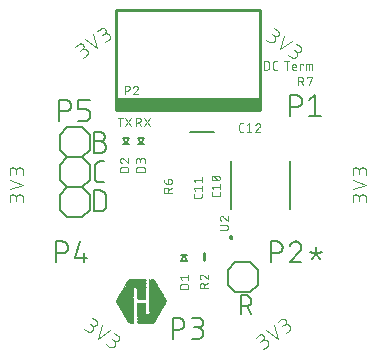
<source format=gbr>
G04 EAGLE Gerber RS-274X export*
G75*
%MOMM*%
%FSLAX34Y34*%
%LPD*%
%INSilkscreen Top*%
%IPPOS*%
%AMOC8*
5,1,8,0,0,1.08239X$1,22.5*%
G01*
%ADD10C,0.101600*%
%ADD11C,0.152400*%
%ADD12C,0.076200*%
%ADD13C,0.254000*%
%ADD14R,12.300000X1.000000*%
%ADD15C,0.200000*%
%ADD16C,0.127000*%
%ADD17R,0.259075X0.015238*%
%ADD18R,1.310638X0.015238*%
%ADD19R,0.015238X0.015238*%
%ADD20R,0.304800X0.015238*%
%ADD21R,1.356356X0.015238*%
%ADD22R,0.335275X0.015238*%
%ADD23R,1.402075X0.015238*%
%ADD24R,0.365756X0.015238*%
%ADD25R,1.417319X0.015238*%
%ADD26R,0.381000X0.015238*%
%ADD27R,1.447800X0.015238*%
%ADD28R,0.396238X0.015238*%
%ADD29R,1.463037X0.015238*%
%ADD30R,0.411475X0.015238*%
%ADD31R,1.478275X0.015238*%
%ADD32R,0.426719X0.015238*%
%ADD33R,1.493519X0.015238*%
%ADD34R,0.441956X0.015238*%
%ADD35R,1.508756X0.015238*%
%ADD36R,0.457200X0.015238*%
%ADD37R,1.524000X0.015238*%
%ADD38R,0.472438X0.015238*%
%ADD39R,1.539238X0.015238*%
%ADD40R,0.487675X0.015238*%
%ADD41R,1.554475X0.015238*%
%ADD42R,0.502919X0.015238*%
%ADD43R,1.569719X0.015238*%
%ADD44R,0.518156X0.015238*%
%ADD45R,1.584956X0.015238*%
%ADD46R,0.533400X0.015238*%
%ADD47R,1.600200X0.015238*%
%ADD48R,0.548638X0.015238*%
%ADD49R,1.615438X0.015238*%
%ADD50R,0.563875X0.015238*%
%ADD51R,1.630675X0.015238*%
%ADD52R,0.579119X0.015238*%
%ADD53R,1.645919X0.015238*%
%ADD54R,0.594356X0.015238*%
%ADD55R,1.661156X0.015238*%
%ADD56R,0.609600X0.015238*%
%ADD57R,1.676400X0.015238*%
%ADD58R,0.624838X0.015238*%
%ADD59R,1.691638X0.015238*%
%ADD60R,0.640075X0.015238*%
%ADD61R,1.706875X0.015238*%
%ADD62R,0.655319X0.015238*%
%ADD63R,1.722119X0.015238*%
%ADD64R,0.670556X0.015238*%
%ADD65R,1.737356X0.015238*%
%ADD66R,0.685800X0.015238*%
%ADD67R,1.752600X0.015238*%
%ADD68R,0.701037X0.015238*%
%ADD69R,0.716275X0.015238*%
%ADD70R,0.731519X0.015238*%
%ADD71R,1.767838X0.015238*%
%ADD72R,1.783075X0.015238*%
%ADD73R,0.746756X0.015238*%
%ADD74R,1.798319X0.015238*%
%ADD75R,0.030481X0.015238*%
%ADD76R,0.762000X0.015238*%
%ADD77R,0.807719X0.015238*%
%ADD78R,0.868681X0.015238*%
%ADD79R,0.777238X0.015238*%
%ADD80R,0.853438X0.015238*%
%ADD81R,0.838200X0.015238*%
%ADD82R,0.792475X0.015238*%
%ADD83R,0.822963X0.015238*%
%ADD84R,0.822956X0.015238*%
%ADD85R,0.868675X0.015238*%
%ADD86R,0.883919X0.015238*%
%ADD87R,0.899156X0.015238*%
%ADD88R,0.914400X0.015238*%
%ADD89R,0.929638X0.015238*%
%ADD90R,0.944875X0.015238*%
%ADD91R,0.960119X0.015238*%
%ADD92R,0.975356X0.015238*%
%ADD93R,0.990600X0.015238*%
%ADD94R,1.005837X0.015238*%
%ADD95R,1.021075X0.015238*%
%ADD96R,1.036319X0.015238*%
%ADD97R,1.051556X0.015238*%
%ADD98R,1.066800X0.015238*%
%ADD99R,1.082037X0.015238*%
%ADD100R,1.097275X0.015238*%
%ADD101R,1.112519X0.015238*%
%ADD102R,1.127756X0.015238*%
%ADD103R,1.143000X0.015238*%
%ADD104R,1.158238X0.015238*%
%ADD105R,1.173475X0.015238*%
%ADD106R,1.188719X0.015238*%
%ADD107R,1.203956X0.015238*%
%ADD108R,1.219200X0.015238*%
%ADD109R,1.234438X0.015238*%
%ADD110R,1.249675X0.015238*%
%ADD111R,1.264919X0.015238*%
%ADD112R,1.280156X0.015238*%
%ADD113R,1.295400X0.015238*%
%ADD114R,1.325875X0.015238*%
%ADD115R,0.670563X0.015238*%
%ADD116R,1.341119X0.015238*%
%ADD117R,1.371600X0.015238*%
%ADD118R,1.386838X0.015238*%
%ADD119R,0.045719X0.015238*%
%ADD120R,0.060956X0.015238*%
%ADD121R,1.432556X0.015238*%
%ADD122R,0.106681X0.015238*%
%ADD123R,0.121919X0.015238*%
%ADD124R,0.152400X0.015238*%
%ADD125R,0.182875X0.015238*%
%ADD126R,0.030475X0.015238*%
%ADD127R,0.213363X0.015238*%
%ADD128R,0.076200X0.015238*%
%ADD129R,0.320038X0.015238*%
%ADD130R,0.243838X0.015238*%
%ADD131R,0.106675X0.015238*%
%ADD132R,0.274319X0.015238*%
%ADD133R,0.259081X0.015238*%
%ADD134R,0.198119X0.015238*%
%ADD135R,0.228600X0.015238*%
%ADD136C,0.177800*%


D10*
X66878Y273602D02*
X69536Y271740D01*
X69630Y271677D01*
X69726Y271617D01*
X69824Y271560D01*
X69924Y271507D01*
X70026Y271457D01*
X70130Y271411D01*
X70235Y271369D01*
X70341Y271330D01*
X70449Y271295D01*
X70558Y271264D01*
X70668Y271236D01*
X70779Y271213D01*
X70890Y271193D01*
X71002Y271177D01*
X71115Y271165D01*
X71228Y271157D01*
X71341Y271153D01*
X71455Y271153D01*
X71568Y271157D01*
X71681Y271165D01*
X71794Y271177D01*
X71906Y271193D01*
X72017Y271213D01*
X72128Y271236D01*
X72238Y271264D01*
X72347Y271295D01*
X72455Y271330D01*
X72561Y271369D01*
X72666Y271411D01*
X72770Y271457D01*
X72872Y271507D01*
X72972Y271560D01*
X73070Y271617D01*
X73166Y271677D01*
X73260Y271740D01*
X73351Y271807D01*
X73441Y271876D01*
X73528Y271949D01*
X73612Y272025D01*
X73693Y272104D01*
X73772Y272185D01*
X73848Y272269D01*
X73921Y272356D01*
X73990Y272446D01*
X74057Y272537D01*
X74120Y272631D01*
X74180Y272727D01*
X74237Y272825D01*
X74290Y272925D01*
X74340Y273027D01*
X74386Y273131D01*
X74428Y273236D01*
X74467Y273342D01*
X74502Y273450D01*
X74533Y273559D01*
X74561Y273669D01*
X74584Y273780D01*
X74604Y273891D01*
X74620Y274003D01*
X74632Y274116D01*
X74640Y274229D01*
X74644Y274342D01*
X74644Y274456D01*
X74640Y274569D01*
X74632Y274682D01*
X74620Y274795D01*
X74604Y274907D01*
X74584Y275018D01*
X74561Y275129D01*
X74533Y275239D01*
X74502Y275348D01*
X74467Y275456D01*
X74428Y275562D01*
X74386Y275667D01*
X74340Y275771D01*
X74290Y275873D01*
X74237Y275973D01*
X74180Y276071D01*
X74120Y276167D01*
X74057Y276261D01*
X73990Y276352D01*
X73921Y276442D01*
X73848Y276529D01*
X73772Y276613D01*
X73693Y276694D01*
X73612Y276773D01*
X73528Y276849D01*
X73441Y276922D01*
X73352Y276991D01*
X73260Y277058D01*
X76770Y280939D02*
X73579Y283173D01*
X76769Y280939D02*
X76850Y280879D01*
X76929Y280817D01*
X77006Y280751D01*
X77080Y280683D01*
X77151Y280612D01*
X77219Y280538D01*
X77285Y280461D01*
X77347Y280382D01*
X77407Y280301D01*
X77463Y280217D01*
X77516Y280132D01*
X77565Y280044D01*
X77611Y279955D01*
X77654Y279863D01*
X77693Y279770D01*
X77728Y279676D01*
X77760Y279581D01*
X77788Y279484D01*
X77812Y279386D01*
X77832Y279288D01*
X77849Y279188D01*
X77861Y279088D01*
X77870Y278988D01*
X77875Y278888D01*
X77876Y278787D01*
X77873Y278686D01*
X77866Y278586D01*
X77855Y278486D01*
X77841Y278386D01*
X77822Y278287D01*
X77800Y278189D01*
X77774Y278092D01*
X77744Y277995D01*
X77711Y277901D01*
X77674Y277807D01*
X77633Y277715D01*
X77588Y277624D01*
X77541Y277536D01*
X77489Y277449D01*
X77435Y277365D01*
X77377Y277282D01*
X77316Y277202D01*
X77252Y277124D01*
X77185Y277049D01*
X77116Y276976D01*
X77043Y276907D01*
X76968Y276840D01*
X76890Y276776D01*
X76810Y276715D01*
X76727Y276657D01*
X76643Y276603D01*
X76556Y276551D01*
X76468Y276504D01*
X76377Y276459D01*
X76285Y276418D01*
X76191Y276381D01*
X76097Y276348D01*
X76000Y276318D01*
X75903Y276292D01*
X75805Y276270D01*
X75706Y276251D01*
X75606Y276237D01*
X75506Y276226D01*
X75406Y276219D01*
X75305Y276216D01*
X75204Y276217D01*
X75104Y276222D01*
X75004Y276231D01*
X74904Y276243D01*
X74804Y276260D01*
X74706Y276280D01*
X74608Y276304D01*
X74511Y276332D01*
X74416Y276364D01*
X74322Y276399D01*
X74229Y276438D01*
X74137Y276481D01*
X74048Y276527D01*
X73960Y276576D01*
X73875Y276629D01*
X73791Y276685D01*
X71664Y278175D01*
X82410Y276989D02*
X78899Y265184D01*
X88791Y272522D01*
X85603Y260490D02*
X88262Y258628D01*
X88356Y258565D01*
X88452Y258505D01*
X88550Y258448D01*
X88650Y258395D01*
X88752Y258345D01*
X88856Y258299D01*
X88961Y258257D01*
X89067Y258218D01*
X89175Y258183D01*
X89284Y258152D01*
X89394Y258124D01*
X89505Y258101D01*
X89616Y258081D01*
X89728Y258065D01*
X89841Y258053D01*
X89954Y258045D01*
X90067Y258041D01*
X90181Y258041D01*
X90294Y258045D01*
X90407Y258053D01*
X90520Y258065D01*
X90632Y258081D01*
X90743Y258101D01*
X90854Y258124D01*
X90964Y258152D01*
X91073Y258183D01*
X91181Y258218D01*
X91287Y258257D01*
X91392Y258299D01*
X91496Y258345D01*
X91598Y258395D01*
X91698Y258448D01*
X91796Y258505D01*
X91892Y258565D01*
X91986Y258628D01*
X92077Y258695D01*
X92167Y258764D01*
X92254Y258837D01*
X92338Y258913D01*
X92419Y258992D01*
X92498Y259073D01*
X92574Y259157D01*
X92647Y259244D01*
X92716Y259334D01*
X92783Y259425D01*
X92846Y259519D01*
X92906Y259615D01*
X92963Y259713D01*
X93016Y259813D01*
X93066Y259915D01*
X93112Y260019D01*
X93154Y260124D01*
X93193Y260230D01*
X93228Y260338D01*
X93259Y260447D01*
X93287Y260557D01*
X93310Y260668D01*
X93330Y260779D01*
X93346Y260891D01*
X93358Y261004D01*
X93366Y261117D01*
X93370Y261230D01*
X93370Y261344D01*
X93366Y261457D01*
X93358Y261570D01*
X93346Y261683D01*
X93330Y261795D01*
X93310Y261906D01*
X93287Y262017D01*
X93259Y262127D01*
X93228Y262236D01*
X93193Y262344D01*
X93154Y262450D01*
X93112Y262555D01*
X93066Y262659D01*
X93016Y262761D01*
X92963Y262861D01*
X92906Y262959D01*
X92846Y263055D01*
X92783Y263149D01*
X92716Y263240D01*
X92647Y263330D01*
X92574Y263417D01*
X92498Y263501D01*
X92419Y263582D01*
X92338Y263661D01*
X92254Y263737D01*
X92167Y263810D01*
X92078Y263879D01*
X91986Y263946D01*
X95495Y267827D02*
X92305Y270061D01*
X95495Y267827D02*
X95576Y267767D01*
X95655Y267705D01*
X95732Y267639D01*
X95806Y267571D01*
X95877Y267500D01*
X95945Y267426D01*
X96011Y267349D01*
X96073Y267270D01*
X96133Y267189D01*
X96189Y267105D01*
X96242Y267020D01*
X96291Y266932D01*
X96337Y266843D01*
X96380Y266751D01*
X96419Y266658D01*
X96454Y266564D01*
X96486Y266469D01*
X96514Y266372D01*
X96538Y266274D01*
X96558Y266176D01*
X96575Y266076D01*
X96587Y265976D01*
X96596Y265876D01*
X96601Y265776D01*
X96602Y265675D01*
X96599Y265574D01*
X96592Y265474D01*
X96581Y265374D01*
X96567Y265274D01*
X96548Y265175D01*
X96526Y265077D01*
X96500Y264980D01*
X96470Y264883D01*
X96437Y264789D01*
X96400Y264695D01*
X96359Y264603D01*
X96314Y264512D01*
X96267Y264424D01*
X96215Y264337D01*
X96161Y264253D01*
X96103Y264170D01*
X96042Y264090D01*
X95978Y264012D01*
X95911Y263937D01*
X95842Y263864D01*
X95769Y263795D01*
X95694Y263728D01*
X95616Y263664D01*
X95536Y263603D01*
X95453Y263545D01*
X95369Y263491D01*
X95282Y263439D01*
X95194Y263392D01*
X95103Y263347D01*
X95011Y263306D01*
X94917Y263269D01*
X94823Y263236D01*
X94726Y263206D01*
X94629Y263180D01*
X94531Y263158D01*
X94432Y263139D01*
X94332Y263125D01*
X94232Y263114D01*
X94132Y263107D01*
X94031Y263104D01*
X93930Y263105D01*
X93830Y263110D01*
X93730Y263119D01*
X93630Y263131D01*
X93530Y263148D01*
X93432Y263168D01*
X93334Y263192D01*
X93237Y263220D01*
X93142Y263252D01*
X93048Y263287D01*
X92955Y263326D01*
X92863Y263369D01*
X92774Y263415D01*
X92686Y263464D01*
X92601Y263517D01*
X92517Y263573D01*
X90390Y265063D01*
X151802Y139190D02*
X151802Y135944D01*
X151802Y139190D02*
X151800Y139303D01*
X151794Y139416D01*
X151784Y139529D01*
X151770Y139642D01*
X151753Y139754D01*
X151731Y139865D01*
X151706Y139975D01*
X151676Y140085D01*
X151643Y140193D01*
X151606Y140300D01*
X151566Y140406D01*
X151521Y140510D01*
X151473Y140613D01*
X151422Y140714D01*
X151367Y140813D01*
X151309Y140910D01*
X151247Y141005D01*
X151182Y141098D01*
X151114Y141188D01*
X151043Y141276D01*
X150968Y141362D01*
X150891Y141445D01*
X150811Y141525D01*
X150728Y141602D01*
X150642Y141677D01*
X150554Y141748D01*
X150464Y141816D01*
X150371Y141881D01*
X150276Y141943D01*
X150179Y142001D01*
X150080Y142056D01*
X149979Y142107D01*
X149876Y142155D01*
X149772Y142200D01*
X149666Y142240D01*
X149559Y142277D01*
X149451Y142310D01*
X149341Y142340D01*
X149231Y142365D01*
X149120Y142387D01*
X149008Y142404D01*
X148895Y142418D01*
X148782Y142428D01*
X148669Y142434D01*
X148556Y142436D01*
X148443Y142434D01*
X148330Y142428D01*
X148217Y142418D01*
X148104Y142404D01*
X147992Y142387D01*
X147881Y142365D01*
X147771Y142340D01*
X147661Y142310D01*
X147553Y142277D01*
X147446Y142240D01*
X147340Y142200D01*
X147236Y142155D01*
X147133Y142107D01*
X147032Y142056D01*
X146933Y142001D01*
X146836Y141943D01*
X146741Y141881D01*
X146648Y141816D01*
X146558Y141748D01*
X146470Y141677D01*
X146384Y141602D01*
X146301Y141525D01*
X146221Y141445D01*
X146144Y141362D01*
X146069Y141276D01*
X145998Y141188D01*
X145930Y141098D01*
X145865Y141005D01*
X145803Y140910D01*
X145745Y140813D01*
X145690Y140714D01*
X145639Y140613D01*
X145591Y140510D01*
X145546Y140406D01*
X145506Y140300D01*
X145469Y140193D01*
X145436Y140085D01*
X145406Y139975D01*
X145381Y139865D01*
X145359Y139754D01*
X145342Y139642D01*
X145328Y139529D01*
X145318Y139416D01*
X145312Y139303D01*
X145310Y139190D01*
X140118Y139839D02*
X140118Y135944D01*
X140118Y139839D02*
X140120Y139940D01*
X140126Y140040D01*
X140136Y140140D01*
X140149Y140240D01*
X140167Y140339D01*
X140188Y140438D01*
X140213Y140535D01*
X140242Y140632D01*
X140275Y140727D01*
X140311Y140821D01*
X140351Y140913D01*
X140394Y141004D01*
X140441Y141093D01*
X140491Y141180D01*
X140545Y141266D01*
X140602Y141349D01*
X140662Y141429D01*
X140725Y141508D01*
X140792Y141584D01*
X140861Y141657D01*
X140933Y141727D01*
X141007Y141795D01*
X141084Y141860D01*
X141164Y141921D01*
X141246Y141980D01*
X141330Y142035D01*
X141416Y142087D01*
X141504Y142136D01*
X141594Y142181D01*
X141686Y142223D01*
X141779Y142261D01*
X141874Y142295D01*
X141969Y142326D01*
X142066Y142353D01*
X142164Y142376D01*
X142263Y142396D01*
X142363Y142411D01*
X142463Y142423D01*
X142563Y142431D01*
X142664Y142435D01*
X142764Y142435D01*
X142865Y142431D01*
X142965Y142423D01*
X143065Y142411D01*
X143165Y142396D01*
X143264Y142376D01*
X143362Y142353D01*
X143459Y142326D01*
X143554Y142295D01*
X143649Y142261D01*
X143742Y142223D01*
X143834Y142181D01*
X143924Y142136D01*
X144012Y142087D01*
X144098Y142035D01*
X144182Y141980D01*
X144264Y141921D01*
X144344Y141860D01*
X144421Y141795D01*
X144495Y141727D01*
X144567Y141657D01*
X144636Y141584D01*
X144703Y141508D01*
X144766Y141429D01*
X144826Y141349D01*
X144883Y141266D01*
X144937Y141180D01*
X144987Y141093D01*
X145034Y141004D01*
X145077Y140913D01*
X145117Y140821D01*
X145153Y140727D01*
X145186Y140632D01*
X145215Y140535D01*
X145240Y140438D01*
X145261Y140339D01*
X145279Y140240D01*
X145292Y140140D01*
X145302Y140040D01*
X145308Y139940D01*
X145310Y139839D01*
X145311Y139839D02*
X145311Y137243D01*
X140118Y146725D02*
X151802Y150620D01*
X140118Y154515D01*
X151802Y158804D02*
X151802Y162050D01*
X151800Y162163D01*
X151794Y162276D01*
X151784Y162389D01*
X151770Y162502D01*
X151753Y162614D01*
X151731Y162725D01*
X151706Y162835D01*
X151676Y162945D01*
X151643Y163053D01*
X151606Y163160D01*
X151566Y163266D01*
X151521Y163370D01*
X151473Y163473D01*
X151422Y163574D01*
X151367Y163673D01*
X151309Y163770D01*
X151247Y163865D01*
X151182Y163958D01*
X151114Y164048D01*
X151043Y164136D01*
X150968Y164222D01*
X150891Y164305D01*
X150811Y164385D01*
X150728Y164462D01*
X150642Y164537D01*
X150554Y164608D01*
X150464Y164676D01*
X150371Y164741D01*
X150276Y164803D01*
X150179Y164861D01*
X150080Y164916D01*
X149979Y164967D01*
X149876Y165015D01*
X149772Y165060D01*
X149666Y165100D01*
X149559Y165137D01*
X149451Y165170D01*
X149341Y165200D01*
X149231Y165225D01*
X149120Y165247D01*
X149008Y165264D01*
X148895Y165278D01*
X148782Y165288D01*
X148669Y165294D01*
X148556Y165296D01*
X148443Y165294D01*
X148330Y165288D01*
X148217Y165278D01*
X148104Y165264D01*
X147992Y165247D01*
X147881Y165225D01*
X147771Y165200D01*
X147661Y165170D01*
X147553Y165137D01*
X147446Y165100D01*
X147340Y165060D01*
X147236Y165015D01*
X147133Y164967D01*
X147032Y164916D01*
X146933Y164861D01*
X146836Y164803D01*
X146741Y164741D01*
X146648Y164676D01*
X146558Y164608D01*
X146470Y164537D01*
X146384Y164462D01*
X146301Y164385D01*
X146221Y164305D01*
X146144Y164222D01*
X146069Y164136D01*
X145998Y164048D01*
X145930Y163958D01*
X145865Y163865D01*
X145803Y163770D01*
X145745Y163673D01*
X145690Y163574D01*
X145639Y163473D01*
X145591Y163370D01*
X145546Y163266D01*
X145506Y163160D01*
X145469Y163053D01*
X145436Y162945D01*
X145406Y162835D01*
X145381Y162725D01*
X145359Y162614D01*
X145342Y162502D01*
X145328Y162389D01*
X145318Y162276D01*
X145312Y162163D01*
X145310Y162050D01*
X140118Y162699D02*
X140118Y158804D01*
X140118Y162699D02*
X140120Y162800D01*
X140126Y162900D01*
X140136Y163000D01*
X140149Y163100D01*
X140167Y163199D01*
X140188Y163298D01*
X140213Y163395D01*
X140242Y163492D01*
X140275Y163587D01*
X140311Y163681D01*
X140351Y163773D01*
X140394Y163864D01*
X140441Y163953D01*
X140491Y164040D01*
X140545Y164126D01*
X140602Y164209D01*
X140662Y164289D01*
X140725Y164368D01*
X140792Y164444D01*
X140861Y164517D01*
X140933Y164587D01*
X141007Y164655D01*
X141084Y164720D01*
X141164Y164781D01*
X141246Y164840D01*
X141330Y164895D01*
X141416Y164947D01*
X141504Y164996D01*
X141594Y165041D01*
X141686Y165083D01*
X141779Y165121D01*
X141874Y165155D01*
X141969Y165186D01*
X142066Y165213D01*
X142164Y165236D01*
X142263Y165256D01*
X142363Y165271D01*
X142463Y165283D01*
X142563Y165291D01*
X142664Y165295D01*
X142764Y165295D01*
X142865Y165291D01*
X142965Y165283D01*
X143065Y165271D01*
X143165Y165256D01*
X143264Y165236D01*
X143362Y165213D01*
X143459Y165186D01*
X143554Y165155D01*
X143649Y165121D01*
X143742Y165083D01*
X143834Y165041D01*
X143924Y164996D01*
X144012Y164947D01*
X144098Y164895D01*
X144182Y164840D01*
X144264Y164781D01*
X144344Y164720D01*
X144421Y164655D01*
X144495Y164587D01*
X144567Y164517D01*
X144636Y164444D01*
X144703Y164368D01*
X144766Y164289D01*
X144826Y164209D01*
X144883Y164126D01*
X144937Y164040D01*
X144987Y163953D01*
X145034Y163864D01*
X145077Y163773D01*
X145117Y163681D01*
X145153Y163587D01*
X145186Y163492D01*
X145215Y163395D01*
X145240Y163298D01*
X145261Y163199D01*
X145279Y163100D01*
X145292Y163000D01*
X145302Y162900D01*
X145308Y162800D01*
X145310Y162699D01*
X145311Y162699D02*
X145311Y160103D01*
X67348Y13579D02*
X64689Y11717D01*
X67348Y13578D02*
X67439Y13645D01*
X67529Y13714D01*
X67616Y13787D01*
X67700Y13863D01*
X67781Y13942D01*
X67860Y14023D01*
X67936Y14107D01*
X68009Y14194D01*
X68078Y14284D01*
X68145Y14375D01*
X68208Y14469D01*
X68268Y14565D01*
X68325Y14663D01*
X68378Y14763D01*
X68428Y14865D01*
X68474Y14969D01*
X68516Y15074D01*
X68555Y15180D01*
X68590Y15288D01*
X68621Y15397D01*
X68649Y15507D01*
X68672Y15618D01*
X68692Y15729D01*
X68708Y15841D01*
X68720Y15954D01*
X68728Y16067D01*
X68732Y16180D01*
X68732Y16294D01*
X68728Y16407D01*
X68720Y16520D01*
X68708Y16633D01*
X68692Y16745D01*
X68672Y16856D01*
X68649Y16967D01*
X68621Y17077D01*
X68590Y17186D01*
X68555Y17294D01*
X68516Y17400D01*
X68474Y17505D01*
X68428Y17609D01*
X68378Y17711D01*
X68325Y17811D01*
X68268Y17909D01*
X68208Y18005D01*
X68145Y18099D01*
X68078Y18190D01*
X68009Y18280D01*
X67936Y18367D01*
X67860Y18451D01*
X67781Y18532D01*
X67700Y18611D01*
X67616Y18687D01*
X67529Y18760D01*
X67440Y18829D01*
X67348Y18896D01*
X67254Y18959D01*
X67158Y19019D01*
X67060Y19076D01*
X66960Y19129D01*
X66858Y19179D01*
X66754Y19225D01*
X66649Y19267D01*
X66543Y19306D01*
X66435Y19341D01*
X66326Y19372D01*
X66216Y19400D01*
X66105Y19423D01*
X65994Y19443D01*
X65882Y19459D01*
X65769Y19471D01*
X65656Y19479D01*
X65543Y19483D01*
X65429Y19483D01*
X65316Y19479D01*
X65203Y19471D01*
X65090Y19459D01*
X64978Y19443D01*
X64867Y19423D01*
X64756Y19400D01*
X64646Y19372D01*
X64537Y19341D01*
X64429Y19306D01*
X64323Y19267D01*
X64218Y19225D01*
X64114Y19179D01*
X64012Y19129D01*
X63912Y19076D01*
X63814Y19019D01*
X63718Y18959D01*
X63624Y18896D01*
X61178Y23522D02*
X57988Y21288D01*
X61178Y23522D02*
X61262Y23578D01*
X61347Y23631D01*
X61435Y23680D01*
X61524Y23726D01*
X61616Y23769D01*
X61709Y23808D01*
X61803Y23843D01*
X61898Y23875D01*
X61995Y23903D01*
X62093Y23927D01*
X62191Y23947D01*
X62291Y23964D01*
X62391Y23976D01*
X62491Y23985D01*
X62592Y23990D01*
X62692Y23991D01*
X62793Y23988D01*
X62893Y23981D01*
X62993Y23970D01*
X63093Y23956D01*
X63192Y23937D01*
X63290Y23915D01*
X63387Y23889D01*
X63484Y23859D01*
X63579Y23826D01*
X63672Y23789D01*
X63764Y23748D01*
X63855Y23703D01*
X63943Y23656D01*
X64030Y23604D01*
X64114Y23550D01*
X64197Y23492D01*
X64277Y23431D01*
X64355Y23367D01*
X64430Y23300D01*
X64503Y23231D01*
X64572Y23158D01*
X64639Y23083D01*
X64703Y23005D01*
X64764Y22925D01*
X64822Y22842D01*
X64876Y22758D01*
X64928Y22671D01*
X64975Y22583D01*
X65020Y22492D01*
X65061Y22400D01*
X65098Y22306D01*
X65131Y22212D01*
X65161Y22115D01*
X65187Y22018D01*
X65209Y21920D01*
X65228Y21821D01*
X65242Y21721D01*
X65253Y21621D01*
X65260Y21521D01*
X65263Y21420D01*
X65262Y21320D01*
X65257Y21219D01*
X65248Y21119D01*
X65236Y21019D01*
X65219Y20919D01*
X65199Y20821D01*
X65175Y20723D01*
X65147Y20626D01*
X65115Y20531D01*
X65080Y20437D01*
X65041Y20344D01*
X64998Y20252D01*
X64952Y20163D01*
X64903Y20075D01*
X64850Y19990D01*
X64794Y19906D01*
X64734Y19825D01*
X64672Y19746D01*
X64606Y19669D01*
X64538Y19595D01*
X64467Y19524D01*
X64393Y19456D01*
X64316Y19390D01*
X64237Y19328D01*
X64156Y19268D01*
X62030Y17779D01*
X66819Y27472D02*
X76711Y20134D01*
X73199Y31939D01*
X83415Y24829D02*
X86074Y26690D01*
X86165Y26757D01*
X86255Y26826D01*
X86342Y26899D01*
X86426Y26975D01*
X86507Y27054D01*
X86586Y27135D01*
X86662Y27219D01*
X86735Y27306D01*
X86804Y27396D01*
X86871Y27487D01*
X86934Y27581D01*
X86994Y27677D01*
X87051Y27775D01*
X87104Y27875D01*
X87154Y27977D01*
X87200Y28081D01*
X87242Y28186D01*
X87281Y28292D01*
X87316Y28400D01*
X87347Y28509D01*
X87375Y28619D01*
X87398Y28730D01*
X87418Y28841D01*
X87434Y28953D01*
X87446Y29066D01*
X87454Y29179D01*
X87458Y29292D01*
X87458Y29406D01*
X87454Y29519D01*
X87446Y29632D01*
X87434Y29745D01*
X87418Y29857D01*
X87398Y29968D01*
X87375Y30079D01*
X87347Y30189D01*
X87316Y30298D01*
X87281Y30406D01*
X87242Y30512D01*
X87200Y30617D01*
X87154Y30721D01*
X87104Y30823D01*
X87051Y30923D01*
X86994Y31021D01*
X86934Y31117D01*
X86871Y31211D01*
X86804Y31302D01*
X86735Y31392D01*
X86662Y31479D01*
X86586Y31563D01*
X86507Y31644D01*
X86426Y31723D01*
X86342Y31799D01*
X86255Y31872D01*
X86166Y31941D01*
X86074Y32008D01*
X85980Y32071D01*
X85884Y32131D01*
X85786Y32188D01*
X85686Y32241D01*
X85584Y32291D01*
X85480Y32337D01*
X85375Y32379D01*
X85269Y32418D01*
X85161Y32453D01*
X85052Y32484D01*
X84942Y32512D01*
X84831Y32535D01*
X84720Y32555D01*
X84608Y32571D01*
X84495Y32583D01*
X84382Y32591D01*
X84269Y32595D01*
X84155Y32595D01*
X84042Y32591D01*
X83929Y32583D01*
X83816Y32571D01*
X83704Y32555D01*
X83593Y32535D01*
X83482Y32512D01*
X83372Y32484D01*
X83263Y32453D01*
X83155Y32418D01*
X83049Y32379D01*
X82944Y32337D01*
X82840Y32291D01*
X82738Y32241D01*
X82638Y32188D01*
X82540Y32131D01*
X82444Y32071D01*
X82350Y32008D01*
X79904Y36634D02*
X76713Y34400D01*
X79904Y36634D02*
X79988Y36690D01*
X80073Y36743D01*
X80161Y36792D01*
X80250Y36838D01*
X80342Y36881D01*
X80435Y36920D01*
X80529Y36955D01*
X80624Y36987D01*
X80721Y37015D01*
X80819Y37039D01*
X80917Y37059D01*
X81017Y37076D01*
X81117Y37088D01*
X81217Y37097D01*
X81318Y37102D01*
X81418Y37103D01*
X81519Y37100D01*
X81619Y37093D01*
X81719Y37082D01*
X81819Y37068D01*
X81918Y37049D01*
X82016Y37027D01*
X82113Y37001D01*
X82210Y36971D01*
X82305Y36938D01*
X82398Y36901D01*
X82490Y36860D01*
X82581Y36815D01*
X82669Y36768D01*
X82756Y36716D01*
X82840Y36662D01*
X82923Y36604D01*
X83003Y36543D01*
X83081Y36479D01*
X83156Y36412D01*
X83229Y36343D01*
X83298Y36270D01*
X83365Y36195D01*
X83429Y36117D01*
X83490Y36037D01*
X83548Y35954D01*
X83602Y35870D01*
X83654Y35783D01*
X83701Y35695D01*
X83746Y35604D01*
X83787Y35512D01*
X83824Y35418D01*
X83857Y35324D01*
X83887Y35227D01*
X83913Y35130D01*
X83935Y35032D01*
X83954Y34933D01*
X83968Y34833D01*
X83979Y34733D01*
X83986Y34633D01*
X83989Y34532D01*
X83988Y34432D01*
X83983Y34331D01*
X83974Y34231D01*
X83962Y34131D01*
X83945Y34031D01*
X83925Y33933D01*
X83901Y33835D01*
X83873Y33738D01*
X83841Y33643D01*
X83806Y33549D01*
X83767Y33456D01*
X83724Y33364D01*
X83678Y33275D01*
X83629Y33187D01*
X83576Y33102D01*
X83520Y33018D01*
X83460Y32937D01*
X83398Y32858D01*
X83332Y32781D01*
X83264Y32707D01*
X83193Y32636D01*
X83119Y32568D01*
X83042Y32502D01*
X82963Y32440D01*
X82882Y32380D01*
X80755Y30891D01*
X-84554Y26690D02*
X-87212Y28552D01*
X-84554Y26690D02*
X-84460Y26627D01*
X-84364Y26567D01*
X-84266Y26510D01*
X-84166Y26457D01*
X-84064Y26407D01*
X-83960Y26361D01*
X-83855Y26319D01*
X-83749Y26280D01*
X-83641Y26245D01*
X-83532Y26214D01*
X-83422Y26186D01*
X-83311Y26163D01*
X-83200Y26143D01*
X-83088Y26127D01*
X-82975Y26115D01*
X-82862Y26107D01*
X-82749Y26103D01*
X-82635Y26103D01*
X-82522Y26107D01*
X-82409Y26115D01*
X-82296Y26127D01*
X-82184Y26143D01*
X-82073Y26163D01*
X-81962Y26186D01*
X-81852Y26214D01*
X-81743Y26245D01*
X-81635Y26280D01*
X-81529Y26319D01*
X-81424Y26361D01*
X-81320Y26407D01*
X-81218Y26457D01*
X-81118Y26510D01*
X-81020Y26567D01*
X-80924Y26627D01*
X-80830Y26690D01*
X-80739Y26757D01*
X-80649Y26826D01*
X-80562Y26899D01*
X-80478Y26975D01*
X-80397Y27054D01*
X-80318Y27135D01*
X-80242Y27219D01*
X-80169Y27306D01*
X-80100Y27396D01*
X-80033Y27487D01*
X-79970Y27581D01*
X-79910Y27677D01*
X-79853Y27775D01*
X-79800Y27875D01*
X-79750Y27977D01*
X-79704Y28081D01*
X-79662Y28186D01*
X-79623Y28292D01*
X-79588Y28400D01*
X-79557Y28509D01*
X-79529Y28619D01*
X-79506Y28730D01*
X-79486Y28841D01*
X-79470Y28953D01*
X-79458Y29066D01*
X-79450Y29179D01*
X-79446Y29292D01*
X-79446Y29406D01*
X-79450Y29519D01*
X-79458Y29632D01*
X-79470Y29745D01*
X-79486Y29857D01*
X-79506Y29968D01*
X-79529Y30079D01*
X-79557Y30189D01*
X-79588Y30298D01*
X-79623Y30406D01*
X-79662Y30512D01*
X-79704Y30617D01*
X-79750Y30721D01*
X-79800Y30823D01*
X-79853Y30923D01*
X-79910Y31021D01*
X-79970Y31117D01*
X-80033Y31211D01*
X-80100Y31302D01*
X-80169Y31392D01*
X-80242Y31479D01*
X-80318Y31563D01*
X-80397Y31644D01*
X-80478Y31723D01*
X-80562Y31799D01*
X-80649Y31872D01*
X-80738Y31941D01*
X-80830Y32008D01*
X-77320Y35889D02*
X-80511Y38123D01*
X-77321Y35889D02*
X-77240Y35829D01*
X-77161Y35767D01*
X-77084Y35701D01*
X-77010Y35633D01*
X-76939Y35562D01*
X-76871Y35488D01*
X-76805Y35411D01*
X-76743Y35332D01*
X-76683Y35251D01*
X-76627Y35167D01*
X-76574Y35082D01*
X-76525Y34994D01*
X-76479Y34905D01*
X-76436Y34813D01*
X-76397Y34720D01*
X-76362Y34626D01*
X-76330Y34531D01*
X-76302Y34434D01*
X-76278Y34336D01*
X-76258Y34238D01*
X-76241Y34138D01*
X-76229Y34038D01*
X-76220Y33938D01*
X-76215Y33837D01*
X-76214Y33737D01*
X-76217Y33636D01*
X-76224Y33536D01*
X-76235Y33436D01*
X-76249Y33336D01*
X-76268Y33237D01*
X-76290Y33139D01*
X-76316Y33042D01*
X-76346Y32945D01*
X-76379Y32851D01*
X-76416Y32757D01*
X-76457Y32665D01*
X-76502Y32574D01*
X-76549Y32486D01*
X-76601Y32399D01*
X-76655Y32315D01*
X-76713Y32232D01*
X-76774Y32152D01*
X-76838Y32074D01*
X-76905Y31999D01*
X-76974Y31926D01*
X-77047Y31857D01*
X-77122Y31790D01*
X-77200Y31726D01*
X-77280Y31665D01*
X-77363Y31607D01*
X-77447Y31553D01*
X-77534Y31501D01*
X-77622Y31454D01*
X-77713Y31409D01*
X-77805Y31368D01*
X-77898Y31331D01*
X-77993Y31298D01*
X-78090Y31268D01*
X-78187Y31242D01*
X-78285Y31220D01*
X-78384Y31201D01*
X-78484Y31187D01*
X-78584Y31176D01*
X-78684Y31169D01*
X-78785Y31166D01*
X-78885Y31167D01*
X-78986Y31172D01*
X-79086Y31181D01*
X-79186Y31193D01*
X-79286Y31210D01*
X-79384Y31230D01*
X-79482Y31254D01*
X-79579Y31282D01*
X-79674Y31314D01*
X-79768Y31349D01*
X-79861Y31388D01*
X-79953Y31431D01*
X-80042Y31477D01*
X-80130Y31526D01*
X-80215Y31579D01*
X-80299Y31635D01*
X-82426Y33125D01*
X-71679Y31939D02*
X-75191Y20134D01*
X-65299Y27472D01*
X-68486Y15440D02*
X-65828Y13578D01*
X-65734Y13515D01*
X-65638Y13455D01*
X-65540Y13398D01*
X-65440Y13345D01*
X-65338Y13295D01*
X-65234Y13249D01*
X-65129Y13207D01*
X-65023Y13168D01*
X-64915Y13133D01*
X-64806Y13102D01*
X-64696Y13074D01*
X-64585Y13051D01*
X-64474Y13031D01*
X-64362Y13015D01*
X-64249Y13003D01*
X-64136Y12995D01*
X-64023Y12991D01*
X-63909Y12991D01*
X-63796Y12995D01*
X-63683Y13003D01*
X-63570Y13015D01*
X-63458Y13031D01*
X-63347Y13051D01*
X-63236Y13074D01*
X-63126Y13102D01*
X-63017Y13133D01*
X-62909Y13168D01*
X-62803Y13207D01*
X-62698Y13249D01*
X-62594Y13295D01*
X-62492Y13345D01*
X-62392Y13398D01*
X-62294Y13455D01*
X-62198Y13515D01*
X-62104Y13578D01*
X-62013Y13645D01*
X-61923Y13714D01*
X-61836Y13787D01*
X-61752Y13863D01*
X-61671Y13942D01*
X-61592Y14023D01*
X-61516Y14107D01*
X-61443Y14194D01*
X-61374Y14284D01*
X-61307Y14375D01*
X-61244Y14469D01*
X-61184Y14565D01*
X-61127Y14663D01*
X-61074Y14763D01*
X-61024Y14865D01*
X-60978Y14969D01*
X-60936Y15074D01*
X-60897Y15180D01*
X-60862Y15288D01*
X-60831Y15397D01*
X-60803Y15507D01*
X-60780Y15618D01*
X-60760Y15729D01*
X-60744Y15841D01*
X-60732Y15954D01*
X-60724Y16067D01*
X-60720Y16180D01*
X-60720Y16294D01*
X-60724Y16407D01*
X-60732Y16520D01*
X-60744Y16633D01*
X-60760Y16745D01*
X-60780Y16856D01*
X-60803Y16967D01*
X-60831Y17077D01*
X-60862Y17186D01*
X-60897Y17294D01*
X-60936Y17400D01*
X-60978Y17505D01*
X-61024Y17609D01*
X-61074Y17711D01*
X-61127Y17811D01*
X-61184Y17909D01*
X-61244Y18005D01*
X-61307Y18099D01*
X-61374Y18190D01*
X-61443Y18280D01*
X-61516Y18367D01*
X-61592Y18451D01*
X-61671Y18532D01*
X-61752Y18611D01*
X-61836Y18687D01*
X-61923Y18760D01*
X-62012Y18829D01*
X-62104Y18896D01*
X-58594Y22777D02*
X-61785Y25011D01*
X-58595Y22777D02*
X-58514Y22717D01*
X-58435Y22655D01*
X-58358Y22589D01*
X-58284Y22521D01*
X-58213Y22450D01*
X-58145Y22376D01*
X-58079Y22299D01*
X-58017Y22220D01*
X-57957Y22139D01*
X-57901Y22055D01*
X-57848Y21970D01*
X-57799Y21882D01*
X-57753Y21793D01*
X-57710Y21701D01*
X-57671Y21608D01*
X-57636Y21514D01*
X-57604Y21419D01*
X-57576Y21322D01*
X-57552Y21224D01*
X-57532Y21126D01*
X-57515Y21026D01*
X-57503Y20926D01*
X-57494Y20826D01*
X-57489Y20725D01*
X-57488Y20625D01*
X-57491Y20524D01*
X-57498Y20424D01*
X-57509Y20324D01*
X-57523Y20224D01*
X-57542Y20125D01*
X-57564Y20027D01*
X-57590Y19930D01*
X-57620Y19833D01*
X-57653Y19739D01*
X-57690Y19645D01*
X-57731Y19553D01*
X-57776Y19462D01*
X-57823Y19374D01*
X-57875Y19287D01*
X-57929Y19203D01*
X-57987Y19120D01*
X-58048Y19040D01*
X-58112Y18962D01*
X-58179Y18887D01*
X-58248Y18814D01*
X-58321Y18745D01*
X-58396Y18678D01*
X-58474Y18614D01*
X-58554Y18553D01*
X-58637Y18495D01*
X-58721Y18441D01*
X-58808Y18389D01*
X-58896Y18342D01*
X-58987Y18297D01*
X-59079Y18256D01*
X-59172Y18219D01*
X-59267Y18186D01*
X-59364Y18156D01*
X-59461Y18130D01*
X-59559Y18108D01*
X-59658Y18089D01*
X-59758Y18075D01*
X-59858Y18064D01*
X-59958Y18057D01*
X-60059Y18054D01*
X-60159Y18055D01*
X-60260Y18060D01*
X-60360Y18069D01*
X-60460Y18081D01*
X-60560Y18098D01*
X-60658Y18118D01*
X-60756Y18142D01*
X-60853Y18170D01*
X-60948Y18202D01*
X-61042Y18237D01*
X-61135Y18276D01*
X-61227Y18319D01*
X-61316Y18365D01*
X-61404Y18414D01*
X-61489Y18467D01*
X-61573Y18523D01*
X-63700Y20013D01*
X-138598Y135944D02*
X-138598Y139190D01*
X-138600Y139303D01*
X-138606Y139416D01*
X-138616Y139529D01*
X-138630Y139642D01*
X-138647Y139754D01*
X-138669Y139865D01*
X-138694Y139975D01*
X-138724Y140085D01*
X-138757Y140193D01*
X-138794Y140300D01*
X-138834Y140406D01*
X-138879Y140510D01*
X-138927Y140613D01*
X-138978Y140714D01*
X-139033Y140813D01*
X-139091Y140910D01*
X-139153Y141005D01*
X-139218Y141098D01*
X-139286Y141188D01*
X-139357Y141276D01*
X-139432Y141362D01*
X-139509Y141445D01*
X-139589Y141525D01*
X-139672Y141602D01*
X-139758Y141677D01*
X-139846Y141748D01*
X-139936Y141816D01*
X-140029Y141881D01*
X-140124Y141943D01*
X-140221Y142001D01*
X-140320Y142056D01*
X-140421Y142107D01*
X-140524Y142155D01*
X-140628Y142200D01*
X-140734Y142240D01*
X-140841Y142277D01*
X-140949Y142310D01*
X-141059Y142340D01*
X-141169Y142365D01*
X-141280Y142387D01*
X-141392Y142404D01*
X-141505Y142418D01*
X-141618Y142428D01*
X-141731Y142434D01*
X-141844Y142436D01*
X-141957Y142434D01*
X-142070Y142428D01*
X-142183Y142418D01*
X-142296Y142404D01*
X-142408Y142387D01*
X-142519Y142365D01*
X-142629Y142340D01*
X-142739Y142310D01*
X-142847Y142277D01*
X-142954Y142240D01*
X-143060Y142200D01*
X-143164Y142155D01*
X-143267Y142107D01*
X-143368Y142056D01*
X-143467Y142001D01*
X-143564Y141943D01*
X-143659Y141881D01*
X-143752Y141816D01*
X-143842Y141748D01*
X-143930Y141677D01*
X-144016Y141602D01*
X-144099Y141525D01*
X-144179Y141445D01*
X-144256Y141362D01*
X-144331Y141276D01*
X-144402Y141188D01*
X-144470Y141098D01*
X-144535Y141005D01*
X-144597Y140910D01*
X-144655Y140813D01*
X-144710Y140714D01*
X-144761Y140613D01*
X-144809Y140510D01*
X-144854Y140406D01*
X-144894Y140300D01*
X-144931Y140193D01*
X-144964Y140085D01*
X-144994Y139975D01*
X-145019Y139865D01*
X-145041Y139754D01*
X-145058Y139642D01*
X-145072Y139529D01*
X-145082Y139416D01*
X-145088Y139303D01*
X-145090Y139190D01*
X-150282Y139839D02*
X-150282Y135944D01*
X-150282Y139839D02*
X-150280Y139940D01*
X-150274Y140040D01*
X-150264Y140140D01*
X-150251Y140240D01*
X-150233Y140339D01*
X-150212Y140438D01*
X-150187Y140535D01*
X-150158Y140632D01*
X-150125Y140727D01*
X-150089Y140821D01*
X-150049Y140913D01*
X-150006Y141004D01*
X-149959Y141093D01*
X-149909Y141180D01*
X-149855Y141266D01*
X-149798Y141349D01*
X-149738Y141429D01*
X-149675Y141508D01*
X-149608Y141584D01*
X-149539Y141657D01*
X-149467Y141727D01*
X-149393Y141795D01*
X-149316Y141860D01*
X-149236Y141921D01*
X-149154Y141980D01*
X-149070Y142035D01*
X-148984Y142087D01*
X-148896Y142136D01*
X-148806Y142181D01*
X-148714Y142223D01*
X-148621Y142261D01*
X-148526Y142295D01*
X-148431Y142326D01*
X-148334Y142353D01*
X-148236Y142376D01*
X-148137Y142396D01*
X-148037Y142411D01*
X-147937Y142423D01*
X-147837Y142431D01*
X-147736Y142435D01*
X-147636Y142435D01*
X-147535Y142431D01*
X-147435Y142423D01*
X-147335Y142411D01*
X-147235Y142396D01*
X-147136Y142376D01*
X-147038Y142353D01*
X-146941Y142326D01*
X-146846Y142295D01*
X-146751Y142261D01*
X-146658Y142223D01*
X-146566Y142181D01*
X-146476Y142136D01*
X-146388Y142087D01*
X-146302Y142035D01*
X-146218Y141980D01*
X-146136Y141921D01*
X-146056Y141860D01*
X-145979Y141795D01*
X-145905Y141727D01*
X-145833Y141657D01*
X-145764Y141584D01*
X-145697Y141508D01*
X-145634Y141429D01*
X-145574Y141349D01*
X-145517Y141266D01*
X-145463Y141180D01*
X-145413Y141093D01*
X-145366Y141004D01*
X-145323Y140913D01*
X-145283Y140821D01*
X-145247Y140727D01*
X-145214Y140632D01*
X-145185Y140535D01*
X-145160Y140438D01*
X-145139Y140339D01*
X-145121Y140240D01*
X-145108Y140140D01*
X-145098Y140040D01*
X-145092Y139940D01*
X-145090Y139839D01*
X-145089Y139839D02*
X-145089Y137243D01*
X-150282Y146725D02*
X-138598Y150620D01*
X-150282Y154515D01*
X-138598Y158804D02*
X-138598Y162050D01*
X-138600Y162163D01*
X-138606Y162276D01*
X-138616Y162389D01*
X-138630Y162502D01*
X-138647Y162614D01*
X-138669Y162725D01*
X-138694Y162835D01*
X-138724Y162945D01*
X-138757Y163053D01*
X-138794Y163160D01*
X-138834Y163266D01*
X-138879Y163370D01*
X-138927Y163473D01*
X-138978Y163574D01*
X-139033Y163673D01*
X-139091Y163770D01*
X-139153Y163865D01*
X-139218Y163958D01*
X-139286Y164048D01*
X-139357Y164136D01*
X-139432Y164222D01*
X-139509Y164305D01*
X-139589Y164385D01*
X-139672Y164462D01*
X-139758Y164537D01*
X-139846Y164608D01*
X-139936Y164676D01*
X-140029Y164741D01*
X-140124Y164803D01*
X-140221Y164861D01*
X-140320Y164916D01*
X-140421Y164967D01*
X-140524Y165015D01*
X-140628Y165060D01*
X-140734Y165100D01*
X-140841Y165137D01*
X-140949Y165170D01*
X-141059Y165200D01*
X-141169Y165225D01*
X-141280Y165247D01*
X-141392Y165264D01*
X-141505Y165278D01*
X-141618Y165288D01*
X-141731Y165294D01*
X-141844Y165296D01*
X-141957Y165294D01*
X-142070Y165288D01*
X-142183Y165278D01*
X-142296Y165264D01*
X-142408Y165247D01*
X-142519Y165225D01*
X-142629Y165200D01*
X-142739Y165170D01*
X-142847Y165137D01*
X-142954Y165100D01*
X-143060Y165060D01*
X-143164Y165015D01*
X-143267Y164967D01*
X-143368Y164916D01*
X-143467Y164861D01*
X-143564Y164803D01*
X-143659Y164741D01*
X-143752Y164676D01*
X-143842Y164608D01*
X-143930Y164537D01*
X-144016Y164462D01*
X-144099Y164385D01*
X-144179Y164305D01*
X-144256Y164222D01*
X-144331Y164136D01*
X-144402Y164048D01*
X-144470Y163958D01*
X-144535Y163865D01*
X-144597Y163770D01*
X-144655Y163673D01*
X-144710Y163574D01*
X-144761Y163473D01*
X-144809Y163370D01*
X-144854Y163266D01*
X-144894Y163160D01*
X-144931Y163053D01*
X-144964Y162945D01*
X-144994Y162835D01*
X-145019Y162725D01*
X-145041Y162614D01*
X-145058Y162502D01*
X-145072Y162389D01*
X-145082Y162276D01*
X-145088Y162163D01*
X-145090Y162050D01*
X-150282Y162699D02*
X-150282Y158804D01*
X-150282Y162699D02*
X-150280Y162800D01*
X-150274Y162900D01*
X-150264Y163000D01*
X-150251Y163100D01*
X-150233Y163199D01*
X-150212Y163298D01*
X-150187Y163395D01*
X-150158Y163492D01*
X-150125Y163587D01*
X-150089Y163681D01*
X-150049Y163773D01*
X-150006Y163864D01*
X-149959Y163953D01*
X-149909Y164040D01*
X-149855Y164126D01*
X-149798Y164209D01*
X-149738Y164289D01*
X-149675Y164368D01*
X-149608Y164444D01*
X-149539Y164517D01*
X-149467Y164587D01*
X-149393Y164655D01*
X-149316Y164720D01*
X-149236Y164781D01*
X-149154Y164840D01*
X-149070Y164895D01*
X-148984Y164947D01*
X-148896Y164996D01*
X-148806Y165041D01*
X-148714Y165083D01*
X-148621Y165121D01*
X-148526Y165155D01*
X-148431Y165186D01*
X-148334Y165213D01*
X-148236Y165236D01*
X-148137Y165256D01*
X-148037Y165271D01*
X-147937Y165283D01*
X-147837Y165291D01*
X-147736Y165295D01*
X-147636Y165295D01*
X-147535Y165291D01*
X-147435Y165283D01*
X-147335Y165271D01*
X-147235Y165256D01*
X-147136Y165236D01*
X-147038Y165213D01*
X-146941Y165186D01*
X-146846Y165155D01*
X-146751Y165121D01*
X-146658Y165083D01*
X-146566Y165041D01*
X-146476Y164996D01*
X-146388Y164947D01*
X-146302Y164895D01*
X-146218Y164840D01*
X-146136Y164781D01*
X-146056Y164720D01*
X-145979Y164655D01*
X-145905Y164587D01*
X-145833Y164517D01*
X-145764Y164444D01*
X-145697Y164368D01*
X-145634Y164289D01*
X-145574Y164209D01*
X-145517Y164126D01*
X-145463Y164040D01*
X-145413Y163953D01*
X-145366Y163864D01*
X-145323Y163773D01*
X-145283Y163681D01*
X-145247Y163587D01*
X-145214Y163492D01*
X-145185Y163395D01*
X-145160Y163298D01*
X-145139Y163199D01*
X-145121Y163100D01*
X-145108Y163000D01*
X-145098Y162900D01*
X-145092Y162800D01*
X-145090Y162699D01*
X-145089Y162699D02*
X-145089Y160103D01*
X-88131Y258037D02*
X-85472Y259899D01*
X-85472Y259898D02*
X-85381Y259965D01*
X-85291Y260034D01*
X-85204Y260107D01*
X-85120Y260183D01*
X-85039Y260262D01*
X-84960Y260343D01*
X-84884Y260427D01*
X-84811Y260514D01*
X-84742Y260603D01*
X-84675Y260695D01*
X-84612Y260789D01*
X-84552Y260885D01*
X-84495Y260983D01*
X-84442Y261083D01*
X-84392Y261185D01*
X-84346Y261289D01*
X-84304Y261394D01*
X-84265Y261500D01*
X-84230Y261608D01*
X-84199Y261717D01*
X-84171Y261827D01*
X-84148Y261938D01*
X-84128Y262049D01*
X-84112Y262161D01*
X-84100Y262274D01*
X-84092Y262387D01*
X-84088Y262500D01*
X-84088Y262614D01*
X-84092Y262727D01*
X-84100Y262840D01*
X-84112Y262953D01*
X-84128Y263065D01*
X-84148Y263176D01*
X-84171Y263287D01*
X-84199Y263397D01*
X-84230Y263506D01*
X-84265Y263614D01*
X-84304Y263720D01*
X-84346Y263825D01*
X-84392Y263929D01*
X-84442Y264031D01*
X-84495Y264131D01*
X-84552Y264229D01*
X-84612Y264325D01*
X-84675Y264419D01*
X-84742Y264510D01*
X-84811Y264600D01*
X-84884Y264687D01*
X-84960Y264771D01*
X-85039Y264852D01*
X-85120Y264931D01*
X-85204Y265007D01*
X-85291Y265080D01*
X-85381Y265149D01*
X-85472Y265216D01*
X-85566Y265279D01*
X-85662Y265339D01*
X-85760Y265396D01*
X-85860Y265449D01*
X-85962Y265499D01*
X-86066Y265545D01*
X-86171Y265587D01*
X-86277Y265626D01*
X-86385Y265661D01*
X-86494Y265692D01*
X-86604Y265720D01*
X-86715Y265743D01*
X-86826Y265763D01*
X-86938Y265779D01*
X-87051Y265791D01*
X-87164Y265799D01*
X-87277Y265803D01*
X-87391Y265803D01*
X-87504Y265799D01*
X-87617Y265791D01*
X-87730Y265779D01*
X-87842Y265763D01*
X-87953Y265743D01*
X-88064Y265720D01*
X-88174Y265692D01*
X-88283Y265661D01*
X-88391Y265626D01*
X-88497Y265587D01*
X-88602Y265545D01*
X-88706Y265499D01*
X-88808Y265449D01*
X-88908Y265396D01*
X-89006Y265339D01*
X-89102Y265279D01*
X-89196Y265216D01*
X-91642Y269842D02*
X-94832Y267608D01*
X-91642Y269842D02*
X-91558Y269898D01*
X-91473Y269951D01*
X-91385Y270000D01*
X-91296Y270046D01*
X-91204Y270089D01*
X-91111Y270128D01*
X-91017Y270163D01*
X-90922Y270195D01*
X-90825Y270223D01*
X-90727Y270247D01*
X-90629Y270267D01*
X-90529Y270284D01*
X-90429Y270296D01*
X-90329Y270305D01*
X-90229Y270310D01*
X-90128Y270311D01*
X-90027Y270308D01*
X-89927Y270301D01*
X-89827Y270290D01*
X-89727Y270276D01*
X-89628Y270257D01*
X-89530Y270235D01*
X-89433Y270209D01*
X-89336Y270179D01*
X-89242Y270146D01*
X-89148Y270109D01*
X-89056Y270068D01*
X-88965Y270023D01*
X-88877Y269976D01*
X-88790Y269924D01*
X-88706Y269870D01*
X-88623Y269812D01*
X-88543Y269751D01*
X-88465Y269687D01*
X-88390Y269620D01*
X-88317Y269551D01*
X-88248Y269478D01*
X-88181Y269403D01*
X-88117Y269325D01*
X-88056Y269245D01*
X-87998Y269162D01*
X-87944Y269078D01*
X-87892Y268991D01*
X-87845Y268903D01*
X-87800Y268812D01*
X-87759Y268720D01*
X-87722Y268626D01*
X-87689Y268532D01*
X-87659Y268435D01*
X-87633Y268338D01*
X-87611Y268240D01*
X-87592Y268141D01*
X-87578Y268041D01*
X-87567Y267941D01*
X-87560Y267841D01*
X-87557Y267740D01*
X-87558Y267639D01*
X-87563Y267539D01*
X-87572Y267439D01*
X-87584Y267339D01*
X-87601Y267239D01*
X-87621Y267141D01*
X-87645Y267043D01*
X-87673Y266946D01*
X-87705Y266851D01*
X-87740Y266757D01*
X-87779Y266664D01*
X-87822Y266572D01*
X-87868Y266483D01*
X-87917Y266395D01*
X-87970Y266310D01*
X-88026Y266226D01*
X-88086Y266145D01*
X-88148Y266066D01*
X-88214Y265989D01*
X-88282Y265915D01*
X-88353Y265844D01*
X-88427Y265776D01*
X-88504Y265710D01*
X-88583Y265648D01*
X-88664Y265588D01*
X-88663Y265588D02*
X-90790Y264099D01*
X-86001Y273792D02*
X-76109Y266454D01*
X-79620Y278259D01*
X-69405Y271149D02*
X-66746Y273010D01*
X-66655Y273077D01*
X-66565Y273146D01*
X-66478Y273219D01*
X-66394Y273295D01*
X-66313Y273374D01*
X-66234Y273455D01*
X-66158Y273539D01*
X-66085Y273626D01*
X-66016Y273715D01*
X-65949Y273807D01*
X-65886Y273901D01*
X-65826Y273997D01*
X-65769Y274095D01*
X-65716Y274195D01*
X-65666Y274297D01*
X-65620Y274401D01*
X-65578Y274506D01*
X-65539Y274612D01*
X-65504Y274720D01*
X-65473Y274829D01*
X-65445Y274939D01*
X-65422Y275050D01*
X-65402Y275161D01*
X-65386Y275273D01*
X-65374Y275386D01*
X-65366Y275499D01*
X-65362Y275612D01*
X-65362Y275726D01*
X-65366Y275839D01*
X-65374Y275952D01*
X-65386Y276065D01*
X-65402Y276177D01*
X-65422Y276288D01*
X-65445Y276399D01*
X-65473Y276509D01*
X-65504Y276618D01*
X-65539Y276726D01*
X-65578Y276832D01*
X-65620Y276937D01*
X-65666Y277041D01*
X-65716Y277143D01*
X-65769Y277243D01*
X-65826Y277341D01*
X-65886Y277437D01*
X-65949Y277531D01*
X-66016Y277622D01*
X-66085Y277712D01*
X-66158Y277799D01*
X-66234Y277883D01*
X-66313Y277964D01*
X-66394Y278043D01*
X-66478Y278119D01*
X-66565Y278192D01*
X-66655Y278261D01*
X-66746Y278328D01*
X-66840Y278391D01*
X-66936Y278451D01*
X-67034Y278508D01*
X-67134Y278561D01*
X-67236Y278611D01*
X-67340Y278657D01*
X-67445Y278699D01*
X-67551Y278738D01*
X-67659Y278773D01*
X-67768Y278804D01*
X-67878Y278832D01*
X-67989Y278855D01*
X-68100Y278875D01*
X-68212Y278891D01*
X-68325Y278903D01*
X-68438Y278911D01*
X-68551Y278915D01*
X-68665Y278915D01*
X-68778Y278911D01*
X-68891Y278903D01*
X-69004Y278891D01*
X-69116Y278875D01*
X-69227Y278855D01*
X-69338Y278832D01*
X-69448Y278804D01*
X-69557Y278773D01*
X-69665Y278738D01*
X-69771Y278699D01*
X-69876Y278657D01*
X-69980Y278611D01*
X-70082Y278561D01*
X-70182Y278508D01*
X-70280Y278451D01*
X-70376Y278391D01*
X-70470Y278328D01*
X-72916Y282954D02*
X-76106Y280720D01*
X-72916Y282954D02*
X-72832Y283010D01*
X-72747Y283063D01*
X-72659Y283112D01*
X-72570Y283158D01*
X-72478Y283201D01*
X-72385Y283240D01*
X-72291Y283275D01*
X-72196Y283307D01*
X-72099Y283335D01*
X-72001Y283359D01*
X-71903Y283379D01*
X-71803Y283396D01*
X-71703Y283408D01*
X-71603Y283417D01*
X-71503Y283422D01*
X-71402Y283423D01*
X-71301Y283420D01*
X-71201Y283413D01*
X-71101Y283402D01*
X-71001Y283388D01*
X-70902Y283369D01*
X-70804Y283347D01*
X-70707Y283321D01*
X-70610Y283291D01*
X-70516Y283258D01*
X-70422Y283221D01*
X-70330Y283180D01*
X-70239Y283135D01*
X-70151Y283088D01*
X-70064Y283036D01*
X-69980Y282982D01*
X-69897Y282924D01*
X-69817Y282863D01*
X-69739Y282799D01*
X-69664Y282732D01*
X-69591Y282663D01*
X-69522Y282590D01*
X-69455Y282515D01*
X-69391Y282437D01*
X-69330Y282357D01*
X-69272Y282274D01*
X-69218Y282190D01*
X-69166Y282103D01*
X-69119Y282015D01*
X-69074Y281924D01*
X-69033Y281832D01*
X-68996Y281738D01*
X-68963Y281644D01*
X-68933Y281547D01*
X-68907Y281450D01*
X-68885Y281352D01*
X-68866Y281253D01*
X-68852Y281153D01*
X-68841Y281053D01*
X-68834Y280953D01*
X-68831Y280852D01*
X-68832Y280751D01*
X-68837Y280651D01*
X-68846Y280551D01*
X-68858Y280451D01*
X-68875Y280351D01*
X-68895Y280253D01*
X-68919Y280155D01*
X-68947Y280058D01*
X-68979Y279963D01*
X-69014Y279869D01*
X-69053Y279776D01*
X-69096Y279684D01*
X-69142Y279595D01*
X-69191Y279507D01*
X-69244Y279422D01*
X-69300Y279338D01*
X-69360Y279257D01*
X-69422Y279178D01*
X-69488Y279101D01*
X-69556Y279027D01*
X-69627Y278956D01*
X-69701Y278888D01*
X-69778Y278822D01*
X-69857Y278760D01*
X-69938Y278700D01*
X-72064Y277211D01*
D11*
X87494Y226470D02*
X87494Y208690D01*
X87494Y226470D02*
X92433Y226470D01*
X92573Y226468D01*
X92712Y226462D01*
X92852Y226452D01*
X92991Y226438D01*
X93130Y226421D01*
X93268Y226399D01*
X93405Y226373D01*
X93542Y226344D01*
X93678Y226311D01*
X93812Y226274D01*
X93946Y226233D01*
X94078Y226188D01*
X94210Y226139D01*
X94339Y226087D01*
X94467Y226032D01*
X94594Y225972D01*
X94719Y225909D01*
X94842Y225843D01*
X94963Y225773D01*
X95082Y225700D01*
X95199Y225623D01*
X95313Y225543D01*
X95426Y225460D01*
X95536Y225374D01*
X95643Y225284D01*
X95748Y225192D01*
X95850Y225097D01*
X95950Y224999D01*
X96047Y224898D01*
X96141Y224794D01*
X96231Y224688D01*
X96319Y224579D01*
X96404Y224468D01*
X96485Y224354D01*
X96564Y224239D01*
X96639Y224121D01*
X96710Y224001D01*
X96778Y223878D01*
X96843Y223755D01*
X96904Y223629D01*
X96962Y223501D01*
X97016Y223373D01*
X97066Y223242D01*
X97113Y223110D01*
X97156Y222977D01*
X97195Y222843D01*
X97230Y222708D01*
X97261Y222572D01*
X97289Y222434D01*
X97312Y222297D01*
X97332Y222158D01*
X97348Y222019D01*
X97360Y221880D01*
X97368Y221741D01*
X97372Y221601D01*
X97372Y221461D01*
X97368Y221321D01*
X97360Y221182D01*
X97348Y221043D01*
X97332Y220904D01*
X97312Y220765D01*
X97289Y220628D01*
X97261Y220490D01*
X97230Y220354D01*
X97195Y220219D01*
X97156Y220085D01*
X97113Y219952D01*
X97066Y219820D01*
X97016Y219689D01*
X96962Y219561D01*
X96904Y219433D01*
X96843Y219307D01*
X96778Y219184D01*
X96710Y219062D01*
X96639Y218941D01*
X96564Y218823D01*
X96485Y218708D01*
X96404Y218594D01*
X96319Y218483D01*
X96231Y218374D01*
X96141Y218268D01*
X96047Y218164D01*
X95950Y218063D01*
X95850Y217965D01*
X95748Y217870D01*
X95643Y217778D01*
X95536Y217688D01*
X95426Y217602D01*
X95313Y217519D01*
X95199Y217439D01*
X95082Y217362D01*
X94963Y217289D01*
X94842Y217219D01*
X94719Y217153D01*
X94594Y217090D01*
X94467Y217030D01*
X94339Y216975D01*
X94210Y216923D01*
X94078Y216874D01*
X93946Y216829D01*
X93812Y216788D01*
X93678Y216751D01*
X93542Y216718D01*
X93405Y216689D01*
X93268Y216663D01*
X93130Y216641D01*
X92991Y216624D01*
X92852Y216610D01*
X92712Y216600D01*
X92573Y216594D01*
X92433Y216592D01*
X87494Y216592D01*
X103489Y222519D02*
X108428Y226470D01*
X108428Y208690D01*
X113366Y208690D02*
X103489Y208690D01*
X70972Y102710D02*
X70972Y84930D01*
X70972Y102710D02*
X75911Y102710D01*
X76051Y102708D01*
X76190Y102702D01*
X76330Y102692D01*
X76469Y102678D01*
X76608Y102661D01*
X76746Y102639D01*
X76883Y102613D01*
X77020Y102584D01*
X77156Y102551D01*
X77290Y102514D01*
X77424Y102473D01*
X77556Y102428D01*
X77688Y102379D01*
X77817Y102327D01*
X77945Y102272D01*
X78072Y102212D01*
X78197Y102149D01*
X78320Y102083D01*
X78441Y102013D01*
X78560Y101940D01*
X78677Y101863D01*
X78791Y101783D01*
X78904Y101700D01*
X79014Y101614D01*
X79121Y101524D01*
X79226Y101432D01*
X79328Y101337D01*
X79428Y101239D01*
X79525Y101138D01*
X79619Y101034D01*
X79709Y100928D01*
X79797Y100819D01*
X79882Y100708D01*
X79963Y100594D01*
X80042Y100479D01*
X80117Y100361D01*
X80188Y100241D01*
X80256Y100118D01*
X80321Y99995D01*
X80382Y99869D01*
X80440Y99741D01*
X80494Y99613D01*
X80544Y99482D01*
X80591Y99350D01*
X80634Y99217D01*
X80673Y99083D01*
X80708Y98948D01*
X80739Y98812D01*
X80767Y98674D01*
X80790Y98537D01*
X80810Y98398D01*
X80826Y98259D01*
X80838Y98120D01*
X80846Y97981D01*
X80850Y97841D01*
X80850Y97701D01*
X80846Y97561D01*
X80838Y97422D01*
X80826Y97283D01*
X80810Y97144D01*
X80790Y97005D01*
X80767Y96868D01*
X80739Y96730D01*
X80708Y96594D01*
X80673Y96459D01*
X80634Y96325D01*
X80591Y96192D01*
X80544Y96060D01*
X80494Y95929D01*
X80440Y95801D01*
X80382Y95673D01*
X80321Y95547D01*
X80256Y95424D01*
X80188Y95302D01*
X80117Y95181D01*
X80042Y95063D01*
X79963Y94948D01*
X79882Y94834D01*
X79797Y94723D01*
X79709Y94614D01*
X79619Y94508D01*
X79525Y94404D01*
X79428Y94303D01*
X79328Y94205D01*
X79226Y94110D01*
X79121Y94018D01*
X79014Y93928D01*
X78904Y93842D01*
X78791Y93759D01*
X78677Y93679D01*
X78560Y93602D01*
X78441Y93529D01*
X78320Y93459D01*
X78197Y93393D01*
X78072Y93330D01*
X77945Y93270D01*
X77817Y93215D01*
X77688Y93163D01*
X77556Y93114D01*
X77424Y93069D01*
X77290Y93028D01*
X77156Y92991D01*
X77020Y92958D01*
X76883Y92929D01*
X76746Y92903D01*
X76608Y92881D01*
X76469Y92864D01*
X76330Y92850D01*
X76190Y92840D01*
X76051Y92834D01*
X75911Y92832D01*
X70972Y92832D01*
X92400Y102710D02*
X92532Y102708D01*
X92663Y102702D01*
X92795Y102692D01*
X92926Y102679D01*
X93056Y102661D01*
X93186Y102640D01*
X93316Y102615D01*
X93444Y102586D01*
X93572Y102553D01*
X93698Y102516D01*
X93824Y102476D01*
X93948Y102432D01*
X94071Y102384D01*
X94192Y102333D01*
X94312Y102278D01*
X94430Y102220D01*
X94546Y102158D01*
X94660Y102092D01*
X94773Y102024D01*
X94883Y101952D01*
X94991Y101877D01*
X95097Y101798D01*
X95201Y101717D01*
X95302Y101632D01*
X95400Y101545D01*
X95496Y101454D01*
X95589Y101361D01*
X95680Y101265D01*
X95767Y101167D01*
X95852Y101066D01*
X95933Y100962D01*
X96012Y100856D01*
X96087Y100748D01*
X96159Y100638D01*
X96227Y100525D01*
X96293Y100411D01*
X96355Y100295D01*
X96413Y100177D01*
X96468Y100057D01*
X96519Y99936D01*
X96567Y99813D01*
X96611Y99689D01*
X96651Y99563D01*
X96688Y99437D01*
X96721Y99309D01*
X96750Y99181D01*
X96775Y99051D01*
X96796Y98921D01*
X96814Y98791D01*
X96827Y98660D01*
X96837Y98528D01*
X96843Y98397D01*
X96845Y98265D01*
X92400Y102710D02*
X92250Y102708D01*
X92101Y102702D01*
X91952Y102692D01*
X91803Y102679D01*
X91654Y102661D01*
X91506Y102640D01*
X91358Y102614D01*
X91212Y102585D01*
X91066Y102552D01*
X90921Y102515D01*
X90777Y102474D01*
X90634Y102430D01*
X90492Y102382D01*
X90352Y102330D01*
X90213Y102275D01*
X90075Y102216D01*
X89940Y102153D01*
X89805Y102087D01*
X89673Y102017D01*
X89543Y101944D01*
X89414Y101867D01*
X89287Y101787D01*
X89163Y101704D01*
X89041Y101618D01*
X88921Y101528D01*
X88804Y101435D01*
X88689Y101340D01*
X88576Y101241D01*
X88466Y101139D01*
X88359Y101035D01*
X88255Y100928D01*
X88153Y100818D01*
X88055Y100705D01*
X87959Y100590D01*
X87867Y100472D01*
X87777Y100352D01*
X87691Y100230D01*
X87608Y100106D01*
X87528Y99979D01*
X87452Y99851D01*
X87379Y99720D01*
X87309Y99587D01*
X87243Y99453D01*
X87181Y99317D01*
X87122Y99180D01*
X87066Y99041D01*
X87015Y98900D01*
X86967Y98759D01*
X95363Y94808D02*
X95459Y94901D01*
X95551Y94997D01*
X95641Y95096D01*
X95728Y95197D01*
X95813Y95300D01*
X95894Y95405D01*
X95972Y95513D01*
X96047Y95623D01*
X96120Y95735D01*
X96189Y95849D01*
X96255Y95965D01*
X96317Y96083D01*
X96376Y96202D01*
X96432Y96323D01*
X96485Y96446D01*
X96534Y96570D01*
X96579Y96695D01*
X96622Y96822D01*
X96660Y96949D01*
X96695Y97078D01*
X96726Y97207D01*
X96754Y97338D01*
X96778Y97469D01*
X96799Y97601D01*
X96815Y97733D01*
X96828Y97866D01*
X96838Y97999D01*
X96843Y98132D01*
X96845Y98265D01*
X95363Y94808D02*
X86967Y84930D01*
X96845Y84930D01*
X109215Y91844D02*
X109215Y97771D01*
X109215Y91844D02*
X112672Y87399D01*
X109215Y91844D02*
X105758Y87399D01*
X109215Y91844D02*
X114648Y93820D01*
X109215Y91844D02*
X103782Y93820D01*
X-12176Y37910D02*
X-12176Y20130D01*
X-12176Y37910D02*
X-7238Y37910D01*
X-7098Y37908D01*
X-6959Y37902D01*
X-6819Y37892D01*
X-6680Y37878D01*
X-6541Y37861D01*
X-6403Y37839D01*
X-6266Y37813D01*
X-6129Y37784D01*
X-5993Y37751D01*
X-5859Y37714D01*
X-5725Y37673D01*
X-5593Y37628D01*
X-5461Y37579D01*
X-5332Y37527D01*
X-5204Y37472D01*
X-5077Y37412D01*
X-4952Y37349D01*
X-4829Y37283D01*
X-4708Y37213D01*
X-4589Y37140D01*
X-4472Y37063D01*
X-4358Y36983D01*
X-4245Y36900D01*
X-4135Y36814D01*
X-4028Y36724D01*
X-3923Y36632D01*
X-3821Y36537D01*
X-3721Y36439D01*
X-3624Y36338D01*
X-3530Y36234D01*
X-3440Y36128D01*
X-3352Y36019D01*
X-3267Y35908D01*
X-3186Y35794D01*
X-3107Y35679D01*
X-3032Y35561D01*
X-2961Y35441D01*
X-2893Y35318D01*
X-2828Y35195D01*
X-2767Y35069D01*
X-2709Y34941D01*
X-2655Y34813D01*
X-2605Y34682D01*
X-2558Y34550D01*
X-2515Y34417D01*
X-2476Y34283D01*
X-2441Y34148D01*
X-2410Y34012D01*
X-2382Y33874D01*
X-2359Y33737D01*
X-2339Y33598D01*
X-2323Y33459D01*
X-2311Y33320D01*
X-2303Y33181D01*
X-2299Y33041D01*
X-2299Y32901D01*
X-2303Y32761D01*
X-2311Y32622D01*
X-2323Y32483D01*
X-2339Y32344D01*
X-2359Y32205D01*
X-2382Y32068D01*
X-2410Y31930D01*
X-2441Y31794D01*
X-2476Y31659D01*
X-2515Y31525D01*
X-2558Y31392D01*
X-2605Y31260D01*
X-2655Y31129D01*
X-2709Y31001D01*
X-2767Y30873D01*
X-2828Y30747D01*
X-2893Y30624D01*
X-2961Y30502D01*
X-3032Y30381D01*
X-3107Y30263D01*
X-3186Y30148D01*
X-3267Y30034D01*
X-3352Y29923D01*
X-3440Y29814D01*
X-3530Y29708D01*
X-3624Y29604D01*
X-3721Y29503D01*
X-3821Y29405D01*
X-3923Y29310D01*
X-4028Y29218D01*
X-4135Y29128D01*
X-4245Y29042D01*
X-4358Y28959D01*
X-4472Y28879D01*
X-4589Y28802D01*
X-4708Y28729D01*
X-4829Y28659D01*
X-4952Y28593D01*
X-5077Y28530D01*
X-5204Y28470D01*
X-5332Y28415D01*
X-5461Y28363D01*
X-5593Y28314D01*
X-5725Y28269D01*
X-5859Y28228D01*
X-5993Y28191D01*
X-6129Y28158D01*
X-6266Y28129D01*
X-6403Y28103D01*
X-6541Y28081D01*
X-6680Y28064D01*
X-6819Y28050D01*
X-6959Y28040D01*
X-7098Y28034D01*
X-7238Y28032D01*
X-12176Y28032D01*
X3819Y20130D02*
X8758Y20130D01*
X8898Y20132D01*
X9037Y20138D01*
X9177Y20148D01*
X9316Y20162D01*
X9455Y20179D01*
X9593Y20201D01*
X9730Y20227D01*
X9867Y20256D01*
X10003Y20289D01*
X10137Y20326D01*
X10271Y20367D01*
X10403Y20412D01*
X10535Y20461D01*
X10664Y20513D01*
X10792Y20568D01*
X10919Y20628D01*
X11044Y20691D01*
X11167Y20757D01*
X11288Y20827D01*
X11407Y20900D01*
X11524Y20977D01*
X11638Y21057D01*
X11751Y21140D01*
X11861Y21226D01*
X11968Y21316D01*
X12073Y21408D01*
X12175Y21503D01*
X12275Y21601D01*
X12372Y21702D01*
X12466Y21806D01*
X12556Y21912D01*
X12644Y22021D01*
X12729Y22132D01*
X12810Y22246D01*
X12889Y22361D01*
X12964Y22479D01*
X13035Y22600D01*
X13103Y22722D01*
X13168Y22845D01*
X13229Y22971D01*
X13287Y23099D01*
X13341Y23227D01*
X13391Y23358D01*
X13438Y23490D01*
X13481Y23623D01*
X13520Y23757D01*
X13555Y23892D01*
X13586Y24028D01*
X13614Y24166D01*
X13637Y24303D01*
X13657Y24442D01*
X13673Y24581D01*
X13685Y24720D01*
X13693Y24859D01*
X13697Y24999D01*
X13697Y25139D01*
X13693Y25279D01*
X13685Y25418D01*
X13673Y25557D01*
X13657Y25696D01*
X13637Y25835D01*
X13614Y25972D01*
X13586Y26110D01*
X13555Y26246D01*
X13520Y26381D01*
X13481Y26515D01*
X13438Y26648D01*
X13391Y26780D01*
X13341Y26911D01*
X13287Y27039D01*
X13229Y27167D01*
X13168Y27293D01*
X13103Y27416D01*
X13035Y27539D01*
X12964Y27659D01*
X12889Y27777D01*
X12810Y27892D01*
X12729Y28006D01*
X12644Y28117D01*
X12556Y28226D01*
X12466Y28332D01*
X12372Y28436D01*
X12275Y28537D01*
X12175Y28635D01*
X12073Y28730D01*
X11968Y28822D01*
X11861Y28912D01*
X11751Y28998D01*
X11638Y29081D01*
X11524Y29161D01*
X11407Y29238D01*
X11288Y29311D01*
X11167Y29381D01*
X11044Y29447D01*
X10919Y29510D01*
X10792Y29570D01*
X10664Y29625D01*
X10535Y29677D01*
X10403Y29726D01*
X10271Y29771D01*
X10137Y29812D01*
X10003Y29849D01*
X9867Y29882D01*
X9730Y29911D01*
X9593Y29937D01*
X9455Y29959D01*
X9316Y29976D01*
X9177Y29990D01*
X9037Y30000D01*
X8898Y30006D01*
X8758Y30008D01*
X9745Y37910D02*
X3819Y37910D01*
X9745Y37910D02*
X9869Y37908D01*
X9993Y37902D01*
X10117Y37892D01*
X10240Y37879D01*
X10363Y37861D01*
X10485Y37840D01*
X10607Y37815D01*
X10728Y37786D01*
X10847Y37753D01*
X10966Y37717D01*
X11083Y37676D01*
X11199Y37633D01*
X11314Y37585D01*
X11427Y37534D01*
X11539Y37479D01*
X11648Y37421D01*
X11756Y37360D01*
X11862Y37295D01*
X11966Y37227D01*
X12067Y37155D01*
X12167Y37081D01*
X12263Y37003D01*
X12358Y36923D01*
X12450Y36839D01*
X12539Y36753D01*
X12625Y36664D01*
X12709Y36572D01*
X12789Y36477D01*
X12867Y36381D01*
X12941Y36281D01*
X13013Y36180D01*
X13081Y36076D01*
X13146Y35970D01*
X13207Y35862D01*
X13265Y35753D01*
X13320Y35641D01*
X13371Y35528D01*
X13419Y35413D01*
X13462Y35297D01*
X13503Y35180D01*
X13539Y35061D01*
X13572Y34942D01*
X13601Y34821D01*
X13626Y34699D01*
X13647Y34577D01*
X13665Y34454D01*
X13678Y34331D01*
X13688Y34207D01*
X13694Y34083D01*
X13696Y33959D01*
X13694Y33835D01*
X13688Y33711D01*
X13678Y33587D01*
X13665Y33464D01*
X13647Y33341D01*
X13626Y33219D01*
X13601Y33097D01*
X13572Y32976D01*
X13539Y32857D01*
X13503Y32738D01*
X13462Y32621D01*
X13419Y32505D01*
X13371Y32390D01*
X13320Y32277D01*
X13265Y32165D01*
X13207Y32056D01*
X13146Y31948D01*
X13081Y31842D01*
X13013Y31738D01*
X12941Y31637D01*
X12867Y31537D01*
X12789Y31441D01*
X12709Y31346D01*
X12625Y31254D01*
X12539Y31165D01*
X12450Y31079D01*
X12358Y30995D01*
X12263Y30915D01*
X12167Y30837D01*
X12067Y30763D01*
X11966Y30691D01*
X11862Y30623D01*
X11756Y30558D01*
X11648Y30497D01*
X11539Y30439D01*
X11427Y30384D01*
X11314Y30333D01*
X11199Y30285D01*
X11083Y30242D01*
X10966Y30201D01*
X10847Y30165D01*
X10728Y30132D01*
X10607Y30103D01*
X10485Y30078D01*
X10363Y30057D01*
X10240Y30039D01*
X10117Y30026D01*
X9993Y30016D01*
X9869Y30010D01*
X9745Y30008D01*
X5794Y30008D01*
X-110576Y84930D02*
X-110576Y102710D01*
X-105638Y102710D01*
X-105498Y102708D01*
X-105359Y102702D01*
X-105219Y102692D01*
X-105080Y102678D01*
X-104941Y102661D01*
X-104803Y102639D01*
X-104666Y102613D01*
X-104529Y102584D01*
X-104393Y102551D01*
X-104259Y102514D01*
X-104125Y102473D01*
X-103993Y102428D01*
X-103861Y102379D01*
X-103732Y102327D01*
X-103604Y102272D01*
X-103477Y102212D01*
X-103352Y102149D01*
X-103229Y102083D01*
X-103108Y102013D01*
X-102989Y101940D01*
X-102872Y101863D01*
X-102758Y101783D01*
X-102645Y101700D01*
X-102535Y101614D01*
X-102428Y101524D01*
X-102323Y101432D01*
X-102221Y101337D01*
X-102121Y101239D01*
X-102024Y101138D01*
X-101930Y101034D01*
X-101840Y100928D01*
X-101752Y100819D01*
X-101667Y100708D01*
X-101586Y100594D01*
X-101507Y100479D01*
X-101432Y100361D01*
X-101361Y100241D01*
X-101293Y100118D01*
X-101228Y99995D01*
X-101167Y99869D01*
X-101109Y99741D01*
X-101055Y99613D01*
X-101005Y99482D01*
X-100958Y99350D01*
X-100915Y99217D01*
X-100876Y99083D01*
X-100841Y98948D01*
X-100810Y98812D01*
X-100782Y98674D01*
X-100759Y98537D01*
X-100739Y98398D01*
X-100723Y98259D01*
X-100711Y98120D01*
X-100703Y97981D01*
X-100699Y97841D01*
X-100699Y97701D01*
X-100703Y97561D01*
X-100711Y97422D01*
X-100723Y97283D01*
X-100739Y97144D01*
X-100759Y97005D01*
X-100782Y96868D01*
X-100810Y96730D01*
X-100841Y96594D01*
X-100876Y96459D01*
X-100915Y96325D01*
X-100958Y96192D01*
X-101005Y96060D01*
X-101055Y95929D01*
X-101109Y95801D01*
X-101167Y95673D01*
X-101228Y95547D01*
X-101293Y95424D01*
X-101361Y95302D01*
X-101432Y95181D01*
X-101507Y95063D01*
X-101586Y94948D01*
X-101667Y94834D01*
X-101752Y94723D01*
X-101840Y94614D01*
X-101930Y94508D01*
X-102024Y94404D01*
X-102121Y94303D01*
X-102221Y94205D01*
X-102323Y94110D01*
X-102428Y94018D01*
X-102535Y93928D01*
X-102645Y93842D01*
X-102758Y93759D01*
X-102872Y93679D01*
X-102989Y93602D01*
X-103108Y93529D01*
X-103229Y93459D01*
X-103352Y93393D01*
X-103477Y93330D01*
X-103604Y93270D01*
X-103732Y93215D01*
X-103861Y93163D01*
X-103993Y93114D01*
X-104125Y93069D01*
X-104259Y93028D01*
X-104393Y92991D01*
X-104529Y92958D01*
X-104666Y92929D01*
X-104803Y92903D01*
X-104941Y92881D01*
X-105080Y92864D01*
X-105219Y92850D01*
X-105359Y92840D01*
X-105498Y92834D01*
X-105638Y92832D01*
X-110576Y92832D01*
X-94581Y88881D02*
X-90630Y102710D01*
X-94581Y88881D02*
X-84704Y88881D01*
X-87667Y92832D02*
X-87667Y84930D01*
X-108036Y204880D02*
X-108036Y222660D01*
X-103098Y222660D01*
X-102958Y222658D01*
X-102819Y222652D01*
X-102679Y222642D01*
X-102540Y222628D01*
X-102401Y222611D01*
X-102263Y222589D01*
X-102126Y222563D01*
X-101989Y222534D01*
X-101853Y222501D01*
X-101719Y222464D01*
X-101585Y222423D01*
X-101453Y222378D01*
X-101321Y222329D01*
X-101192Y222277D01*
X-101064Y222222D01*
X-100937Y222162D01*
X-100812Y222099D01*
X-100689Y222033D01*
X-100568Y221963D01*
X-100449Y221890D01*
X-100332Y221813D01*
X-100218Y221733D01*
X-100105Y221650D01*
X-99995Y221564D01*
X-99888Y221474D01*
X-99783Y221382D01*
X-99681Y221287D01*
X-99581Y221189D01*
X-99484Y221088D01*
X-99390Y220984D01*
X-99300Y220878D01*
X-99212Y220769D01*
X-99127Y220658D01*
X-99046Y220544D01*
X-98967Y220429D01*
X-98892Y220311D01*
X-98821Y220191D01*
X-98753Y220068D01*
X-98688Y219945D01*
X-98627Y219819D01*
X-98569Y219691D01*
X-98515Y219563D01*
X-98465Y219432D01*
X-98418Y219300D01*
X-98375Y219167D01*
X-98336Y219033D01*
X-98301Y218898D01*
X-98270Y218762D01*
X-98242Y218624D01*
X-98219Y218487D01*
X-98199Y218348D01*
X-98183Y218209D01*
X-98171Y218070D01*
X-98163Y217931D01*
X-98159Y217791D01*
X-98159Y217651D01*
X-98163Y217511D01*
X-98171Y217372D01*
X-98183Y217233D01*
X-98199Y217094D01*
X-98219Y216955D01*
X-98242Y216818D01*
X-98270Y216680D01*
X-98301Y216544D01*
X-98336Y216409D01*
X-98375Y216275D01*
X-98418Y216142D01*
X-98465Y216010D01*
X-98515Y215879D01*
X-98569Y215751D01*
X-98627Y215623D01*
X-98688Y215497D01*
X-98753Y215374D01*
X-98821Y215252D01*
X-98892Y215131D01*
X-98967Y215013D01*
X-99046Y214898D01*
X-99127Y214784D01*
X-99212Y214673D01*
X-99300Y214564D01*
X-99390Y214458D01*
X-99484Y214354D01*
X-99581Y214253D01*
X-99681Y214155D01*
X-99783Y214060D01*
X-99888Y213968D01*
X-99995Y213878D01*
X-100105Y213792D01*
X-100218Y213709D01*
X-100332Y213629D01*
X-100449Y213552D01*
X-100568Y213479D01*
X-100689Y213409D01*
X-100812Y213343D01*
X-100937Y213280D01*
X-101064Y213220D01*
X-101192Y213165D01*
X-101321Y213113D01*
X-101453Y213064D01*
X-101585Y213019D01*
X-101719Y212978D01*
X-101853Y212941D01*
X-101989Y212908D01*
X-102126Y212879D01*
X-102263Y212853D01*
X-102401Y212831D01*
X-102540Y212814D01*
X-102679Y212800D01*
X-102819Y212790D01*
X-102958Y212784D01*
X-103098Y212782D01*
X-108036Y212782D01*
X-92041Y204880D02*
X-86115Y204880D01*
X-85991Y204882D01*
X-85867Y204888D01*
X-85743Y204898D01*
X-85620Y204911D01*
X-85497Y204929D01*
X-85375Y204950D01*
X-85253Y204975D01*
X-85132Y205004D01*
X-85013Y205037D01*
X-84894Y205073D01*
X-84777Y205114D01*
X-84661Y205157D01*
X-84546Y205205D01*
X-84433Y205256D01*
X-84321Y205311D01*
X-84212Y205369D01*
X-84104Y205430D01*
X-83998Y205495D01*
X-83894Y205563D01*
X-83793Y205635D01*
X-83693Y205709D01*
X-83597Y205787D01*
X-83502Y205867D01*
X-83410Y205951D01*
X-83321Y206037D01*
X-83235Y206126D01*
X-83151Y206218D01*
X-83071Y206313D01*
X-82993Y206409D01*
X-82919Y206509D01*
X-82847Y206610D01*
X-82779Y206714D01*
X-82714Y206820D01*
X-82653Y206928D01*
X-82595Y207037D01*
X-82540Y207149D01*
X-82489Y207262D01*
X-82441Y207377D01*
X-82398Y207493D01*
X-82357Y207610D01*
X-82321Y207729D01*
X-82288Y207848D01*
X-82259Y207969D01*
X-82234Y208091D01*
X-82213Y208213D01*
X-82195Y208336D01*
X-82182Y208459D01*
X-82172Y208583D01*
X-82166Y208707D01*
X-82164Y208831D01*
X-82164Y210807D01*
X-82166Y210931D01*
X-82172Y211055D01*
X-82182Y211179D01*
X-82195Y211302D01*
X-82213Y211425D01*
X-82234Y211547D01*
X-82259Y211669D01*
X-82288Y211790D01*
X-82321Y211909D01*
X-82357Y212028D01*
X-82398Y212145D01*
X-82441Y212261D01*
X-82489Y212376D01*
X-82540Y212489D01*
X-82595Y212601D01*
X-82653Y212710D01*
X-82714Y212818D01*
X-82779Y212924D01*
X-82847Y213028D01*
X-82919Y213129D01*
X-82993Y213229D01*
X-83071Y213325D01*
X-83151Y213420D01*
X-83235Y213512D01*
X-83321Y213601D01*
X-83410Y213687D01*
X-83502Y213771D01*
X-83597Y213851D01*
X-83693Y213929D01*
X-83793Y214003D01*
X-83894Y214075D01*
X-83998Y214143D01*
X-84104Y214208D01*
X-84212Y214269D01*
X-84321Y214327D01*
X-84433Y214382D01*
X-84546Y214433D01*
X-84661Y214481D01*
X-84777Y214524D01*
X-84894Y214565D01*
X-85013Y214601D01*
X-85132Y214634D01*
X-85253Y214663D01*
X-85375Y214688D01*
X-85497Y214709D01*
X-85620Y214727D01*
X-85743Y214740D01*
X-85867Y214750D01*
X-85991Y214756D01*
X-86115Y214758D01*
X-92041Y214758D01*
X-92041Y222660D01*
X-82164Y222660D01*
D12*
X65151Y248031D02*
X65151Y255397D01*
X67197Y255397D01*
X67286Y255395D01*
X67375Y255389D01*
X67464Y255379D01*
X67552Y255366D01*
X67640Y255349D01*
X67727Y255327D01*
X67812Y255302D01*
X67897Y255274D01*
X67980Y255241D01*
X68062Y255205D01*
X68142Y255166D01*
X68220Y255123D01*
X68296Y255077D01*
X68371Y255027D01*
X68443Y254974D01*
X68512Y254918D01*
X68579Y254859D01*
X68644Y254798D01*
X68705Y254733D01*
X68764Y254666D01*
X68820Y254597D01*
X68873Y254525D01*
X68923Y254450D01*
X68969Y254374D01*
X69012Y254296D01*
X69051Y254216D01*
X69087Y254134D01*
X69120Y254051D01*
X69148Y253966D01*
X69173Y253881D01*
X69195Y253794D01*
X69212Y253706D01*
X69225Y253618D01*
X69235Y253529D01*
X69241Y253440D01*
X69243Y253351D01*
X69243Y250077D01*
X69241Y249988D01*
X69235Y249899D01*
X69225Y249810D01*
X69212Y249722D01*
X69195Y249634D01*
X69173Y249547D01*
X69148Y249462D01*
X69120Y249377D01*
X69087Y249294D01*
X69051Y249212D01*
X69012Y249132D01*
X68969Y249054D01*
X68923Y248978D01*
X68873Y248903D01*
X68820Y248831D01*
X68764Y248762D01*
X68705Y248695D01*
X68644Y248630D01*
X68579Y248569D01*
X68512Y248510D01*
X68443Y248454D01*
X68371Y248401D01*
X68296Y248351D01*
X68220Y248305D01*
X68142Y248262D01*
X68062Y248223D01*
X67980Y248187D01*
X67897Y248154D01*
X67812Y248126D01*
X67727Y248101D01*
X67640Y248079D01*
X67552Y248062D01*
X67464Y248049D01*
X67375Y248039D01*
X67286Y248033D01*
X67197Y248031D01*
X65151Y248031D01*
X74324Y248031D02*
X75961Y248031D01*
X74324Y248031D02*
X74246Y248033D01*
X74168Y248038D01*
X74091Y248048D01*
X74014Y248061D01*
X73938Y248077D01*
X73863Y248097D01*
X73789Y248121D01*
X73716Y248148D01*
X73644Y248179D01*
X73574Y248213D01*
X73506Y248250D01*
X73439Y248291D01*
X73374Y248335D01*
X73312Y248381D01*
X73252Y248431D01*
X73194Y248483D01*
X73139Y248538D01*
X73087Y248596D01*
X73037Y248656D01*
X72991Y248718D01*
X72947Y248783D01*
X72906Y248850D01*
X72869Y248918D01*
X72835Y248988D01*
X72804Y249060D01*
X72777Y249133D01*
X72753Y249207D01*
X72733Y249282D01*
X72717Y249358D01*
X72704Y249435D01*
X72694Y249512D01*
X72689Y249590D01*
X72687Y249668D01*
X72687Y253760D01*
X72689Y253840D01*
X72695Y253920D01*
X72705Y254000D01*
X72718Y254079D01*
X72736Y254158D01*
X72757Y254235D01*
X72783Y254311D01*
X72812Y254386D01*
X72844Y254460D01*
X72880Y254532D01*
X72920Y254602D01*
X72963Y254669D01*
X73009Y254735D01*
X73059Y254798D01*
X73111Y254859D01*
X73166Y254918D01*
X73225Y254973D01*
X73285Y255025D01*
X73349Y255075D01*
X73415Y255121D01*
X73482Y255164D01*
X73552Y255204D01*
X73624Y255240D01*
X73698Y255272D01*
X73772Y255301D01*
X73849Y255327D01*
X73926Y255348D01*
X74005Y255366D01*
X74084Y255379D01*
X74164Y255389D01*
X74244Y255395D01*
X74324Y255397D01*
X75961Y255397D01*
X84266Y255397D02*
X84266Y248031D01*
X82220Y255397D02*
X86312Y255397D01*
X90196Y248031D02*
X92243Y248031D01*
X90196Y248031D02*
X90127Y248033D01*
X90059Y248039D01*
X89990Y248048D01*
X89923Y248062D01*
X89856Y248079D01*
X89790Y248100D01*
X89726Y248124D01*
X89663Y248153D01*
X89602Y248184D01*
X89543Y248219D01*
X89485Y248257D01*
X89430Y248299D01*
X89378Y248343D01*
X89328Y248391D01*
X89280Y248441D01*
X89236Y248493D01*
X89194Y248548D01*
X89156Y248606D01*
X89121Y248665D01*
X89090Y248726D01*
X89061Y248789D01*
X89037Y248853D01*
X89016Y248919D01*
X88999Y248986D01*
X88985Y249053D01*
X88976Y249122D01*
X88970Y249190D01*
X88968Y249259D01*
X88969Y249259D02*
X88969Y251305D01*
X88971Y251384D01*
X88977Y251463D01*
X88986Y251542D01*
X88999Y251620D01*
X89017Y251697D01*
X89037Y251773D01*
X89062Y251848D01*
X89090Y251922D01*
X89121Y251995D01*
X89157Y252066D01*
X89195Y252135D01*
X89237Y252202D01*
X89282Y252267D01*
X89330Y252330D01*
X89381Y252391D01*
X89435Y252448D01*
X89491Y252504D01*
X89550Y252556D01*
X89612Y252606D01*
X89676Y252652D01*
X89742Y252696D01*
X89810Y252736D01*
X89880Y252772D01*
X89952Y252806D01*
X90026Y252836D01*
X90100Y252862D01*
X90176Y252885D01*
X90253Y252903D01*
X90330Y252919D01*
X90409Y252930D01*
X90487Y252938D01*
X90566Y252942D01*
X90646Y252942D01*
X90725Y252938D01*
X90803Y252930D01*
X90882Y252919D01*
X90959Y252903D01*
X91036Y252885D01*
X91112Y252862D01*
X91186Y252836D01*
X91260Y252806D01*
X91332Y252772D01*
X91402Y252736D01*
X91470Y252696D01*
X91536Y252652D01*
X91600Y252606D01*
X91662Y252556D01*
X91721Y252504D01*
X91777Y252448D01*
X91831Y252391D01*
X91882Y252330D01*
X91930Y252267D01*
X91975Y252202D01*
X92017Y252135D01*
X92055Y252066D01*
X92091Y251995D01*
X92122Y251922D01*
X92150Y251848D01*
X92175Y251773D01*
X92195Y251697D01*
X92213Y251620D01*
X92226Y251542D01*
X92235Y251463D01*
X92241Y251384D01*
X92243Y251305D01*
X92243Y250486D01*
X88969Y250486D01*
X95599Y248031D02*
X95599Y252942D01*
X98054Y252942D01*
X98054Y252123D01*
X100830Y252942D02*
X100830Y248031D01*
X100830Y252942D02*
X104513Y252942D01*
X104582Y252940D01*
X104650Y252934D01*
X104719Y252925D01*
X104786Y252911D01*
X104853Y252894D01*
X104919Y252873D01*
X104983Y252849D01*
X105046Y252820D01*
X105107Y252789D01*
X105166Y252754D01*
X105224Y252716D01*
X105279Y252674D01*
X105331Y252630D01*
X105381Y252582D01*
X105429Y252532D01*
X105473Y252480D01*
X105515Y252425D01*
X105553Y252367D01*
X105588Y252308D01*
X105619Y252247D01*
X105648Y252184D01*
X105672Y252120D01*
X105693Y252054D01*
X105710Y251987D01*
X105724Y251920D01*
X105733Y251851D01*
X105739Y251783D01*
X105741Y251714D01*
X105741Y248031D01*
X103285Y248031D02*
X103285Y252942D01*
D11*
X-73674Y187487D02*
X-78613Y187487D01*
X-73674Y187487D02*
X-73534Y187485D01*
X-73395Y187479D01*
X-73255Y187469D01*
X-73116Y187455D01*
X-72977Y187438D01*
X-72839Y187416D01*
X-72702Y187390D01*
X-72565Y187361D01*
X-72429Y187328D01*
X-72295Y187291D01*
X-72161Y187250D01*
X-72029Y187205D01*
X-71897Y187156D01*
X-71768Y187104D01*
X-71640Y187049D01*
X-71513Y186989D01*
X-71388Y186926D01*
X-71265Y186860D01*
X-71144Y186790D01*
X-71025Y186717D01*
X-70908Y186640D01*
X-70794Y186560D01*
X-70681Y186477D01*
X-70571Y186391D01*
X-70464Y186301D01*
X-70359Y186209D01*
X-70257Y186114D01*
X-70157Y186016D01*
X-70060Y185915D01*
X-69966Y185811D01*
X-69876Y185705D01*
X-69788Y185596D01*
X-69703Y185485D01*
X-69622Y185371D01*
X-69543Y185256D01*
X-69468Y185138D01*
X-69397Y185018D01*
X-69329Y184895D01*
X-69264Y184772D01*
X-69203Y184646D01*
X-69145Y184518D01*
X-69091Y184390D01*
X-69041Y184259D01*
X-68994Y184127D01*
X-68951Y183994D01*
X-68912Y183860D01*
X-68877Y183725D01*
X-68846Y183589D01*
X-68818Y183451D01*
X-68795Y183314D01*
X-68775Y183175D01*
X-68759Y183036D01*
X-68747Y182897D01*
X-68739Y182758D01*
X-68735Y182618D01*
X-68735Y182478D01*
X-68739Y182338D01*
X-68747Y182199D01*
X-68759Y182060D01*
X-68775Y181921D01*
X-68795Y181782D01*
X-68818Y181645D01*
X-68846Y181507D01*
X-68877Y181371D01*
X-68912Y181236D01*
X-68951Y181102D01*
X-68994Y180969D01*
X-69041Y180837D01*
X-69091Y180706D01*
X-69145Y180578D01*
X-69203Y180450D01*
X-69264Y180324D01*
X-69329Y180201D01*
X-69397Y180079D01*
X-69468Y179958D01*
X-69543Y179840D01*
X-69622Y179725D01*
X-69703Y179611D01*
X-69788Y179500D01*
X-69876Y179391D01*
X-69966Y179285D01*
X-70060Y179181D01*
X-70157Y179080D01*
X-70257Y178982D01*
X-70359Y178887D01*
X-70464Y178795D01*
X-70571Y178705D01*
X-70681Y178619D01*
X-70794Y178536D01*
X-70908Y178456D01*
X-71025Y178379D01*
X-71144Y178306D01*
X-71265Y178236D01*
X-71388Y178170D01*
X-71513Y178107D01*
X-71640Y178047D01*
X-71768Y177992D01*
X-71897Y177940D01*
X-72029Y177891D01*
X-72161Y177846D01*
X-72295Y177805D01*
X-72429Y177768D01*
X-72565Y177735D01*
X-72702Y177706D01*
X-72839Y177680D01*
X-72977Y177658D01*
X-73116Y177641D01*
X-73255Y177627D01*
X-73395Y177617D01*
X-73534Y177611D01*
X-73674Y177609D01*
X-73674Y177610D02*
X-78613Y177610D01*
X-78613Y195390D01*
X-73674Y195390D01*
X-73674Y195389D02*
X-73550Y195387D01*
X-73426Y195381D01*
X-73302Y195371D01*
X-73179Y195358D01*
X-73056Y195340D01*
X-72934Y195319D01*
X-72812Y195294D01*
X-72691Y195265D01*
X-72572Y195232D01*
X-72453Y195196D01*
X-72336Y195155D01*
X-72220Y195112D01*
X-72105Y195064D01*
X-71992Y195013D01*
X-71880Y194958D01*
X-71771Y194900D01*
X-71663Y194839D01*
X-71557Y194774D01*
X-71453Y194706D01*
X-71352Y194634D01*
X-71252Y194560D01*
X-71156Y194482D01*
X-71061Y194402D01*
X-70969Y194318D01*
X-70880Y194232D01*
X-70794Y194143D01*
X-70710Y194051D01*
X-70630Y193956D01*
X-70552Y193860D01*
X-70478Y193760D01*
X-70406Y193659D01*
X-70338Y193555D01*
X-70273Y193449D01*
X-70212Y193341D01*
X-70154Y193232D01*
X-70099Y193120D01*
X-70048Y193007D01*
X-70000Y192892D01*
X-69957Y192776D01*
X-69916Y192659D01*
X-69880Y192540D01*
X-69847Y192421D01*
X-69818Y192300D01*
X-69793Y192178D01*
X-69772Y192056D01*
X-69754Y191933D01*
X-69741Y191810D01*
X-69731Y191686D01*
X-69725Y191562D01*
X-69723Y191438D01*
X-69725Y191314D01*
X-69731Y191190D01*
X-69741Y191066D01*
X-69754Y190943D01*
X-69772Y190820D01*
X-69793Y190698D01*
X-69818Y190576D01*
X-69847Y190455D01*
X-69880Y190336D01*
X-69916Y190217D01*
X-69957Y190100D01*
X-70000Y189984D01*
X-70048Y189869D01*
X-70099Y189756D01*
X-70154Y189644D01*
X-70212Y189535D01*
X-70273Y189427D01*
X-70338Y189321D01*
X-70406Y189217D01*
X-70478Y189116D01*
X-70552Y189016D01*
X-70630Y188920D01*
X-70710Y188825D01*
X-70794Y188733D01*
X-70880Y188644D01*
X-70969Y188558D01*
X-71061Y188474D01*
X-71156Y188394D01*
X-71252Y188316D01*
X-71352Y188242D01*
X-71453Y188170D01*
X-71557Y188102D01*
X-71663Y188037D01*
X-71771Y187976D01*
X-71880Y187918D01*
X-71992Y187863D01*
X-72105Y187812D01*
X-72220Y187764D01*
X-72336Y187721D01*
X-72453Y187680D01*
X-72572Y187644D01*
X-72691Y187611D01*
X-72812Y187582D01*
X-72934Y187557D01*
X-73056Y187536D01*
X-73179Y187518D01*
X-73302Y187505D01*
X-73426Y187495D01*
X-73550Y187489D01*
X-73674Y187487D01*
X-73928Y152591D02*
X-69977Y152591D01*
X-73928Y152591D02*
X-74052Y152593D01*
X-74176Y152599D01*
X-74300Y152609D01*
X-74423Y152622D01*
X-74546Y152640D01*
X-74668Y152661D01*
X-74790Y152686D01*
X-74911Y152715D01*
X-75030Y152748D01*
X-75149Y152784D01*
X-75266Y152825D01*
X-75382Y152868D01*
X-75497Y152916D01*
X-75610Y152967D01*
X-75722Y153022D01*
X-75831Y153080D01*
X-75939Y153141D01*
X-76045Y153206D01*
X-76149Y153274D01*
X-76250Y153346D01*
X-76350Y153420D01*
X-76446Y153498D01*
X-76541Y153578D01*
X-76633Y153662D01*
X-76722Y153748D01*
X-76808Y153837D01*
X-76892Y153929D01*
X-76972Y154024D01*
X-77050Y154120D01*
X-77124Y154220D01*
X-77196Y154321D01*
X-77264Y154425D01*
X-77329Y154531D01*
X-77390Y154639D01*
X-77448Y154748D01*
X-77503Y154860D01*
X-77554Y154973D01*
X-77602Y155088D01*
X-77645Y155204D01*
X-77686Y155321D01*
X-77722Y155440D01*
X-77755Y155559D01*
X-77784Y155680D01*
X-77809Y155802D01*
X-77830Y155924D01*
X-77848Y156047D01*
X-77861Y156170D01*
X-77871Y156294D01*
X-77877Y156418D01*
X-77879Y156542D01*
X-77879Y166419D01*
X-77877Y166543D01*
X-77871Y166667D01*
X-77861Y166791D01*
X-77848Y166914D01*
X-77830Y167037D01*
X-77809Y167159D01*
X-77784Y167281D01*
X-77755Y167402D01*
X-77722Y167521D01*
X-77686Y167640D01*
X-77645Y167757D01*
X-77602Y167873D01*
X-77554Y167988D01*
X-77503Y168101D01*
X-77448Y168213D01*
X-77390Y168322D01*
X-77329Y168430D01*
X-77264Y168536D01*
X-77196Y168640D01*
X-77124Y168741D01*
X-77050Y168841D01*
X-76972Y168937D01*
X-76892Y169032D01*
X-76808Y169124D01*
X-76722Y169213D01*
X-76633Y169299D01*
X-76541Y169383D01*
X-76446Y169463D01*
X-76350Y169541D01*
X-76250Y169615D01*
X-76149Y169687D01*
X-76045Y169755D01*
X-75939Y169820D01*
X-75831Y169881D01*
X-75722Y169939D01*
X-75610Y169994D01*
X-75497Y170045D01*
X-75383Y170093D01*
X-75266Y170136D01*
X-75149Y170177D01*
X-75030Y170213D01*
X-74911Y170246D01*
X-74790Y170275D01*
X-74668Y170300D01*
X-74546Y170321D01*
X-74423Y170339D01*
X-74300Y170352D01*
X-74176Y170362D01*
X-74052Y170368D01*
X-73928Y170370D01*
X-73928Y170371D02*
X-69977Y170371D01*
X-78613Y145860D02*
X-78613Y128080D01*
X-78613Y145860D02*
X-73674Y145860D01*
X-73535Y145858D01*
X-73397Y145852D01*
X-73259Y145843D01*
X-73121Y145829D01*
X-72984Y145812D01*
X-72847Y145790D01*
X-72710Y145765D01*
X-72575Y145736D01*
X-72440Y145703D01*
X-72307Y145667D01*
X-72174Y145627D01*
X-72043Y145583D01*
X-71913Y145535D01*
X-71784Y145484D01*
X-71657Y145429D01*
X-71531Y145371D01*
X-71407Y145309D01*
X-71285Y145244D01*
X-71165Y145175D01*
X-71046Y145103D01*
X-70930Y145028D01*
X-70816Y144949D01*
X-70704Y144867D01*
X-70595Y144782D01*
X-70487Y144695D01*
X-70383Y144604D01*
X-70281Y144510D01*
X-70182Y144413D01*
X-70085Y144314D01*
X-69991Y144212D01*
X-69900Y144108D01*
X-69813Y144000D01*
X-69728Y143891D01*
X-69646Y143779D01*
X-69567Y143665D01*
X-69492Y143549D01*
X-69420Y143430D01*
X-69351Y143310D01*
X-69286Y143188D01*
X-69224Y143064D01*
X-69166Y142938D01*
X-69111Y142811D01*
X-69060Y142682D01*
X-69012Y142552D01*
X-68968Y142421D01*
X-68928Y142288D01*
X-68892Y142155D01*
X-68859Y142020D01*
X-68830Y141885D01*
X-68805Y141748D01*
X-68783Y141611D01*
X-68766Y141474D01*
X-68752Y141336D01*
X-68743Y141198D01*
X-68737Y141060D01*
X-68735Y140921D01*
X-68735Y133018D01*
X-68737Y132879D01*
X-68743Y132741D01*
X-68752Y132603D01*
X-68766Y132465D01*
X-68783Y132328D01*
X-68805Y132191D01*
X-68830Y132054D01*
X-68859Y131919D01*
X-68892Y131784D01*
X-68928Y131651D01*
X-68968Y131518D01*
X-69012Y131387D01*
X-69060Y131257D01*
X-69111Y131128D01*
X-69166Y131001D01*
X-69224Y130875D01*
X-69286Y130751D01*
X-69351Y130629D01*
X-69420Y130509D01*
X-69492Y130390D01*
X-69567Y130274D01*
X-69646Y130160D01*
X-69728Y130048D01*
X-69813Y129939D01*
X-69900Y129831D01*
X-69991Y129727D01*
X-70085Y129625D01*
X-70182Y129526D01*
X-70281Y129429D01*
X-70383Y129335D01*
X-70487Y129244D01*
X-70595Y129157D01*
X-70704Y129072D01*
X-70816Y128990D01*
X-70930Y128911D01*
X-71046Y128836D01*
X-71165Y128764D01*
X-71285Y128695D01*
X-71407Y128630D01*
X-71531Y128568D01*
X-71657Y128510D01*
X-71784Y128455D01*
X-71913Y128404D01*
X-72043Y128356D01*
X-72174Y128312D01*
X-72307Y128272D01*
X-72440Y128236D01*
X-72575Y128203D01*
X-72710Y128174D01*
X-72847Y128149D01*
X-72984Y128127D01*
X-73121Y128110D01*
X-73259Y128096D01*
X-73397Y128087D01*
X-73535Y128081D01*
X-73674Y128079D01*
X-73674Y128080D02*
X-78613Y128080D01*
D12*
X-56628Y200089D02*
X-56628Y207455D01*
X-58674Y207455D02*
X-54582Y207455D01*
X-47345Y207455D02*
X-52256Y200089D01*
X-47345Y200089D02*
X-52256Y207455D01*
X-43434Y207455D02*
X-43434Y200089D01*
X-43434Y207455D02*
X-41388Y207455D01*
X-41388Y207454D02*
X-41299Y207452D01*
X-41210Y207446D01*
X-41121Y207436D01*
X-41033Y207423D01*
X-40945Y207406D01*
X-40858Y207384D01*
X-40773Y207359D01*
X-40688Y207331D01*
X-40605Y207298D01*
X-40523Y207262D01*
X-40443Y207223D01*
X-40365Y207180D01*
X-40289Y207134D01*
X-40214Y207084D01*
X-40142Y207031D01*
X-40073Y206975D01*
X-40006Y206916D01*
X-39941Y206855D01*
X-39880Y206790D01*
X-39821Y206723D01*
X-39765Y206654D01*
X-39712Y206582D01*
X-39662Y206507D01*
X-39616Y206431D01*
X-39573Y206353D01*
X-39534Y206273D01*
X-39498Y206191D01*
X-39465Y206108D01*
X-39437Y206023D01*
X-39412Y205938D01*
X-39390Y205851D01*
X-39373Y205763D01*
X-39360Y205675D01*
X-39350Y205586D01*
X-39344Y205497D01*
X-39342Y205408D01*
X-39344Y205319D01*
X-39350Y205230D01*
X-39360Y205141D01*
X-39373Y205053D01*
X-39390Y204965D01*
X-39412Y204878D01*
X-39437Y204793D01*
X-39465Y204708D01*
X-39498Y204625D01*
X-39534Y204543D01*
X-39573Y204463D01*
X-39616Y204385D01*
X-39662Y204309D01*
X-39712Y204234D01*
X-39765Y204162D01*
X-39821Y204093D01*
X-39880Y204026D01*
X-39941Y203961D01*
X-40006Y203900D01*
X-40073Y203841D01*
X-40142Y203785D01*
X-40214Y203732D01*
X-40289Y203682D01*
X-40365Y203636D01*
X-40443Y203593D01*
X-40523Y203554D01*
X-40605Y203518D01*
X-40688Y203485D01*
X-40773Y203457D01*
X-40858Y203432D01*
X-40945Y203410D01*
X-41033Y203393D01*
X-41121Y203380D01*
X-41210Y203370D01*
X-41299Y203364D01*
X-41388Y203362D01*
X-43434Y203362D01*
X-40979Y203362D02*
X-39342Y200089D01*
X-36579Y200089D02*
X-31669Y207455D01*
X-36579Y207455D02*
X-31669Y200089D01*
D11*
X2527Y195415D02*
X22657Y195415D01*
D12*
X12827Y142846D02*
X12827Y141209D01*
X12825Y141131D01*
X12820Y141053D01*
X12810Y140976D01*
X12797Y140899D01*
X12781Y140823D01*
X12761Y140748D01*
X12737Y140674D01*
X12710Y140601D01*
X12679Y140529D01*
X12645Y140459D01*
X12608Y140391D01*
X12567Y140324D01*
X12523Y140259D01*
X12477Y140197D01*
X12427Y140137D01*
X12375Y140079D01*
X12320Y140024D01*
X12262Y139972D01*
X12202Y139922D01*
X12140Y139876D01*
X12075Y139832D01*
X12009Y139791D01*
X11940Y139754D01*
X11870Y139720D01*
X11798Y139689D01*
X11725Y139662D01*
X11651Y139638D01*
X11576Y139618D01*
X11500Y139602D01*
X11423Y139589D01*
X11346Y139579D01*
X11268Y139574D01*
X11190Y139572D01*
X11190Y139573D02*
X7098Y139573D01*
X7098Y139572D02*
X7018Y139574D01*
X6938Y139580D01*
X6858Y139590D01*
X6779Y139603D01*
X6700Y139621D01*
X6623Y139642D01*
X6547Y139668D01*
X6472Y139697D01*
X6398Y139729D01*
X6326Y139765D01*
X6256Y139805D01*
X6189Y139848D01*
X6123Y139894D01*
X6060Y139944D01*
X5999Y139996D01*
X5940Y140051D01*
X5885Y140110D01*
X5833Y140170D01*
X5783Y140234D01*
X5737Y140299D01*
X5694Y140367D01*
X5654Y140437D01*
X5618Y140509D01*
X5586Y140583D01*
X5557Y140657D01*
X5532Y140734D01*
X5510Y140811D01*
X5492Y140890D01*
X5479Y140969D01*
X5469Y141048D01*
X5463Y141129D01*
X5461Y141209D01*
X5461Y142846D01*
X7098Y145692D02*
X5461Y147738D01*
X12827Y147738D01*
X12827Y145692D02*
X12827Y149784D01*
X7098Y153007D02*
X5461Y155053D01*
X12827Y155053D01*
X12827Y153007D02*
X12827Y157099D01*
X28067Y144116D02*
X28067Y142479D01*
X28065Y142401D01*
X28060Y142323D01*
X28050Y142246D01*
X28037Y142169D01*
X28021Y142093D01*
X28001Y142018D01*
X27977Y141944D01*
X27950Y141871D01*
X27919Y141799D01*
X27885Y141729D01*
X27848Y141661D01*
X27807Y141594D01*
X27763Y141529D01*
X27717Y141467D01*
X27667Y141407D01*
X27615Y141349D01*
X27560Y141294D01*
X27502Y141242D01*
X27442Y141192D01*
X27380Y141146D01*
X27315Y141102D01*
X27249Y141061D01*
X27180Y141024D01*
X27110Y140990D01*
X27038Y140959D01*
X26965Y140932D01*
X26891Y140908D01*
X26816Y140888D01*
X26740Y140872D01*
X26663Y140859D01*
X26586Y140849D01*
X26508Y140844D01*
X26430Y140842D01*
X26430Y140843D02*
X22338Y140843D01*
X22338Y140842D02*
X22258Y140844D01*
X22178Y140850D01*
X22098Y140860D01*
X22019Y140873D01*
X21940Y140891D01*
X21863Y140912D01*
X21787Y140938D01*
X21712Y140967D01*
X21638Y140999D01*
X21566Y141035D01*
X21496Y141075D01*
X21429Y141118D01*
X21363Y141164D01*
X21300Y141214D01*
X21239Y141266D01*
X21180Y141321D01*
X21125Y141380D01*
X21073Y141440D01*
X21023Y141504D01*
X20977Y141569D01*
X20934Y141637D01*
X20894Y141707D01*
X20858Y141779D01*
X20826Y141853D01*
X20797Y141927D01*
X20772Y142004D01*
X20750Y142081D01*
X20732Y142160D01*
X20719Y142239D01*
X20709Y142318D01*
X20703Y142399D01*
X20701Y142479D01*
X20701Y144116D01*
X22338Y146962D02*
X20701Y149008D01*
X28067Y149008D01*
X28067Y146962D02*
X28067Y151054D01*
X24384Y154277D02*
X24231Y154279D01*
X24078Y154285D01*
X23926Y154294D01*
X23773Y154308D01*
X23621Y154325D01*
X23470Y154346D01*
X23319Y154371D01*
X23169Y154400D01*
X23019Y154432D01*
X22871Y154469D01*
X22723Y154509D01*
X22576Y154552D01*
X22431Y154600D01*
X22287Y154651D01*
X22144Y154705D01*
X22002Y154764D01*
X21863Y154825D01*
X21724Y154891D01*
X21654Y154917D01*
X21584Y154947D01*
X21517Y154980D01*
X21451Y155016D01*
X21387Y155055D01*
X21325Y155098D01*
X21266Y155144D01*
X21208Y155192D01*
X21154Y155243D01*
X21101Y155297D01*
X21052Y155354D01*
X21005Y155413D01*
X20962Y155474D01*
X20921Y155537D01*
X20884Y155602D01*
X20849Y155669D01*
X20819Y155738D01*
X20791Y155808D01*
X20768Y155879D01*
X20747Y155951D01*
X20731Y156024D01*
X20718Y156098D01*
X20708Y156173D01*
X20703Y156248D01*
X20701Y156323D01*
X20703Y156398D01*
X20708Y156473D01*
X20718Y156548D01*
X20731Y156622D01*
X20747Y156695D01*
X20768Y156767D01*
X20791Y156838D01*
X20819Y156908D01*
X20849Y156977D01*
X20884Y157044D01*
X20921Y157109D01*
X20962Y157172D01*
X21005Y157233D01*
X21052Y157292D01*
X21101Y157349D01*
X21154Y157403D01*
X21208Y157454D01*
X21266Y157503D01*
X21325Y157548D01*
X21387Y157591D01*
X21451Y157630D01*
X21517Y157667D01*
X21585Y157699D01*
X21654Y157729D01*
X21724Y157755D01*
X21862Y157820D01*
X22002Y157882D01*
X22144Y157940D01*
X22287Y157995D01*
X22431Y158046D01*
X22576Y158094D01*
X22723Y158137D01*
X22870Y158177D01*
X23019Y158214D01*
X23169Y158246D01*
X23319Y158275D01*
X23470Y158300D01*
X23621Y158321D01*
X23773Y158338D01*
X23926Y158352D01*
X24078Y158361D01*
X24231Y158367D01*
X24384Y158369D01*
X24384Y154277D02*
X24537Y154279D01*
X24690Y154285D01*
X24842Y154294D01*
X24995Y154308D01*
X25147Y154325D01*
X25298Y154346D01*
X25449Y154371D01*
X25599Y154400D01*
X25749Y154432D01*
X25897Y154469D01*
X26045Y154509D01*
X26192Y154552D01*
X26337Y154600D01*
X26481Y154651D01*
X26624Y154705D01*
X26766Y154764D01*
X26905Y154825D01*
X27044Y154891D01*
X27115Y154917D01*
X27184Y154947D01*
X27251Y154980D01*
X27317Y155016D01*
X27381Y155055D01*
X27443Y155098D01*
X27502Y155144D01*
X27560Y155192D01*
X27614Y155243D01*
X27667Y155297D01*
X27716Y155354D01*
X27763Y155413D01*
X27806Y155474D01*
X27847Y155537D01*
X27884Y155602D01*
X27919Y155669D01*
X27949Y155738D01*
X27977Y155808D01*
X28000Y155879D01*
X28021Y155951D01*
X28037Y156024D01*
X28050Y156098D01*
X28060Y156173D01*
X28065Y156248D01*
X28067Y156323D01*
X27044Y157755D02*
X26906Y157820D01*
X26766Y157882D01*
X26624Y157940D01*
X26481Y157995D01*
X26337Y158046D01*
X26192Y158094D01*
X26045Y158137D01*
X25898Y158177D01*
X25749Y158214D01*
X25599Y158246D01*
X25449Y158275D01*
X25298Y158300D01*
X25147Y158321D01*
X24995Y158338D01*
X24842Y158352D01*
X24690Y158361D01*
X24537Y158367D01*
X24384Y158369D01*
X27044Y157755D02*
X27114Y157729D01*
X27184Y157699D01*
X27251Y157666D01*
X27317Y157630D01*
X27381Y157591D01*
X27443Y157548D01*
X27502Y157502D01*
X27560Y157454D01*
X27614Y157403D01*
X27667Y157349D01*
X27716Y157292D01*
X27763Y157233D01*
X27806Y157172D01*
X27847Y157109D01*
X27884Y157044D01*
X27919Y156977D01*
X27949Y156908D01*
X27977Y156838D01*
X28000Y156767D01*
X28021Y156695D01*
X28037Y156622D01*
X28050Y156548D01*
X28060Y156473D01*
X28065Y156398D01*
X28067Y156323D01*
X26430Y154686D02*
X22338Y157960D01*
D13*
X-59860Y213850D02*
X-59860Y298850D01*
X61440Y298850D02*
X61440Y213850D01*
X-59860Y213850D01*
X-59860Y298850D02*
X61440Y298850D01*
D14*
X1040Y219350D03*
D12*
X-52589Y227121D02*
X-52589Y234487D01*
X-50543Y234487D01*
X-50454Y234485D01*
X-50365Y234479D01*
X-50276Y234469D01*
X-50188Y234456D01*
X-50100Y234439D01*
X-50013Y234417D01*
X-49928Y234392D01*
X-49843Y234364D01*
X-49760Y234331D01*
X-49678Y234295D01*
X-49598Y234256D01*
X-49520Y234213D01*
X-49444Y234167D01*
X-49369Y234117D01*
X-49297Y234064D01*
X-49228Y234008D01*
X-49161Y233949D01*
X-49096Y233888D01*
X-49035Y233823D01*
X-48976Y233756D01*
X-48920Y233687D01*
X-48867Y233615D01*
X-48817Y233540D01*
X-48771Y233464D01*
X-48728Y233386D01*
X-48689Y233306D01*
X-48653Y233224D01*
X-48620Y233141D01*
X-48592Y233056D01*
X-48567Y232971D01*
X-48545Y232884D01*
X-48528Y232796D01*
X-48515Y232708D01*
X-48505Y232619D01*
X-48499Y232530D01*
X-48497Y232441D01*
X-48499Y232352D01*
X-48505Y232263D01*
X-48515Y232174D01*
X-48528Y232086D01*
X-48545Y231998D01*
X-48567Y231911D01*
X-48592Y231826D01*
X-48620Y231741D01*
X-48653Y231658D01*
X-48689Y231576D01*
X-48728Y231496D01*
X-48771Y231418D01*
X-48817Y231342D01*
X-48867Y231267D01*
X-48920Y231195D01*
X-48976Y231126D01*
X-49035Y231059D01*
X-49096Y230994D01*
X-49161Y230933D01*
X-49228Y230874D01*
X-49297Y230818D01*
X-49369Y230765D01*
X-49444Y230715D01*
X-49520Y230669D01*
X-49598Y230626D01*
X-49678Y230587D01*
X-49760Y230551D01*
X-49843Y230518D01*
X-49928Y230490D01*
X-50013Y230465D01*
X-50100Y230443D01*
X-50188Y230426D01*
X-50276Y230413D01*
X-50365Y230403D01*
X-50454Y230397D01*
X-50543Y230395D01*
X-52589Y230395D01*
X-43385Y234488D02*
X-43300Y234486D01*
X-43215Y234480D01*
X-43131Y234470D01*
X-43047Y234457D01*
X-42963Y234439D01*
X-42881Y234418D01*
X-42800Y234393D01*
X-42720Y234364D01*
X-42641Y234331D01*
X-42564Y234295D01*
X-42489Y234255D01*
X-42415Y234212D01*
X-42344Y234166D01*
X-42275Y234116D01*
X-42208Y234063D01*
X-42144Y234007D01*
X-42083Y233948D01*
X-42024Y233887D01*
X-41968Y233823D01*
X-41915Y233756D01*
X-41865Y233687D01*
X-41819Y233616D01*
X-41776Y233542D01*
X-41736Y233467D01*
X-41700Y233390D01*
X-41667Y233311D01*
X-41638Y233231D01*
X-41613Y233150D01*
X-41592Y233068D01*
X-41574Y232984D01*
X-41561Y232900D01*
X-41551Y232816D01*
X-41545Y232731D01*
X-41543Y232646D01*
X-43385Y234487D02*
X-43481Y234485D01*
X-43577Y234479D01*
X-43672Y234469D01*
X-43767Y234456D01*
X-43862Y234438D01*
X-43955Y234417D01*
X-44048Y234392D01*
X-44139Y234363D01*
X-44230Y234331D01*
X-44319Y234295D01*
X-44406Y234255D01*
X-44492Y234212D01*
X-44576Y234166D01*
X-44658Y234116D01*
X-44738Y234062D01*
X-44815Y234006D01*
X-44890Y233946D01*
X-44963Y233884D01*
X-45033Y233818D01*
X-45101Y233750D01*
X-45166Y233679D01*
X-45227Y233606D01*
X-45286Y233530D01*
X-45342Y233451D01*
X-45394Y233371D01*
X-45443Y233288D01*
X-45489Y233204D01*
X-45531Y233118D01*
X-45569Y233030D01*
X-45604Y232941D01*
X-45636Y232850D01*
X-42157Y231214D02*
X-42097Y231273D01*
X-42040Y231335D01*
X-41985Y231399D01*
X-41934Y231466D01*
X-41885Y231535D01*
X-41839Y231605D01*
X-41796Y231678D01*
X-41756Y231752D01*
X-41720Y231828D01*
X-41687Y231906D01*
X-41657Y231985D01*
X-41630Y232065D01*
X-41607Y232146D01*
X-41588Y232228D01*
X-41572Y232310D01*
X-41559Y232394D01*
X-41550Y232478D01*
X-41545Y232562D01*
X-41543Y232646D01*
X-42157Y231213D02*
X-45635Y227121D01*
X-41543Y227121D01*
D15*
X36280Y106045D02*
X36282Y106108D01*
X36288Y106170D01*
X36298Y106232D01*
X36311Y106294D01*
X36329Y106354D01*
X36350Y106413D01*
X36375Y106471D01*
X36404Y106527D01*
X36436Y106581D01*
X36471Y106633D01*
X36509Y106682D01*
X36551Y106730D01*
X36595Y106774D01*
X36643Y106816D01*
X36692Y106854D01*
X36744Y106889D01*
X36798Y106921D01*
X36854Y106950D01*
X36912Y106975D01*
X36971Y106996D01*
X37031Y107014D01*
X37093Y107027D01*
X37155Y107037D01*
X37217Y107043D01*
X37280Y107045D01*
X37343Y107043D01*
X37405Y107037D01*
X37467Y107027D01*
X37529Y107014D01*
X37589Y106996D01*
X37648Y106975D01*
X37706Y106950D01*
X37762Y106921D01*
X37816Y106889D01*
X37868Y106854D01*
X37917Y106816D01*
X37965Y106774D01*
X38009Y106730D01*
X38051Y106682D01*
X38089Y106633D01*
X38124Y106581D01*
X38156Y106527D01*
X38185Y106471D01*
X38210Y106413D01*
X38231Y106354D01*
X38249Y106294D01*
X38262Y106232D01*
X38272Y106170D01*
X38278Y106108D01*
X38280Y106045D01*
X38278Y105982D01*
X38272Y105920D01*
X38262Y105858D01*
X38249Y105796D01*
X38231Y105736D01*
X38210Y105677D01*
X38185Y105619D01*
X38156Y105563D01*
X38124Y105509D01*
X38089Y105457D01*
X38051Y105408D01*
X38009Y105360D01*
X37965Y105316D01*
X37917Y105274D01*
X37868Y105236D01*
X37816Y105201D01*
X37762Y105169D01*
X37706Y105140D01*
X37648Y105115D01*
X37589Y105094D01*
X37529Y105076D01*
X37467Y105063D01*
X37405Y105053D01*
X37343Y105047D01*
X37280Y105045D01*
X37217Y105047D01*
X37155Y105053D01*
X37093Y105063D01*
X37031Y105076D01*
X36971Y105094D01*
X36912Y105115D01*
X36854Y105140D01*
X36798Y105169D01*
X36744Y105201D01*
X36692Y105236D01*
X36643Y105274D01*
X36595Y105316D01*
X36551Y105360D01*
X36509Y105408D01*
X36471Y105457D01*
X36436Y105509D01*
X36404Y105563D01*
X36375Y105619D01*
X36350Y105677D01*
X36329Y105736D01*
X36311Y105796D01*
X36298Y105858D01*
X36288Y105920D01*
X36282Y105982D01*
X36280Y106045D01*
D16*
X37030Y130495D02*
X37030Y170495D01*
X87430Y170495D02*
X87430Y130495D01*
D12*
X32833Y112446D02*
X27513Y112446D01*
X32833Y112446D02*
X32922Y112448D01*
X33011Y112454D01*
X33100Y112464D01*
X33188Y112477D01*
X33276Y112494D01*
X33363Y112516D01*
X33448Y112541D01*
X33533Y112569D01*
X33616Y112602D01*
X33698Y112638D01*
X33778Y112677D01*
X33856Y112720D01*
X33932Y112766D01*
X34007Y112816D01*
X34079Y112869D01*
X34148Y112925D01*
X34215Y112984D01*
X34280Y113045D01*
X34341Y113110D01*
X34400Y113177D01*
X34456Y113246D01*
X34509Y113318D01*
X34559Y113393D01*
X34605Y113469D01*
X34648Y113547D01*
X34687Y113627D01*
X34723Y113709D01*
X34756Y113792D01*
X34784Y113877D01*
X34809Y113962D01*
X34831Y114049D01*
X34848Y114137D01*
X34861Y114225D01*
X34871Y114314D01*
X34877Y114403D01*
X34879Y114492D01*
X34877Y114581D01*
X34871Y114670D01*
X34861Y114759D01*
X34848Y114847D01*
X34831Y114935D01*
X34809Y115022D01*
X34784Y115107D01*
X34756Y115192D01*
X34723Y115275D01*
X34687Y115357D01*
X34648Y115437D01*
X34605Y115515D01*
X34559Y115591D01*
X34509Y115666D01*
X34456Y115738D01*
X34400Y115807D01*
X34341Y115874D01*
X34280Y115939D01*
X34215Y116000D01*
X34148Y116059D01*
X34079Y116115D01*
X34007Y116168D01*
X33932Y116218D01*
X33856Y116264D01*
X33778Y116307D01*
X33698Y116346D01*
X33616Y116382D01*
X33533Y116415D01*
X33448Y116443D01*
X33363Y116468D01*
X33276Y116490D01*
X33188Y116507D01*
X33100Y116520D01*
X33011Y116530D01*
X32922Y116536D01*
X32833Y116538D01*
X27513Y116538D01*
X27513Y122256D02*
X27515Y122341D01*
X27521Y122426D01*
X27531Y122510D01*
X27544Y122594D01*
X27562Y122678D01*
X27583Y122760D01*
X27608Y122841D01*
X27637Y122921D01*
X27670Y123000D01*
X27706Y123077D01*
X27746Y123152D01*
X27789Y123226D01*
X27835Y123297D01*
X27885Y123366D01*
X27938Y123433D01*
X27994Y123497D01*
X28053Y123558D01*
X28114Y123617D01*
X28178Y123673D01*
X28245Y123726D01*
X28314Y123776D01*
X28385Y123822D01*
X28459Y123865D01*
X28534Y123905D01*
X28611Y123941D01*
X28690Y123974D01*
X28770Y124003D01*
X28851Y124028D01*
X28933Y124049D01*
X29017Y124067D01*
X29101Y124080D01*
X29185Y124090D01*
X29270Y124096D01*
X29355Y124098D01*
X27513Y122256D02*
X27515Y122160D01*
X27521Y122064D01*
X27531Y121969D01*
X27544Y121874D01*
X27562Y121779D01*
X27583Y121686D01*
X27608Y121593D01*
X27637Y121502D01*
X27669Y121411D01*
X27705Y121322D01*
X27745Y121235D01*
X27788Y121149D01*
X27834Y121065D01*
X27884Y120983D01*
X27938Y120903D01*
X27994Y120826D01*
X28054Y120751D01*
X28116Y120678D01*
X28182Y120608D01*
X28250Y120540D01*
X28321Y120475D01*
X28394Y120414D01*
X28470Y120355D01*
X28549Y120299D01*
X28629Y120247D01*
X28712Y120198D01*
X28796Y120152D01*
X28882Y120110D01*
X28970Y120072D01*
X29059Y120037D01*
X29150Y120005D01*
X30787Y123483D02*
X30728Y123543D01*
X30666Y123600D01*
X30602Y123655D01*
X30535Y123706D01*
X30466Y123755D01*
X30396Y123801D01*
X30323Y123844D01*
X30249Y123884D01*
X30173Y123920D01*
X30095Y123953D01*
X30016Y123983D01*
X29936Y124010D01*
X29855Y124033D01*
X29773Y124052D01*
X29691Y124068D01*
X29607Y124081D01*
X29523Y124090D01*
X29439Y124095D01*
X29355Y124097D01*
X30787Y123483D02*
X34879Y120005D01*
X34879Y124097D01*
X45959Y195453D02*
X47596Y195453D01*
X45959Y195453D02*
X45881Y195455D01*
X45803Y195460D01*
X45726Y195470D01*
X45649Y195483D01*
X45573Y195499D01*
X45498Y195519D01*
X45424Y195543D01*
X45351Y195570D01*
X45279Y195601D01*
X45209Y195635D01*
X45141Y195672D01*
X45074Y195713D01*
X45009Y195757D01*
X44947Y195803D01*
X44887Y195853D01*
X44829Y195905D01*
X44774Y195960D01*
X44722Y196018D01*
X44672Y196078D01*
X44626Y196140D01*
X44582Y196205D01*
X44541Y196272D01*
X44504Y196340D01*
X44470Y196410D01*
X44439Y196482D01*
X44412Y196555D01*
X44388Y196629D01*
X44368Y196704D01*
X44352Y196780D01*
X44339Y196857D01*
X44329Y196934D01*
X44324Y197012D01*
X44322Y197090D01*
X44323Y197090D02*
X44323Y201182D01*
X44322Y201182D02*
X44324Y201262D01*
X44330Y201342D01*
X44340Y201422D01*
X44353Y201501D01*
X44371Y201580D01*
X44392Y201657D01*
X44418Y201733D01*
X44447Y201808D01*
X44479Y201882D01*
X44515Y201954D01*
X44555Y202024D01*
X44598Y202091D01*
X44644Y202157D01*
X44694Y202220D01*
X44746Y202281D01*
X44801Y202340D01*
X44860Y202395D01*
X44920Y202447D01*
X44984Y202497D01*
X45050Y202543D01*
X45117Y202586D01*
X45187Y202626D01*
X45259Y202662D01*
X45333Y202694D01*
X45407Y202723D01*
X45484Y202749D01*
X45561Y202770D01*
X45640Y202788D01*
X45719Y202801D01*
X45799Y202811D01*
X45879Y202817D01*
X45959Y202819D01*
X47596Y202819D01*
X50442Y201182D02*
X52488Y202819D01*
X52488Y195453D01*
X50442Y195453D02*
X54534Y195453D01*
X61850Y200978D02*
X61848Y201063D01*
X61842Y201148D01*
X61832Y201232D01*
X61819Y201316D01*
X61801Y201400D01*
X61780Y201482D01*
X61755Y201563D01*
X61726Y201643D01*
X61693Y201722D01*
X61657Y201799D01*
X61617Y201874D01*
X61574Y201948D01*
X61528Y202019D01*
X61478Y202088D01*
X61425Y202155D01*
X61369Y202219D01*
X61310Y202280D01*
X61249Y202339D01*
X61185Y202395D01*
X61118Y202448D01*
X61049Y202498D01*
X60978Y202544D01*
X60904Y202587D01*
X60829Y202627D01*
X60752Y202663D01*
X60673Y202696D01*
X60593Y202725D01*
X60512Y202750D01*
X60430Y202771D01*
X60346Y202789D01*
X60262Y202802D01*
X60178Y202812D01*
X60093Y202818D01*
X60008Y202820D01*
X60008Y202819D02*
X59912Y202817D01*
X59816Y202811D01*
X59721Y202801D01*
X59626Y202788D01*
X59531Y202770D01*
X59438Y202749D01*
X59345Y202724D01*
X59254Y202695D01*
X59163Y202663D01*
X59074Y202627D01*
X58987Y202587D01*
X58901Y202544D01*
X58817Y202498D01*
X58735Y202448D01*
X58655Y202394D01*
X58578Y202338D01*
X58503Y202278D01*
X58430Y202216D01*
X58360Y202150D01*
X58292Y202082D01*
X58227Y202011D01*
X58166Y201938D01*
X58107Y201862D01*
X58051Y201783D01*
X57999Y201703D01*
X57950Y201620D01*
X57904Y201536D01*
X57862Y201450D01*
X57824Y201362D01*
X57789Y201273D01*
X57757Y201182D01*
X61235Y199546D02*
X61295Y199605D01*
X61352Y199667D01*
X61407Y199731D01*
X61458Y199798D01*
X61507Y199867D01*
X61553Y199937D01*
X61596Y200010D01*
X61636Y200084D01*
X61672Y200160D01*
X61705Y200238D01*
X61735Y200317D01*
X61762Y200397D01*
X61785Y200478D01*
X61804Y200560D01*
X61820Y200642D01*
X61833Y200726D01*
X61842Y200810D01*
X61847Y200894D01*
X61849Y200978D01*
X61235Y199545D02*
X57757Y195453D01*
X61849Y195453D01*
X94112Y234818D02*
X94112Y242184D01*
X96158Y242184D01*
X96247Y242182D01*
X96336Y242176D01*
X96425Y242166D01*
X96513Y242153D01*
X96601Y242136D01*
X96688Y242114D01*
X96773Y242089D01*
X96858Y242061D01*
X96941Y242028D01*
X97023Y241992D01*
X97103Y241953D01*
X97181Y241910D01*
X97257Y241864D01*
X97332Y241814D01*
X97404Y241761D01*
X97473Y241705D01*
X97540Y241646D01*
X97605Y241585D01*
X97666Y241520D01*
X97725Y241453D01*
X97781Y241384D01*
X97834Y241312D01*
X97884Y241237D01*
X97930Y241161D01*
X97973Y241083D01*
X98012Y241003D01*
X98048Y240921D01*
X98081Y240838D01*
X98109Y240753D01*
X98134Y240668D01*
X98156Y240581D01*
X98173Y240493D01*
X98186Y240405D01*
X98196Y240316D01*
X98202Y240227D01*
X98204Y240138D01*
X98202Y240049D01*
X98196Y239960D01*
X98186Y239871D01*
X98173Y239783D01*
X98156Y239695D01*
X98134Y239608D01*
X98109Y239523D01*
X98081Y239438D01*
X98048Y239355D01*
X98012Y239273D01*
X97973Y239193D01*
X97930Y239115D01*
X97884Y239039D01*
X97834Y238964D01*
X97781Y238892D01*
X97725Y238823D01*
X97666Y238756D01*
X97605Y238691D01*
X97540Y238630D01*
X97473Y238571D01*
X97404Y238515D01*
X97332Y238462D01*
X97257Y238412D01*
X97181Y238366D01*
X97103Y238323D01*
X97023Y238284D01*
X96941Y238248D01*
X96858Y238215D01*
X96773Y238187D01*
X96688Y238162D01*
X96601Y238140D01*
X96513Y238123D01*
X96425Y238110D01*
X96336Y238100D01*
X96247Y238094D01*
X96158Y238092D01*
X94112Y238092D01*
X96567Y238092D02*
X98204Y234818D01*
X101376Y241365D02*
X101376Y242184D01*
X105468Y242184D01*
X103422Y234818D01*
X-12451Y144087D02*
X-19817Y144087D01*
X-19817Y146133D01*
X-19815Y146222D01*
X-19809Y146311D01*
X-19799Y146400D01*
X-19786Y146488D01*
X-19769Y146576D01*
X-19747Y146663D01*
X-19722Y146748D01*
X-19694Y146833D01*
X-19661Y146916D01*
X-19625Y146998D01*
X-19586Y147078D01*
X-19543Y147156D01*
X-19497Y147232D01*
X-19447Y147307D01*
X-19394Y147379D01*
X-19338Y147448D01*
X-19279Y147515D01*
X-19218Y147580D01*
X-19153Y147641D01*
X-19086Y147700D01*
X-19017Y147756D01*
X-18945Y147809D01*
X-18870Y147859D01*
X-18794Y147905D01*
X-18716Y147948D01*
X-18636Y147987D01*
X-18554Y148023D01*
X-18471Y148056D01*
X-18386Y148084D01*
X-18301Y148109D01*
X-18214Y148131D01*
X-18126Y148148D01*
X-18038Y148161D01*
X-17949Y148171D01*
X-17860Y148177D01*
X-17771Y148179D01*
X-17682Y148177D01*
X-17593Y148171D01*
X-17504Y148161D01*
X-17416Y148148D01*
X-17328Y148131D01*
X-17241Y148109D01*
X-17156Y148084D01*
X-17071Y148056D01*
X-16988Y148023D01*
X-16906Y147987D01*
X-16826Y147948D01*
X-16748Y147905D01*
X-16672Y147859D01*
X-16597Y147809D01*
X-16525Y147756D01*
X-16456Y147700D01*
X-16389Y147641D01*
X-16324Y147580D01*
X-16263Y147515D01*
X-16204Y147448D01*
X-16148Y147379D01*
X-16095Y147307D01*
X-16045Y147232D01*
X-15999Y147156D01*
X-15956Y147078D01*
X-15917Y146998D01*
X-15881Y146916D01*
X-15848Y146833D01*
X-15820Y146748D01*
X-15795Y146663D01*
X-15773Y146576D01*
X-15756Y146488D01*
X-15743Y146400D01*
X-15733Y146311D01*
X-15727Y146222D01*
X-15725Y146133D01*
X-15725Y144087D01*
X-15725Y146542D02*
X-12451Y148179D01*
X-16543Y151351D02*
X-16543Y153806D01*
X-16541Y153884D01*
X-16536Y153962D01*
X-16526Y154039D01*
X-16513Y154116D01*
X-16497Y154192D01*
X-16477Y154267D01*
X-16453Y154341D01*
X-16426Y154414D01*
X-16395Y154486D01*
X-16361Y154556D01*
X-16324Y154625D01*
X-16283Y154691D01*
X-16239Y154756D01*
X-16193Y154818D01*
X-16143Y154878D01*
X-16091Y154936D01*
X-16036Y154991D01*
X-15978Y155043D01*
X-15918Y155093D01*
X-15856Y155139D01*
X-15791Y155183D01*
X-15725Y155224D01*
X-15656Y155261D01*
X-15586Y155295D01*
X-15514Y155326D01*
X-15441Y155353D01*
X-15367Y155377D01*
X-15292Y155397D01*
X-15216Y155413D01*
X-15139Y155426D01*
X-15062Y155436D01*
X-14984Y155441D01*
X-14906Y155443D01*
X-14497Y155443D01*
X-14408Y155441D01*
X-14319Y155435D01*
X-14230Y155425D01*
X-14142Y155412D01*
X-14054Y155395D01*
X-13967Y155373D01*
X-13882Y155348D01*
X-13797Y155320D01*
X-13714Y155287D01*
X-13632Y155251D01*
X-13552Y155212D01*
X-13474Y155169D01*
X-13398Y155123D01*
X-13323Y155073D01*
X-13251Y155020D01*
X-13182Y154964D01*
X-13115Y154905D01*
X-13050Y154844D01*
X-12989Y154779D01*
X-12930Y154712D01*
X-12874Y154643D01*
X-12821Y154571D01*
X-12771Y154496D01*
X-12725Y154420D01*
X-12682Y154342D01*
X-12643Y154262D01*
X-12607Y154180D01*
X-12574Y154097D01*
X-12546Y154012D01*
X-12521Y153927D01*
X-12499Y153840D01*
X-12482Y153752D01*
X-12469Y153664D01*
X-12459Y153575D01*
X-12453Y153486D01*
X-12451Y153397D01*
X-12453Y153308D01*
X-12459Y153219D01*
X-12469Y153130D01*
X-12482Y153042D01*
X-12499Y152954D01*
X-12521Y152867D01*
X-12546Y152782D01*
X-12574Y152697D01*
X-12607Y152614D01*
X-12643Y152532D01*
X-12682Y152452D01*
X-12725Y152374D01*
X-12771Y152298D01*
X-12821Y152223D01*
X-12874Y152151D01*
X-12930Y152082D01*
X-12989Y152015D01*
X-13050Y151950D01*
X-13115Y151889D01*
X-13182Y151830D01*
X-13251Y151774D01*
X-13323Y151721D01*
X-13398Y151671D01*
X-13474Y151625D01*
X-13552Y151582D01*
X-13632Y151543D01*
X-13714Y151507D01*
X-13797Y151474D01*
X-13882Y151446D01*
X-13967Y151421D01*
X-14054Y151399D01*
X-14142Y151382D01*
X-14230Y151369D01*
X-14319Y151359D01*
X-14408Y151353D01*
X-14497Y151351D01*
X-16543Y151351D01*
X-16657Y151353D01*
X-16771Y151359D01*
X-16885Y151369D01*
X-16999Y151383D01*
X-17112Y151401D01*
X-17224Y151423D01*
X-17335Y151448D01*
X-17445Y151478D01*
X-17555Y151511D01*
X-17663Y151548D01*
X-17769Y151589D01*
X-17875Y151634D01*
X-17978Y151682D01*
X-18080Y151734D01*
X-18180Y151790D01*
X-18278Y151848D01*
X-18374Y151911D01*
X-18467Y151976D01*
X-18559Y152045D01*
X-18647Y152117D01*
X-18734Y152192D01*
X-18817Y152270D01*
X-18898Y152351D01*
X-18976Y152434D01*
X-19051Y152521D01*
X-19123Y152609D01*
X-19192Y152701D01*
X-19257Y152794D01*
X-19319Y152890D01*
X-19378Y152988D01*
X-19434Y153088D01*
X-19486Y153190D01*
X-19534Y153293D01*
X-19579Y153399D01*
X-19620Y153505D01*
X-19657Y153613D01*
X-19690Y153723D01*
X-19720Y153833D01*
X-19745Y153944D01*
X-19767Y154056D01*
X-19785Y154169D01*
X-19799Y154283D01*
X-19809Y154397D01*
X-19815Y154511D01*
X-19817Y154625D01*
D17*
X-46482Y33172D03*
D18*
X-35128Y33172D03*
D19*
X-48311Y33325D03*
X-45110Y33325D03*
X-28194Y33325D03*
D20*
X-46711Y33325D03*
D21*
X-35052Y33325D03*
D19*
X-48616Y33477D03*
X-45110Y33477D03*
D22*
X-46863Y33477D03*
D23*
X-34823Y33477D03*
D19*
X-45110Y33630D03*
X-27584Y33630D03*
D24*
X-47015Y33630D03*
D25*
X-34747Y33630D03*
D19*
X-45110Y33782D03*
D26*
X-47092Y33782D03*
D27*
X-34595Y33782D03*
D19*
X-49225Y33934D03*
X-45110Y33934D03*
D28*
X-47168Y33934D03*
D29*
X-34519Y33934D03*
D19*
X-45110Y34087D03*
D30*
X-47244Y34087D03*
D31*
X-34442Y34087D03*
D19*
X-45110Y34239D03*
X-26975Y34239D03*
D32*
X-47320Y34239D03*
D31*
X-34442Y34239D03*
D19*
X-49530Y34392D03*
X-45110Y34392D03*
D32*
X-47320Y34392D03*
D33*
X-34366Y34392D03*
D19*
X-45110Y34544D03*
D34*
X-47396Y34544D03*
D35*
X-34290Y34544D03*
D19*
X-45110Y34696D03*
X-26670Y34696D03*
D36*
X-47473Y34696D03*
D35*
X-34290Y34696D03*
D19*
X-49835Y34849D03*
X-45110Y34849D03*
D36*
X-47473Y34849D03*
D37*
X-34214Y34849D03*
D19*
X-45110Y35001D03*
X-26518Y35001D03*
D38*
X-47549Y35001D03*
D37*
X-34214Y35001D03*
D19*
X-49987Y35154D03*
X-45110Y35154D03*
D38*
X-47549Y35154D03*
D39*
X-34138Y35154D03*
D19*
X-45110Y35306D03*
D40*
X-47625Y35306D03*
D41*
X-34061Y35306D03*
D19*
X-45110Y35458D03*
X-26213Y35458D03*
D42*
X-47701Y35458D03*
D41*
X-34061Y35458D03*
D19*
X-45110Y35611D03*
D42*
X-47701Y35611D03*
D43*
X-33985Y35611D03*
D19*
X-45110Y35763D03*
X-26060Y35763D03*
D44*
X-47777Y35763D03*
D43*
X-33985Y35763D03*
D19*
X-50444Y35916D03*
X-45110Y35916D03*
D44*
X-47777Y35916D03*
D45*
X-33909Y35916D03*
D19*
X-45110Y36068D03*
X-25908Y36068D03*
D46*
X-47854Y36068D03*
D45*
X-33909Y36068D03*
D19*
X-50597Y36220D03*
X-45110Y36220D03*
D46*
X-47854Y36220D03*
D47*
X-33833Y36220D03*
D19*
X-45110Y36373D03*
D48*
X-47930Y36373D03*
D49*
X-33757Y36373D03*
D19*
X-45110Y36525D03*
X-25603Y36525D03*
D50*
X-48006Y36525D03*
D49*
X-33757Y36525D03*
D19*
X-50902Y36678D03*
X-45110Y36678D03*
D50*
X-48006Y36678D03*
D51*
X-33680Y36678D03*
D19*
X-45110Y36830D03*
X-25451Y36830D03*
D52*
X-48082Y36830D03*
D51*
X-33680Y36830D03*
D19*
X-51054Y36982D03*
X-45110Y36982D03*
D52*
X-48082Y36982D03*
D53*
X-33604Y36982D03*
D19*
X-45110Y37135D03*
D54*
X-48158Y37135D03*
D55*
X-33528Y37135D03*
D19*
X-51206Y37287D03*
X-45110Y37287D03*
D54*
X-48158Y37287D03*
D55*
X-33528Y37287D03*
D19*
X-45110Y37440D03*
D56*
X-48235Y37440D03*
D57*
X-33452Y37440D03*
D19*
X-45110Y37592D03*
X-24994Y37592D03*
D58*
X-48311Y37592D03*
D57*
X-33452Y37592D03*
D19*
X-51511Y37744D03*
X-45110Y37744D03*
D58*
X-48311Y37744D03*
D59*
X-33376Y37744D03*
D19*
X-45110Y37897D03*
X-24841Y37897D03*
D60*
X-48387Y37897D03*
D59*
X-33376Y37897D03*
D19*
X-51664Y38049D03*
X-45110Y38049D03*
D60*
X-48387Y38049D03*
D61*
X-33299Y38049D03*
D19*
X-45110Y38202D03*
D62*
X-48463Y38202D03*
D63*
X-33223Y38202D03*
D19*
X-51816Y38354D03*
X-45110Y38354D03*
D62*
X-48463Y38354D03*
D63*
X-33223Y38354D03*
D19*
X-45110Y38506D03*
D64*
X-48539Y38506D03*
D65*
X-33147Y38506D03*
D19*
X-45110Y38659D03*
X-24384Y38659D03*
D66*
X-48616Y38659D03*
D65*
X-33147Y38659D03*
D19*
X-52121Y38811D03*
X-45110Y38811D03*
D66*
X-48616Y38811D03*
D67*
X-33071Y38811D03*
D19*
X-45110Y38964D03*
X-41758Y38964D03*
X-24232Y38964D03*
D68*
X-48692Y38964D03*
D65*
X-32995Y38964D03*
D19*
X-52273Y39116D03*
X-45110Y39116D03*
X-41758Y39116D03*
D68*
X-48692Y39116D03*
D67*
X-32918Y39116D03*
D19*
X-45110Y39268D03*
X-41758Y39268D03*
X-24079Y39268D03*
D69*
X-48768Y39268D03*
D67*
X-32918Y39268D03*
D19*
X-45110Y39421D03*
X-41758Y39421D03*
D70*
X-48844Y39421D03*
D71*
X-32842Y39421D03*
D19*
X-45110Y39573D03*
X-41758Y39573D03*
D70*
X-48844Y39573D03*
D72*
X-32766Y39573D03*
D19*
X-45110Y39726D03*
X-41758Y39726D03*
X-23774Y39726D03*
D73*
X-48920Y39726D03*
D72*
X-32766Y39726D03*
D19*
X-52730Y39878D03*
X-45110Y39878D03*
X-41758Y39878D03*
D73*
X-48920Y39878D03*
D74*
X-32690Y39878D03*
D19*
X-45110Y40030D03*
X-41758Y40030D03*
D75*
X-33452Y40030D03*
D19*
X-32461Y40030D03*
X-23622Y40030D03*
D76*
X-48997Y40030D03*
D77*
X-37643Y40030D03*
D78*
X-28042Y40030D03*
D19*
X-52883Y40183D03*
X-45110Y40183D03*
X-41758Y40183D03*
X-33833Y40183D03*
X-32156Y40183D03*
D76*
X-48997Y40183D03*
D79*
X-37795Y40183D03*
D80*
X-27813Y40183D03*
D19*
X-45110Y40335D03*
X-41758Y40335D03*
X-33985Y40335D03*
X-23470Y40335D03*
D79*
X-49073Y40335D03*
D76*
X-37871Y40335D03*
D81*
X-27737Y40335D03*
D19*
X-45110Y40488D03*
X-41758Y40488D03*
X-31699Y40488D03*
X-23317Y40488D03*
D82*
X-49149Y40488D03*
D73*
X-37948Y40488D03*
D83*
X-27508Y40488D03*
D19*
X-53188Y40640D03*
X-45110Y40640D03*
X-41758Y40640D03*
X-34290Y40640D03*
D82*
X-49149Y40640D03*
D70*
X-38024Y40640D03*
D81*
X-27432Y40640D03*
D19*
X-45110Y40792D03*
X-41758Y40792D03*
X-23165Y40792D03*
D77*
X-49225Y40792D03*
D70*
X-38024Y40792D03*
D84*
X-27356Y40792D03*
D19*
X-53340Y40945D03*
X-45110Y40945D03*
X-41758Y40945D03*
D77*
X-49225Y40945D03*
D69*
X-38100Y40945D03*
D81*
X-27280Y40945D03*
D19*
X-45110Y41097D03*
X-41758Y41097D03*
X-31394Y41097D03*
X-23012Y41097D03*
D84*
X-49301Y41097D03*
D69*
X-38100Y41097D03*
D84*
X-27203Y41097D03*
D19*
X-53492Y41250D03*
X-45110Y41250D03*
X-41758Y41250D03*
X-34595Y41250D03*
D84*
X-49301Y41250D03*
D68*
X-38176Y41250D03*
D81*
X-27127Y41250D03*
D19*
X-45110Y41402D03*
X-41758Y41402D03*
X-34595Y41402D03*
X-22860Y41402D03*
D81*
X-49378Y41402D03*
D68*
X-38176Y41402D03*
D81*
X-27127Y41402D03*
D19*
X-45110Y41554D03*
X-41758Y41554D03*
X-34595Y41554D03*
D80*
X-49454Y41554D03*
D68*
X-38176Y41554D03*
D80*
X-27051Y41554D03*
D19*
X-53797Y41707D03*
X-45110Y41707D03*
X-41758Y41707D03*
X-34595Y41707D03*
X-22708Y41707D03*
D80*
X-49454Y41707D03*
D68*
X-38176Y41707D03*
D80*
X-27051Y41707D03*
D19*
X-45110Y41859D03*
X-41758Y41859D03*
X-34595Y41859D03*
D85*
X-49530Y41859D03*
D68*
X-38176Y41859D03*
D78*
X-26975Y41859D03*
D19*
X-53950Y42012D03*
X-45110Y42012D03*
X-41758Y42012D03*
X-34595Y42012D03*
D85*
X-49530Y42012D03*
D68*
X-38176Y42012D03*
D86*
X-26899Y42012D03*
D19*
X-45110Y42164D03*
X-41758Y42164D03*
X-34595Y42164D03*
X-22403Y42164D03*
D86*
X-49606Y42164D03*
D68*
X-38176Y42164D03*
D86*
X-26899Y42164D03*
D19*
X-54102Y42316D03*
X-45110Y42316D03*
X-41758Y42316D03*
X-34595Y42316D03*
D86*
X-49606Y42316D03*
D68*
X-38176Y42316D03*
D87*
X-26822Y42316D03*
D19*
X-45110Y42469D03*
X-41758Y42469D03*
X-34595Y42469D03*
X-22250Y42469D03*
D87*
X-49682Y42469D03*
D68*
X-38176Y42469D03*
D87*
X-26822Y42469D03*
D19*
X-45110Y42621D03*
X-41758Y42621D03*
X-34595Y42621D03*
D88*
X-49759Y42621D03*
D68*
X-38176Y42621D03*
D88*
X-26746Y42621D03*
D19*
X-54407Y42774D03*
X-45110Y42774D03*
X-41758Y42774D03*
X-34595Y42774D03*
X-31242Y42774D03*
X-22098Y42774D03*
D88*
X-49759Y42774D03*
D68*
X-38176Y42774D03*
D87*
X-26670Y42774D03*
D19*
X-45110Y42926D03*
X-41758Y42926D03*
X-34595Y42926D03*
X-31242Y42926D03*
D89*
X-49835Y42926D03*
D68*
X-38176Y42926D03*
D88*
X-26594Y42926D03*
D19*
X-54559Y43078D03*
X-45110Y43078D03*
X-41758Y43078D03*
X-34595Y43078D03*
X-31242Y43078D03*
D89*
X-49835Y43078D03*
D68*
X-38176Y43078D03*
D89*
X-26518Y43078D03*
D19*
X-45110Y43231D03*
X-41758Y43231D03*
X-34595Y43231D03*
X-31242Y43231D03*
X-21793Y43231D03*
D90*
X-49911Y43231D03*
D68*
X-38176Y43231D03*
D89*
X-26518Y43231D03*
D19*
X-54712Y43383D03*
X-45110Y43383D03*
X-41758Y43383D03*
X-34595Y43383D03*
X-31242Y43383D03*
D90*
X-49911Y43383D03*
D68*
X-38176Y43383D03*
D90*
X-26441Y43383D03*
D19*
X-45110Y43536D03*
X-41758Y43536D03*
X-34595Y43536D03*
X-31242Y43536D03*
X-21641Y43536D03*
D91*
X-49987Y43536D03*
D68*
X-38176Y43536D03*
D90*
X-26441Y43536D03*
D19*
X-45110Y43688D03*
X-41758Y43688D03*
X-34595Y43688D03*
X-31242Y43688D03*
D92*
X-50063Y43688D03*
D68*
X-38176Y43688D03*
D91*
X-26365Y43688D03*
D19*
X-55016Y43840D03*
X-45110Y43840D03*
X-41758Y43840D03*
X-31242Y43840D03*
D92*
X-50063Y43840D03*
D68*
X-38176Y43840D03*
D92*
X-26289Y43840D03*
D19*
X-45110Y43993D03*
X-41758Y43993D03*
X-31242Y43993D03*
X-21336Y43993D03*
D93*
X-50140Y43993D03*
D68*
X-38176Y43993D03*
D92*
X-26289Y43993D03*
D19*
X-55169Y44145D03*
X-45110Y44145D03*
X-41758Y44145D03*
X-31242Y44145D03*
D93*
X-50140Y44145D03*
D68*
X-38176Y44145D03*
D93*
X-26213Y44145D03*
D19*
X-45110Y44298D03*
X-41758Y44298D03*
X-31242Y44298D03*
X-21184Y44298D03*
D94*
X-50216Y44298D03*
D68*
X-38176Y44298D03*
D93*
X-26213Y44298D03*
D19*
X-55321Y44450D03*
X-45110Y44450D03*
X-41758Y44450D03*
X-31242Y44450D03*
D94*
X-50216Y44450D03*
D68*
X-38176Y44450D03*
D94*
X-26137Y44450D03*
D19*
X-45110Y44602D03*
X-41758Y44602D03*
X-31242Y44602D03*
X-21031Y44602D03*
D95*
X-50292Y44602D03*
D68*
X-38176Y44602D03*
D94*
X-26137Y44602D03*
D19*
X-45110Y44755D03*
X-41758Y44755D03*
X-31242Y44755D03*
D96*
X-50368Y44755D03*
D68*
X-38176Y44755D03*
D95*
X-26060Y44755D03*
D19*
X-55626Y44907D03*
X-45110Y44907D03*
X-41758Y44907D03*
X-31242Y44907D03*
D96*
X-50368Y44907D03*
D68*
X-38176Y44907D03*
D96*
X-25984Y44907D03*
D19*
X-45110Y45060D03*
X-41758Y45060D03*
X-31242Y45060D03*
X-20726Y45060D03*
D97*
X-50444Y45060D03*
D68*
X-38176Y45060D03*
D96*
X-25984Y45060D03*
D19*
X-55778Y45212D03*
X-45110Y45212D03*
X-41758Y45212D03*
X-31242Y45212D03*
D97*
X-50444Y45212D03*
D68*
X-38176Y45212D03*
D97*
X-25908Y45212D03*
D19*
X-45110Y45364D03*
X-41758Y45364D03*
X-31242Y45364D03*
X-20574Y45364D03*
D98*
X-50521Y45364D03*
D68*
X-38176Y45364D03*
D97*
X-25908Y45364D03*
D19*
X-55931Y45517D03*
X-45110Y45517D03*
X-41758Y45517D03*
X-31242Y45517D03*
D98*
X-50521Y45517D03*
D68*
X-38176Y45517D03*
D98*
X-25832Y45517D03*
D19*
X-45110Y45669D03*
X-41758Y45669D03*
X-31242Y45669D03*
X-20422Y45669D03*
D99*
X-50597Y45669D03*
D68*
X-38176Y45669D03*
D98*
X-25832Y45669D03*
D19*
X-45110Y45822D03*
X-41758Y45822D03*
X-31242Y45822D03*
D100*
X-50673Y45822D03*
D68*
X-38176Y45822D03*
D99*
X-25756Y45822D03*
D19*
X-56236Y45974D03*
X-45110Y45974D03*
X-41758Y45974D03*
X-31242Y45974D03*
D100*
X-50673Y45974D03*
D68*
X-38176Y45974D03*
D100*
X-25679Y45974D03*
D19*
X-45110Y46126D03*
X-41758Y46126D03*
X-31242Y46126D03*
X-20117Y46126D03*
D101*
X-50749Y46126D03*
D68*
X-38176Y46126D03*
D100*
X-25679Y46126D03*
D19*
X-56388Y46279D03*
X-45110Y46279D03*
X-41758Y46279D03*
X-31242Y46279D03*
D101*
X-50749Y46279D03*
D68*
X-38176Y46279D03*
D101*
X-25603Y46279D03*
D19*
X-45110Y46431D03*
X-41758Y46431D03*
X-31242Y46431D03*
X-19964Y46431D03*
D102*
X-50825Y46431D03*
D68*
X-38176Y46431D03*
D101*
X-25603Y46431D03*
D19*
X-45110Y46584D03*
X-41758Y46584D03*
X-31242Y46584D03*
D103*
X-50902Y46584D03*
D68*
X-38176Y46584D03*
D102*
X-25527Y46584D03*
D19*
X-56693Y46736D03*
X-45110Y46736D03*
X-41758Y46736D03*
X-31242Y46736D03*
X-19812Y46736D03*
D103*
X-50902Y46736D03*
D68*
X-38176Y46736D03*
D102*
X-25527Y46736D03*
D19*
X-45110Y46888D03*
X-41758Y46888D03*
X-31242Y46888D03*
X-19660Y46888D03*
D104*
X-50978Y46888D03*
D68*
X-38176Y46888D03*
D103*
X-25451Y46888D03*
D19*
X-56845Y47041D03*
X-45110Y47041D03*
X-41758Y47041D03*
X-31242Y47041D03*
D104*
X-50978Y47041D03*
D68*
X-38176Y47041D03*
D104*
X-25375Y47041D03*
D19*
X-45110Y47193D03*
X-41758Y47193D03*
X-31242Y47193D03*
X-19507Y47193D03*
D105*
X-51054Y47193D03*
D68*
X-38176Y47193D03*
D104*
X-25375Y47193D03*
D19*
X-56998Y47346D03*
X-45110Y47346D03*
X-41758Y47346D03*
X-31242Y47346D03*
D105*
X-51054Y47346D03*
D68*
X-38176Y47346D03*
D105*
X-25298Y47346D03*
D19*
X-45110Y47498D03*
X-41758Y47498D03*
X-31242Y47498D03*
X-19355Y47498D03*
D106*
X-51130Y47498D03*
D68*
X-38176Y47498D03*
D105*
X-25298Y47498D03*
D19*
X-45110Y47650D03*
X-41758Y47650D03*
X-31242Y47650D03*
D107*
X-51206Y47650D03*
D68*
X-38176Y47650D03*
D106*
X-25222Y47650D03*
D19*
X-57302Y47803D03*
X-45110Y47803D03*
X-41758Y47803D03*
X-31242Y47803D03*
D107*
X-51206Y47803D03*
D68*
X-38176Y47803D03*
D107*
X-25146Y47803D03*
D19*
X-45110Y47955D03*
X-41758Y47955D03*
X-31242Y47955D03*
X-19050Y47955D03*
D108*
X-51283Y47955D03*
D68*
X-38176Y47955D03*
D107*
X-25146Y47955D03*
D19*
X-57455Y48108D03*
X-45110Y48108D03*
X-41758Y48108D03*
X-31242Y48108D03*
D108*
X-51283Y48108D03*
D68*
X-38176Y48108D03*
D108*
X-25070Y48108D03*
D19*
X-45110Y48260D03*
X-41758Y48260D03*
X-31242Y48260D03*
X-18898Y48260D03*
D109*
X-51359Y48260D03*
D68*
X-38176Y48260D03*
D108*
X-25070Y48260D03*
D19*
X-57607Y48412D03*
X-45110Y48412D03*
X-41758Y48412D03*
X-31242Y48412D03*
D109*
X-51359Y48412D03*
D68*
X-38176Y48412D03*
D109*
X-24994Y48412D03*
D19*
X-45110Y48565D03*
X-41758Y48565D03*
X-31242Y48565D03*
X-18745Y48565D03*
D110*
X-51435Y48565D03*
D68*
X-38176Y48565D03*
D109*
X-24994Y48565D03*
D19*
X-45110Y48717D03*
X-41758Y48717D03*
X-31242Y48717D03*
D111*
X-51511Y48717D03*
D68*
X-38176Y48717D03*
D110*
X-24917Y48717D03*
D19*
X-57912Y48870D03*
X-45110Y48870D03*
X-41758Y48870D03*
X-31242Y48870D03*
D111*
X-51511Y48870D03*
D68*
X-38176Y48870D03*
D111*
X-24841Y48870D03*
D19*
X-41758Y49022D03*
X-31242Y49022D03*
X-18440Y49022D03*
D112*
X-51587Y49022D03*
D68*
X-38176Y49022D03*
D111*
X-24841Y49022D03*
D19*
X-58064Y49174D03*
X-41758Y49174D03*
X-31242Y49174D03*
D112*
X-51587Y49174D03*
D68*
X-38176Y49174D03*
D112*
X-24765Y49174D03*
D19*
X-41758Y49327D03*
X-31242Y49327D03*
X-18288Y49327D03*
D113*
X-51664Y49327D03*
D68*
X-38176Y49327D03*
D112*
X-24765Y49327D03*
D19*
X-58217Y49479D03*
X-41758Y49479D03*
X-31242Y49479D03*
D113*
X-51664Y49479D03*
D68*
X-38176Y49479D03*
D113*
X-24689Y49479D03*
D19*
X-41758Y49632D03*
X-31242Y49632D03*
X-18136Y49632D03*
D18*
X-51740Y49632D03*
D68*
X-38176Y49632D03*
D113*
X-24689Y49632D03*
D19*
X-41605Y49784D03*
X-34747Y49784D03*
X-31242Y49784D03*
X-17983Y49784D03*
D114*
X-51816Y49784D03*
D115*
X-38176Y49784D03*
D18*
X-24613Y49784D03*
D19*
X-58522Y49936D03*
X-31242Y49936D03*
D114*
X-51816Y49936D03*
X-24536Y49936D03*
D19*
X-31242Y50089D03*
X-17831Y50089D03*
D116*
X-51892Y50089D03*
D114*
X-24536Y50089D03*
D19*
X-58674Y50241D03*
X-31242Y50241D03*
D116*
X-51892Y50241D03*
X-24460Y50241D03*
D19*
X-31242Y50394D03*
X-17678Y50394D03*
D21*
X-51968Y50394D03*
D116*
X-24460Y50394D03*
D19*
X-58826Y50546D03*
X-31242Y50546D03*
D21*
X-51968Y50546D03*
X-24384Y50546D03*
D19*
X-31242Y50698D03*
X-17526Y50698D03*
D117*
X-52045Y50698D03*
D21*
X-24384Y50698D03*
D19*
X-58979Y50851D03*
X-31242Y50851D03*
D117*
X-52045Y50851D03*
X-24308Y50851D03*
D19*
X-58979Y51003D03*
X-31242Y51003D03*
D117*
X-52045Y51003D03*
X-24308Y51003D03*
D19*
X-31242Y51156D03*
D118*
X-52121Y51156D03*
D117*
X-24308Y51156D03*
D19*
X-31242Y51308D03*
X-17374Y51308D03*
D118*
X-52121Y51308D03*
D117*
X-24308Y51308D03*
D19*
X-31242Y51460D03*
X-17374Y51460D03*
D118*
X-52121Y51460D03*
D117*
X-24308Y51460D03*
D19*
X-31242Y51613D03*
X-17374Y51613D03*
D118*
X-52121Y51613D03*
D117*
X-24308Y51613D03*
D19*
X-31242Y51765D03*
X-17374Y51765D03*
D118*
X-52121Y51765D03*
D117*
X-24308Y51765D03*
D19*
X-31242Y51918D03*
X-17374Y51918D03*
D118*
X-52121Y51918D03*
D117*
X-24308Y51918D03*
D19*
X-31242Y52070D03*
D118*
X-52121Y52070D03*
D117*
X-24308Y52070D03*
D19*
X-58979Y52222D03*
X-31242Y52222D03*
D117*
X-52045Y52222D03*
X-24308Y52222D03*
D19*
X-31242Y52375D03*
X-17526Y52375D03*
D117*
X-52045Y52375D03*
D21*
X-24384Y52375D03*
D19*
X-31242Y52527D03*
X-17526Y52527D03*
D117*
X-52045Y52527D03*
D21*
X-24384Y52527D03*
D19*
X-58826Y52680D03*
X-31242Y52680D03*
D21*
X-51968Y52680D03*
X-24384Y52680D03*
D19*
X-31242Y52832D03*
X-17678Y52832D03*
D21*
X-51968Y52832D03*
D116*
X-24460Y52832D03*
D19*
X-58674Y52984D03*
X-31242Y52984D03*
D116*
X-51892Y52984D03*
X-24460Y52984D03*
D19*
X-31242Y53137D03*
D116*
X-51892Y53137D03*
D114*
X-24536Y53137D03*
D19*
X-31242Y53289D03*
X-17983Y53289D03*
D114*
X-51816Y53289D03*
D18*
X-24613Y53289D03*
D19*
X-58369Y53442D03*
X-31242Y53442D03*
D18*
X-51740Y53442D03*
D68*
X-38176Y53442D03*
D18*
X-24613Y53442D03*
D19*
X-41758Y53594D03*
X-31242Y53594D03*
X-18136Y53594D03*
D18*
X-51740Y53594D03*
D68*
X-38176Y53594D03*
D113*
X-24689Y53594D03*
D19*
X-58217Y53746D03*
X-41758Y53746D03*
X-31242Y53746D03*
D113*
X-51664Y53746D03*
D68*
X-38176Y53746D03*
D113*
X-24689Y53746D03*
D19*
X-41758Y53899D03*
X-31242Y53899D03*
X-18288Y53899D03*
D113*
X-51664Y53899D03*
D68*
X-38176Y53899D03*
D112*
X-24765Y53899D03*
D19*
X-58064Y54051D03*
X-41758Y54051D03*
X-31242Y54051D03*
X-18440Y54051D03*
D112*
X-51587Y54051D03*
D68*
X-38176Y54051D03*
D111*
X-24841Y54051D03*
D19*
X-57912Y54204D03*
X-41758Y54204D03*
X-31242Y54204D03*
D111*
X-51511Y54204D03*
D68*
X-38176Y54204D03*
D111*
X-24841Y54204D03*
D19*
X-41758Y54356D03*
X-31242Y54356D03*
X-18593Y54356D03*
D111*
X-51511Y54356D03*
D68*
X-38176Y54356D03*
D110*
X-24917Y54356D03*
D19*
X-57760Y54508D03*
X-41758Y54508D03*
X-31242Y54508D03*
D110*
X-51435Y54508D03*
D68*
X-38176Y54508D03*
D110*
X-24917Y54508D03*
D19*
X-41758Y54661D03*
X-31242Y54661D03*
X-18745Y54661D03*
D110*
X-51435Y54661D03*
D68*
X-38176Y54661D03*
D109*
X-24994Y54661D03*
D19*
X-57607Y54813D03*
X-41758Y54813D03*
X-31242Y54813D03*
D109*
X-51359Y54813D03*
D68*
X-38176Y54813D03*
D109*
X-24994Y54813D03*
D19*
X-41758Y54966D03*
X-31242Y54966D03*
X-18898Y54966D03*
D109*
X-51359Y54966D03*
D68*
X-38176Y54966D03*
D108*
X-25070Y54966D03*
D19*
X-41758Y55118D03*
X-31242Y55118D03*
X-19050Y55118D03*
D108*
X-51283Y55118D03*
D68*
X-38176Y55118D03*
D107*
X-25146Y55118D03*
D19*
X-57302Y55270D03*
X-41758Y55270D03*
X-31242Y55270D03*
D107*
X-51206Y55270D03*
D68*
X-38176Y55270D03*
D107*
X-25146Y55270D03*
D19*
X-41758Y55423D03*
X-31242Y55423D03*
X-19202Y55423D03*
D107*
X-51206Y55423D03*
D68*
X-38176Y55423D03*
D106*
X-25222Y55423D03*
D19*
X-57150Y55575D03*
X-41758Y55575D03*
X-31242Y55575D03*
D106*
X-51130Y55575D03*
D68*
X-38176Y55575D03*
D106*
X-25222Y55575D03*
D19*
X-41758Y55728D03*
X-31242Y55728D03*
X-19355Y55728D03*
D106*
X-51130Y55728D03*
D68*
X-38176Y55728D03*
D105*
X-25298Y55728D03*
D19*
X-56998Y55880D03*
X-41758Y55880D03*
X-31242Y55880D03*
D105*
X-51054Y55880D03*
D68*
X-38176Y55880D03*
D105*
X-25298Y55880D03*
D19*
X-41758Y56032D03*
X-31242Y56032D03*
D105*
X-51054Y56032D03*
D68*
X-38176Y56032D03*
D104*
X-25375Y56032D03*
D19*
X-41758Y56185D03*
X-31242Y56185D03*
X-19660Y56185D03*
D104*
X-50978Y56185D03*
D68*
X-38176Y56185D03*
D103*
X-25451Y56185D03*
D19*
X-56693Y56337D03*
X-41758Y56337D03*
X-31242Y56337D03*
D103*
X-50902Y56337D03*
D68*
X-38176Y56337D03*
D103*
X-25451Y56337D03*
D19*
X-41758Y56490D03*
X-31242Y56490D03*
X-19812Y56490D03*
D103*
X-50902Y56490D03*
D68*
X-38176Y56490D03*
D102*
X-25527Y56490D03*
D19*
X-56540Y56642D03*
X-41758Y56642D03*
X-31242Y56642D03*
D102*
X-50825Y56642D03*
D68*
X-38176Y56642D03*
D102*
X-25527Y56642D03*
D19*
X-41758Y56794D03*
X-31242Y56794D03*
X-19964Y56794D03*
D102*
X-50825Y56794D03*
D68*
X-38176Y56794D03*
D101*
X-25603Y56794D03*
D19*
X-56388Y56947D03*
X-41758Y56947D03*
X-31242Y56947D03*
D101*
X-50749Y56947D03*
D68*
X-38176Y56947D03*
D101*
X-25603Y56947D03*
D19*
X-41758Y57099D03*
X-31242Y57099D03*
D101*
X-50749Y57099D03*
D68*
X-38176Y57099D03*
D100*
X-25679Y57099D03*
D19*
X-41758Y57252D03*
X-31242Y57252D03*
X-20269Y57252D03*
D100*
X-50673Y57252D03*
D68*
X-38176Y57252D03*
D99*
X-25756Y57252D03*
D19*
X-56083Y57404D03*
X-41758Y57404D03*
X-31242Y57404D03*
D99*
X-50597Y57404D03*
D68*
X-38176Y57404D03*
D99*
X-25756Y57404D03*
D19*
X-41758Y57556D03*
X-31242Y57556D03*
X-20422Y57556D03*
D99*
X-50597Y57556D03*
D68*
X-38176Y57556D03*
D98*
X-25832Y57556D03*
D19*
X-41758Y57709D03*
X-31242Y57709D03*
D98*
X-50521Y57709D03*
D68*
X-38176Y57709D03*
D98*
X-25832Y57709D03*
D19*
X-55778Y57861D03*
X-41758Y57861D03*
X-31242Y57861D03*
X-20574Y57861D03*
D97*
X-50444Y57861D03*
D68*
X-38176Y57861D03*
D97*
X-25908Y57861D03*
D19*
X-41758Y58014D03*
X-31242Y58014D03*
X-20726Y58014D03*
D97*
X-50444Y58014D03*
D68*
X-38176Y58014D03*
D96*
X-25984Y58014D03*
D19*
X-55626Y58166D03*
X-41758Y58166D03*
X-31242Y58166D03*
D96*
X-50368Y58166D03*
D68*
X-38176Y58166D03*
D96*
X-25984Y58166D03*
D19*
X-41758Y58318D03*
X-31242Y58318D03*
X-20879Y58318D03*
D96*
X-50368Y58318D03*
D68*
X-38176Y58318D03*
D95*
X-26060Y58318D03*
D19*
X-55474Y58471D03*
X-45110Y58471D03*
X-41758Y58471D03*
X-31242Y58471D03*
D95*
X-50292Y58471D03*
D68*
X-38176Y58471D03*
D95*
X-26060Y58471D03*
D19*
X-55321Y58623D03*
X-45110Y58623D03*
X-41758Y58623D03*
X-31242Y58623D03*
X-21031Y58623D03*
D94*
X-50216Y58623D03*
D68*
X-38176Y58623D03*
D94*
X-26137Y58623D03*
D19*
X-45110Y58776D03*
X-41758Y58776D03*
X-31242Y58776D03*
D94*
X-50216Y58776D03*
D68*
X-38176Y58776D03*
D94*
X-26137Y58776D03*
D19*
X-55169Y58928D03*
X-45110Y58928D03*
X-41758Y58928D03*
X-31242Y58928D03*
X-21184Y58928D03*
D93*
X-50140Y58928D03*
D68*
X-38176Y58928D03*
D93*
X-26213Y58928D03*
D19*
X-45110Y59080D03*
X-41758Y59080D03*
X-31242Y59080D03*
X-21336Y59080D03*
D93*
X-50140Y59080D03*
D68*
X-38176Y59080D03*
D92*
X-26289Y59080D03*
D19*
X-55016Y59233D03*
X-45110Y59233D03*
X-41758Y59233D03*
X-31242Y59233D03*
D92*
X-50063Y59233D03*
D68*
X-38176Y59233D03*
D92*
X-26289Y59233D03*
D19*
X-45110Y59385D03*
X-41758Y59385D03*
X-31242Y59385D03*
X-21488Y59385D03*
D92*
X-50063Y59385D03*
D68*
X-38176Y59385D03*
D91*
X-26365Y59385D03*
D19*
X-54864Y59538D03*
X-45110Y59538D03*
X-41758Y59538D03*
X-31242Y59538D03*
D91*
X-49987Y59538D03*
D68*
X-38176Y59538D03*
D91*
X-26365Y59538D03*
D19*
X-54712Y59690D03*
X-45110Y59690D03*
X-41758Y59690D03*
X-31242Y59690D03*
X-21641Y59690D03*
D90*
X-49911Y59690D03*
D68*
X-38176Y59690D03*
D90*
X-26441Y59690D03*
D19*
X-45110Y59842D03*
X-41758Y59842D03*
X-31242Y59842D03*
D90*
X-49911Y59842D03*
D68*
X-38176Y59842D03*
D90*
X-26441Y59842D03*
D19*
X-54559Y59995D03*
X-45110Y59995D03*
X-41758Y59995D03*
X-31242Y59995D03*
D89*
X-49835Y59995D03*
D68*
X-38176Y59995D03*
D89*
X-26518Y59995D03*
D19*
X-45110Y60147D03*
X-41758Y60147D03*
X-31242Y60147D03*
X-21946Y60147D03*
D89*
X-49835Y60147D03*
D68*
X-38176Y60147D03*
D88*
X-26594Y60147D03*
D19*
X-54407Y60300D03*
X-45110Y60300D03*
X-41758Y60300D03*
X-31242Y60300D03*
D88*
X-49759Y60300D03*
D68*
X-38176Y60300D03*
D88*
X-26594Y60300D03*
D19*
X-45110Y60452D03*
X-41758Y60452D03*
X-31242Y60452D03*
X-22098Y60452D03*
D88*
X-49759Y60452D03*
D68*
X-38176Y60452D03*
D87*
X-26670Y60452D03*
D19*
X-54254Y60604D03*
X-45110Y60604D03*
X-41758Y60604D03*
X-31242Y60604D03*
D87*
X-49682Y60604D03*
D68*
X-38176Y60604D03*
D87*
X-26670Y60604D03*
D19*
X-54102Y60757D03*
X-45110Y60757D03*
X-41758Y60757D03*
X-31242Y60757D03*
X-22250Y60757D03*
D86*
X-49606Y60757D03*
D68*
X-38176Y60757D03*
D86*
X-26746Y60757D03*
D19*
X-45110Y60909D03*
X-41758Y60909D03*
X-31242Y60909D03*
X-22403Y60909D03*
D86*
X-49606Y60909D03*
D68*
X-38176Y60909D03*
D85*
X-26822Y60909D03*
D19*
X-53950Y61062D03*
X-45110Y61062D03*
X-41758Y61062D03*
X-31242Y61062D03*
D85*
X-49530Y61062D03*
D68*
X-38176Y61062D03*
D85*
X-26822Y61062D03*
D19*
X-45110Y61214D03*
X-41758Y61214D03*
X-31242Y61214D03*
X-22555Y61214D03*
D85*
X-49530Y61214D03*
D68*
X-38176Y61214D03*
D80*
X-26899Y61214D03*
D19*
X-53797Y61366D03*
X-45110Y61366D03*
X-41758Y61366D03*
X-31242Y61366D03*
D80*
X-49454Y61366D03*
D68*
X-38176Y61366D03*
D80*
X-26899Y61366D03*
D19*
X-45110Y61519D03*
X-41758Y61519D03*
X-31242Y61519D03*
X-22708Y61519D03*
D80*
X-49454Y61519D03*
D68*
X-38176Y61519D03*
D81*
X-26975Y61519D03*
D19*
X-45110Y61671D03*
X-41758Y61671D03*
X-31242Y61671D03*
D81*
X-49378Y61671D03*
D68*
X-38176Y61671D03*
D81*
X-26975Y61671D03*
D19*
X-53492Y61824D03*
X-45110Y61824D03*
X-41758Y61824D03*
X-31242Y61824D03*
X-22860Y61824D03*
D84*
X-49301Y61824D03*
D68*
X-38176Y61824D03*
D84*
X-27051Y61824D03*
D19*
X-45110Y61976D03*
X-31242Y61976D03*
X-23012Y61976D03*
D84*
X-49301Y61976D03*
D69*
X-38252Y61976D03*
D77*
X-27127Y61976D03*
D19*
X-53340Y62128D03*
X-31242Y62128D03*
D84*
X-49149Y62128D03*
D69*
X-38252Y62128D03*
D77*
X-27127Y62128D03*
D19*
X-44958Y62281D03*
X-41910Y62281D03*
X-31242Y62281D03*
X-23165Y62281D03*
D84*
X-49149Y62281D03*
D69*
X-38252Y62281D03*
D82*
X-27203Y62281D03*
D19*
X-53188Y62433D03*
X-31242Y62433D03*
D84*
X-48997Y62433D03*
D70*
X-38329Y62433D03*
D82*
X-27203Y62433D03*
D19*
X-53035Y62586D03*
X-44806Y62586D03*
X-31242Y62586D03*
X-23317Y62586D03*
D77*
X-48920Y62586D03*
D73*
X-38405Y62586D03*
D79*
X-27280Y62586D03*
D19*
X-44653Y62738D03*
X-42215Y62738D03*
X-31242Y62738D03*
D83*
X-48844Y62738D03*
D73*
X-38405Y62738D03*
D79*
X-27280Y62738D03*
D19*
X-52883Y62890D03*
X-44501Y62890D03*
X-42367Y62890D03*
X-31242Y62890D03*
X-23470Y62890D03*
D84*
X-48692Y62890D03*
D76*
X-38481Y62890D03*
X-27356Y62890D03*
D19*
X-44196Y63043D03*
X-42672Y63043D03*
X-31242Y63043D03*
X-23622Y63043D03*
D80*
X-48539Y63043D03*
D82*
X-38633Y63043D03*
D73*
X-27432Y63043D03*
D19*
X-52730Y63195D03*
D119*
X-43739Y63195D03*
X-43129Y63195D03*
D19*
X-31242Y63195D03*
D78*
X-48311Y63195D03*
D84*
X-38786Y63195D03*
D73*
X-27432Y63195D03*
D19*
X-31242Y63348D03*
X-23774Y63348D03*
D74*
X-43663Y63348D03*
D70*
X-27508Y63348D03*
D19*
X-52578Y63500D03*
X-31242Y63500D03*
D72*
X-43586Y63500D03*
D70*
X-27508Y63500D03*
D19*
X-52426Y63652D03*
X-31242Y63652D03*
X-23927Y63652D03*
D71*
X-43510Y63652D03*
D69*
X-27584Y63652D03*
D19*
X-31242Y63805D03*
D71*
X-43510Y63805D03*
D69*
X-27584Y63805D03*
D19*
X-52273Y63957D03*
X-31242Y63957D03*
D67*
X-43434Y63957D03*
D68*
X-27661Y63957D03*
D19*
X-31242Y64110D03*
X-24232Y64110D03*
D67*
X-43434Y64110D03*
D66*
X-27737Y64110D03*
D19*
X-52121Y64262D03*
X-31242Y64262D03*
D65*
X-43358Y64262D03*
D66*
X-27737Y64262D03*
D19*
X-31242Y64414D03*
X-24384Y64414D03*
D65*
X-43358Y64414D03*
D64*
X-27813Y64414D03*
D19*
X-51968Y64567D03*
X-31242Y64567D03*
D63*
X-43282Y64567D03*
D64*
X-27813Y64567D03*
D19*
X-51816Y64719D03*
X-31242Y64719D03*
X-24536Y64719D03*
D61*
X-43205Y64719D03*
D62*
X-27889Y64719D03*
D19*
X-31242Y64872D03*
X-24689Y64872D03*
D61*
X-43205Y64872D03*
D60*
X-27965Y64872D03*
D19*
X-51664Y65024D03*
X-31242Y65024D03*
D59*
X-43129Y65024D03*
D60*
X-27965Y65024D03*
D19*
X-31242Y65176D03*
X-24841Y65176D03*
D59*
X-43129Y65176D03*
D58*
X-28042Y65176D03*
D19*
X-51511Y65329D03*
X-31242Y65329D03*
D57*
X-43053Y65329D03*
D58*
X-28042Y65329D03*
D19*
X-51359Y65481D03*
X-31242Y65481D03*
X-24994Y65481D03*
D55*
X-42977Y65481D03*
D56*
X-28118Y65481D03*
D19*
X-31242Y65634D03*
D55*
X-42977Y65634D03*
D56*
X-28118Y65634D03*
D19*
X-51206Y65786D03*
X-31242Y65786D03*
X-25146Y65786D03*
D53*
X-42901Y65786D03*
D54*
X-28194Y65786D03*
D19*
X-31242Y65938D03*
X-25298Y65938D03*
D53*
X-42901Y65938D03*
D52*
X-28270Y65938D03*
D19*
X-51054Y66091D03*
X-31242Y66091D03*
D51*
X-42824Y66091D03*
D52*
X-28270Y66091D03*
D19*
X-31242Y66243D03*
X-25451Y66243D03*
D51*
X-42824Y66243D03*
D50*
X-28346Y66243D03*
D19*
X-50902Y66396D03*
X-31242Y66396D03*
D49*
X-42748Y66396D03*
D50*
X-28346Y66396D03*
D19*
X-50749Y66548D03*
X-31242Y66548D03*
X-25603Y66548D03*
D47*
X-42672Y66548D03*
D48*
X-28423Y66548D03*
D19*
X-31242Y66700D03*
D47*
X-42672Y66700D03*
D48*
X-28423Y66700D03*
D19*
X-50597Y66853D03*
X-31242Y66853D03*
X-25756Y66853D03*
D45*
X-42596Y66853D03*
D46*
X-28499Y66853D03*
D19*
X-31242Y67005D03*
X-25908Y67005D03*
D45*
X-42596Y67005D03*
D44*
X-28575Y67005D03*
D19*
X-50444Y67158D03*
X-31242Y67158D03*
D43*
X-42520Y67158D03*
D44*
X-28575Y67158D03*
D19*
X-31242Y67310D03*
X-26060Y67310D03*
D43*
X-42520Y67310D03*
D42*
X-28651Y67310D03*
D19*
X-50292Y67462D03*
X-31242Y67462D03*
D41*
X-42443Y67462D03*
D42*
X-28651Y67462D03*
D19*
X-50140Y67615D03*
X-31242Y67615D03*
X-26213Y67615D03*
D39*
X-42367Y67615D03*
D40*
X-28727Y67615D03*
D19*
X-31242Y67767D03*
X-26365Y67767D03*
D39*
X-42367Y67767D03*
D38*
X-28804Y67767D03*
D19*
X-49987Y67920D03*
X-31242Y67920D03*
D37*
X-42291Y67920D03*
D38*
X-28804Y67920D03*
D19*
X-31242Y68072D03*
X-26518Y68072D03*
D37*
X-42291Y68072D03*
D36*
X-28880Y68072D03*
D75*
X-49606Y68224D03*
D19*
X-49835Y68224D03*
X-31242Y68224D03*
D31*
X-42062Y68224D03*
D36*
X-28880Y68224D03*
D120*
X-49301Y68377D03*
D19*
X-31242Y68377D03*
X-26670Y68377D03*
X-49682Y68377D03*
D121*
X-41834Y68377D03*
D34*
X-28956Y68377D03*
D122*
X-49073Y68529D03*
D19*
X-49682Y68529D03*
X-31242Y68529D03*
D118*
X-41605Y68529D03*
D34*
X-28956Y68529D03*
D123*
X-48844Y68682D03*
D19*
X-49530Y68682D03*
X-31242Y68682D03*
X-26822Y68682D03*
D21*
X-41453Y68682D03*
D32*
X-29032Y68682D03*
D124*
X-48539Y68834D03*
D19*
X-31242Y68834D03*
X-26975Y68834D03*
X-49378Y68834D03*
D18*
X-41224Y68834D03*
D30*
X-29108Y68834D03*
D125*
X-48387Y68986D03*
D126*
X-31013Y68986D03*
D19*
X-49378Y68986D03*
X-31242Y68986D03*
D112*
X-41072Y68986D03*
D26*
X-28956Y68986D03*
D127*
X-48082Y69139D03*
D128*
X-30785Y69139D03*
D19*
X-49225Y69139D03*
X-31242Y69139D03*
D109*
X-40843Y69139D03*
D129*
X-28804Y69139D03*
D130*
X-47777Y69291D03*
D131*
X-30632Y69291D03*
D19*
X-49073Y69291D03*
X-31242Y69291D03*
D106*
X-40615Y69291D03*
D132*
X-28727Y69291D03*
D133*
X-47549Y69444D03*
D124*
X-30404Y69444D03*
D19*
X-48920Y69444D03*
X-31242Y69444D03*
X-27584Y69444D03*
D104*
X-40462Y69444D03*
D134*
X-28651Y69444D03*
D132*
X-47168Y69596D03*
D125*
X-30251Y69596D03*
D19*
X-48616Y69596D03*
X-31242Y69596D03*
X-27737Y69596D03*
D101*
X-40234Y69596D03*
D124*
X-28575Y69596D03*
D132*
X-46863Y69748D03*
D135*
X-30023Y69748D03*
D19*
X-48311Y69748D03*
X-31242Y69748D03*
X-28042Y69748D03*
D99*
X-40081Y69748D03*
D128*
X-28499Y69748D03*
D130*
X-46253Y69901D03*
D135*
X-30023Y69901D03*
D119*
X-47854Y69901D03*
D19*
X-31242Y69901D03*
D126*
X-28575Y69901D03*
D19*
X-47549Y69901D03*
D96*
X-39853Y69901D03*
D19*
X-28804Y69901D03*
D16*
X-2540Y91400D02*
X-40Y91400D01*
X-2540Y91400D02*
X-5040Y91400D01*
X-2540Y91400D02*
X-40Y86400D01*
X-5040Y86400D02*
X-2540Y91400D01*
X-5040Y86400D02*
X-40Y86400D01*
D12*
X1157Y62578D02*
X-6209Y62578D01*
X-6209Y64624D01*
X-6207Y64713D01*
X-6201Y64802D01*
X-6191Y64891D01*
X-6178Y64979D01*
X-6161Y65067D01*
X-6139Y65154D01*
X-6114Y65239D01*
X-6086Y65324D01*
X-6053Y65407D01*
X-6017Y65489D01*
X-5978Y65569D01*
X-5935Y65647D01*
X-5889Y65723D01*
X-5839Y65798D01*
X-5786Y65870D01*
X-5730Y65939D01*
X-5671Y66006D01*
X-5610Y66071D01*
X-5545Y66132D01*
X-5478Y66191D01*
X-5409Y66247D01*
X-5337Y66300D01*
X-5262Y66350D01*
X-5186Y66396D01*
X-5108Y66439D01*
X-5028Y66478D01*
X-4946Y66514D01*
X-4863Y66547D01*
X-4778Y66575D01*
X-4693Y66600D01*
X-4606Y66622D01*
X-4518Y66639D01*
X-4430Y66652D01*
X-4341Y66662D01*
X-4252Y66668D01*
X-4163Y66670D01*
X-889Y66670D01*
X-800Y66668D01*
X-711Y66662D01*
X-622Y66652D01*
X-534Y66639D01*
X-446Y66622D01*
X-359Y66600D01*
X-274Y66575D01*
X-189Y66547D01*
X-106Y66514D01*
X-24Y66478D01*
X56Y66439D01*
X134Y66396D01*
X210Y66350D01*
X285Y66300D01*
X357Y66247D01*
X426Y66191D01*
X493Y66132D01*
X558Y66071D01*
X619Y66006D01*
X678Y65939D01*
X734Y65870D01*
X787Y65798D01*
X837Y65723D01*
X883Y65647D01*
X926Y65569D01*
X965Y65489D01*
X1001Y65407D01*
X1034Y65324D01*
X1062Y65239D01*
X1087Y65154D01*
X1109Y65067D01*
X1126Y64979D01*
X1139Y64891D01*
X1149Y64802D01*
X1155Y64713D01*
X1157Y64624D01*
X1157Y62578D01*
X-4572Y70137D02*
X-6209Y72183D01*
X1157Y72183D01*
X1157Y70137D02*
X1157Y74229D01*
D11*
X34290Y78740D02*
X34290Y66040D01*
X34290Y78740D02*
X40640Y85090D01*
X53340Y85090D01*
X59690Y78740D01*
X53340Y59690D02*
X40640Y59690D01*
X34290Y66040D01*
X53340Y59690D02*
X59690Y66040D01*
X59690Y78740D01*
D136*
X45593Y57023D02*
X45593Y41021D01*
X45593Y57023D02*
X50038Y57023D01*
X50170Y57021D01*
X50301Y57015D01*
X50433Y57005D01*
X50564Y56992D01*
X50694Y56974D01*
X50824Y56953D01*
X50954Y56928D01*
X51082Y56899D01*
X51210Y56866D01*
X51336Y56829D01*
X51462Y56789D01*
X51586Y56745D01*
X51709Y56697D01*
X51830Y56646D01*
X51950Y56591D01*
X52068Y56533D01*
X52184Y56471D01*
X52298Y56405D01*
X52411Y56337D01*
X52521Y56265D01*
X52629Y56190D01*
X52735Y56111D01*
X52839Y56030D01*
X52940Y55945D01*
X53038Y55858D01*
X53134Y55767D01*
X53227Y55674D01*
X53318Y55578D01*
X53405Y55480D01*
X53490Y55379D01*
X53571Y55275D01*
X53650Y55169D01*
X53725Y55061D01*
X53797Y54951D01*
X53865Y54838D01*
X53931Y54724D01*
X53993Y54608D01*
X54051Y54490D01*
X54106Y54370D01*
X54157Y54249D01*
X54205Y54126D01*
X54249Y54002D01*
X54289Y53876D01*
X54326Y53750D01*
X54359Y53622D01*
X54388Y53494D01*
X54413Y53364D01*
X54434Y53234D01*
X54452Y53104D01*
X54465Y52973D01*
X54475Y52841D01*
X54481Y52710D01*
X54483Y52578D01*
X54481Y52446D01*
X54475Y52315D01*
X54465Y52183D01*
X54452Y52052D01*
X54434Y51922D01*
X54413Y51792D01*
X54388Y51662D01*
X54359Y51534D01*
X54326Y51406D01*
X54289Y51280D01*
X54249Y51154D01*
X54205Y51030D01*
X54157Y50907D01*
X54106Y50786D01*
X54051Y50666D01*
X53993Y50548D01*
X53931Y50432D01*
X53865Y50318D01*
X53797Y50205D01*
X53725Y50095D01*
X53650Y49987D01*
X53571Y49881D01*
X53490Y49777D01*
X53405Y49676D01*
X53318Y49578D01*
X53227Y49482D01*
X53134Y49389D01*
X53038Y49298D01*
X52940Y49211D01*
X52839Y49126D01*
X52735Y49045D01*
X52629Y48966D01*
X52521Y48891D01*
X52411Y48819D01*
X52298Y48751D01*
X52184Y48685D01*
X52068Y48623D01*
X51950Y48565D01*
X51830Y48510D01*
X51709Y48459D01*
X51586Y48411D01*
X51462Y48367D01*
X51336Y48327D01*
X51210Y48290D01*
X51082Y48257D01*
X50954Y48228D01*
X50824Y48203D01*
X50694Y48182D01*
X50564Y48164D01*
X50433Y48151D01*
X50301Y48141D01*
X50170Y48135D01*
X50038Y48133D01*
X45593Y48133D01*
X50927Y48133D02*
X54483Y41021D01*
D13*
X13970Y86868D02*
X13970Y93218D01*
D12*
X10541Y63193D02*
X17907Y63193D01*
X10541Y63193D02*
X10541Y65239D01*
X10543Y65328D01*
X10549Y65417D01*
X10559Y65506D01*
X10572Y65594D01*
X10589Y65682D01*
X10611Y65769D01*
X10636Y65854D01*
X10664Y65939D01*
X10697Y66022D01*
X10733Y66104D01*
X10772Y66184D01*
X10815Y66262D01*
X10861Y66338D01*
X10911Y66413D01*
X10964Y66485D01*
X11020Y66554D01*
X11079Y66621D01*
X11140Y66686D01*
X11205Y66747D01*
X11272Y66806D01*
X11341Y66862D01*
X11413Y66915D01*
X11488Y66965D01*
X11564Y67011D01*
X11642Y67054D01*
X11722Y67093D01*
X11804Y67129D01*
X11887Y67162D01*
X11972Y67190D01*
X12057Y67215D01*
X12144Y67237D01*
X12232Y67254D01*
X12320Y67267D01*
X12409Y67277D01*
X12498Y67283D01*
X12587Y67285D01*
X12676Y67283D01*
X12765Y67277D01*
X12854Y67267D01*
X12942Y67254D01*
X13030Y67237D01*
X13117Y67215D01*
X13202Y67190D01*
X13287Y67162D01*
X13370Y67129D01*
X13452Y67093D01*
X13532Y67054D01*
X13610Y67011D01*
X13686Y66965D01*
X13761Y66915D01*
X13833Y66862D01*
X13902Y66806D01*
X13969Y66747D01*
X14034Y66686D01*
X14095Y66621D01*
X14154Y66554D01*
X14210Y66485D01*
X14263Y66413D01*
X14313Y66338D01*
X14359Y66262D01*
X14402Y66184D01*
X14441Y66104D01*
X14477Y66022D01*
X14510Y65939D01*
X14538Y65854D01*
X14563Y65769D01*
X14585Y65682D01*
X14602Y65594D01*
X14615Y65506D01*
X14625Y65417D01*
X14631Y65328D01*
X14633Y65239D01*
X14633Y63193D01*
X14633Y65648D02*
X17907Y67285D01*
X12383Y74550D02*
X12298Y74548D01*
X12213Y74542D01*
X12129Y74532D01*
X12045Y74519D01*
X11961Y74501D01*
X11879Y74480D01*
X11798Y74455D01*
X11718Y74426D01*
X11639Y74393D01*
X11562Y74357D01*
X11487Y74317D01*
X11413Y74274D01*
X11342Y74228D01*
X11273Y74178D01*
X11206Y74125D01*
X11142Y74069D01*
X11081Y74010D01*
X11022Y73949D01*
X10966Y73885D01*
X10913Y73818D01*
X10863Y73749D01*
X10817Y73678D01*
X10774Y73604D01*
X10734Y73529D01*
X10698Y73452D01*
X10665Y73373D01*
X10636Y73293D01*
X10611Y73212D01*
X10590Y73130D01*
X10572Y73046D01*
X10559Y72962D01*
X10549Y72878D01*
X10543Y72793D01*
X10541Y72708D01*
X10543Y72612D01*
X10549Y72516D01*
X10559Y72421D01*
X10572Y72326D01*
X10590Y72231D01*
X10611Y72138D01*
X10636Y72045D01*
X10665Y71954D01*
X10697Y71863D01*
X10733Y71774D01*
X10773Y71687D01*
X10816Y71601D01*
X10862Y71517D01*
X10912Y71435D01*
X10966Y71355D01*
X11022Y71278D01*
X11082Y71203D01*
X11144Y71130D01*
X11210Y71060D01*
X11278Y70992D01*
X11349Y70927D01*
X11422Y70866D01*
X11498Y70807D01*
X11577Y70751D01*
X11657Y70699D01*
X11740Y70650D01*
X11824Y70604D01*
X11910Y70562D01*
X11998Y70524D01*
X12087Y70489D01*
X12178Y70457D01*
X13815Y73935D02*
X13756Y73995D01*
X13694Y74052D01*
X13630Y74107D01*
X13563Y74158D01*
X13494Y74207D01*
X13424Y74253D01*
X13351Y74296D01*
X13277Y74336D01*
X13201Y74372D01*
X13123Y74405D01*
X13044Y74435D01*
X12964Y74462D01*
X12883Y74485D01*
X12801Y74504D01*
X12719Y74520D01*
X12635Y74533D01*
X12551Y74542D01*
X12467Y74547D01*
X12383Y74549D01*
X13815Y73935D02*
X17907Y70457D01*
X17907Y74549D01*
D11*
X-82550Y180340D02*
X-82550Y193040D01*
X-82550Y180340D02*
X-88900Y173990D01*
X-101600Y173990D01*
X-107950Y180340D01*
X-88900Y173990D02*
X-82550Y167640D01*
X-82550Y154940D01*
X-88900Y148590D01*
X-101600Y148590D01*
X-107950Y154940D01*
X-107950Y167640D01*
X-101600Y173990D01*
X-101600Y199390D02*
X-88900Y199390D01*
X-82550Y193040D01*
X-101600Y199390D02*
X-107950Y193040D01*
X-107950Y180340D01*
X-88900Y148590D02*
X-82550Y142240D01*
X-82550Y129540D01*
X-88900Y123190D01*
X-101600Y123190D01*
X-107950Y129540D01*
X-107950Y142240D01*
X-101600Y148590D01*
D16*
X-54570Y185460D02*
X-52070Y185460D01*
X-49570Y185460D01*
X-52070Y185460D02*
X-54570Y190460D01*
X-49570Y190460D02*
X-52070Y185460D01*
X-49570Y190460D02*
X-54570Y190460D01*
D12*
X-57009Y161638D02*
X-49643Y161638D01*
X-57009Y161638D02*
X-57009Y163684D01*
X-57007Y163773D01*
X-57001Y163862D01*
X-56991Y163951D01*
X-56978Y164039D01*
X-56961Y164127D01*
X-56939Y164214D01*
X-56914Y164299D01*
X-56886Y164384D01*
X-56853Y164467D01*
X-56817Y164549D01*
X-56778Y164629D01*
X-56735Y164707D01*
X-56689Y164783D01*
X-56639Y164858D01*
X-56586Y164930D01*
X-56530Y164999D01*
X-56471Y165066D01*
X-56410Y165131D01*
X-56345Y165192D01*
X-56278Y165251D01*
X-56209Y165307D01*
X-56137Y165360D01*
X-56062Y165410D01*
X-55986Y165456D01*
X-55908Y165499D01*
X-55828Y165538D01*
X-55746Y165574D01*
X-55663Y165607D01*
X-55578Y165635D01*
X-55493Y165660D01*
X-55406Y165682D01*
X-55318Y165699D01*
X-55230Y165712D01*
X-55141Y165722D01*
X-55052Y165728D01*
X-54963Y165730D01*
X-51689Y165730D01*
X-51600Y165728D01*
X-51511Y165722D01*
X-51422Y165712D01*
X-51334Y165699D01*
X-51246Y165682D01*
X-51159Y165660D01*
X-51074Y165635D01*
X-50989Y165607D01*
X-50906Y165574D01*
X-50824Y165538D01*
X-50744Y165499D01*
X-50666Y165456D01*
X-50590Y165410D01*
X-50515Y165360D01*
X-50443Y165307D01*
X-50374Y165251D01*
X-50307Y165192D01*
X-50242Y165131D01*
X-50181Y165066D01*
X-50122Y164999D01*
X-50066Y164930D01*
X-50013Y164858D01*
X-49963Y164783D01*
X-49917Y164707D01*
X-49874Y164629D01*
X-49835Y164549D01*
X-49799Y164467D01*
X-49766Y164384D01*
X-49738Y164299D01*
X-49713Y164214D01*
X-49691Y164127D01*
X-49674Y164039D01*
X-49661Y163951D01*
X-49651Y163862D01*
X-49645Y163773D01*
X-49643Y163684D01*
X-49643Y161638D01*
X-57010Y171448D02*
X-57008Y171533D01*
X-57002Y171618D01*
X-56992Y171702D01*
X-56979Y171786D01*
X-56961Y171870D01*
X-56940Y171952D01*
X-56915Y172033D01*
X-56886Y172113D01*
X-56853Y172192D01*
X-56817Y172269D01*
X-56777Y172344D01*
X-56734Y172418D01*
X-56688Y172489D01*
X-56638Y172558D01*
X-56585Y172625D01*
X-56529Y172689D01*
X-56470Y172750D01*
X-56409Y172809D01*
X-56345Y172865D01*
X-56278Y172918D01*
X-56209Y172968D01*
X-56138Y173014D01*
X-56064Y173057D01*
X-55989Y173097D01*
X-55912Y173133D01*
X-55833Y173166D01*
X-55753Y173195D01*
X-55672Y173220D01*
X-55590Y173241D01*
X-55506Y173259D01*
X-55422Y173272D01*
X-55338Y173282D01*
X-55253Y173288D01*
X-55168Y173290D01*
X-57009Y171448D02*
X-57007Y171352D01*
X-57001Y171256D01*
X-56991Y171161D01*
X-56978Y171066D01*
X-56960Y170971D01*
X-56939Y170878D01*
X-56914Y170785D01*
X-56885Y170694D01*
X-56853Y170603D01*
X-56817Y170514D01*
X-56777Y170427D01*
X-56734Y170341D01*
X-56688Y170257D01*
X-56638Y170175D01*
X-56584Y170095D01*
X-56528Y170018D01*
X-56468Y169943D01*
X-56406Y169870D01*
X-56340Y169800D01*
X-56272Y169732D01*
X-56201Y169667D01*
X-56128Y169606D01*
X-56052Y169547D01*
X-55973Y169491D01*
X-55893Y169439D01*
X-55810Y169390D01*
X-55726Y169344D01*
X-55640Y169302D01*
X-55552Y169264D01*
X-55463Y169229D01*
X-55372Y169197D01*
X-53736Y172675D02*
X-53795Y172735D01*
X-53857Y172792D01*
X-53921Y172847D01*
X-53988Y172898D01*
X-54057Y172947D01*
X-54127Y172993D01*
X-54200Y173036D01*
X-54274Y173076D01*
X-54350Y173112D01*
X-54428Y173145D01*
X-54507Y173175D01*
X-54587Y173202D01*
X-54668Y173225D01*
X-54750Y173244D01*
X-54832Y173260D01*
X-54916Y173273D01*
X-55000Y173282D01*
X-55084Y173287D01*
X-55168Y173289D01*
X-53735Y172675D02*
X-49643Y169197D01*
X-49643Y173289D01*
D16*
X-41870Y185460D02*
X-39370Y185460D01*
X-36870Y185460D01*
X-39370Y185460D02*
X-41870Y190460D01*
X-36870Y190460D02*
X-39370Y185460D01*
X-36870Y190460D02*
X-41870Y190460D01*
D12*
X-43039Y161638D02*
X-35673Y161638D01*
X-43039Y161638D02*
X-43039Y163684D01*
X-43037Y163773D01*
X-43031Y163862D01*
X-43021Y163951D01*
X-43008Y164039D01*
X-42991Y164127D01*
X-42969Y164214D01*
X-42944Y164299D01*
X-42916Y164384D01*
X-42883Y164467D01*
X-42847Y164549D01*
X-42808Y164629D01*
X-42765Y164707D01*
X-42719Y164783D01*
X-42669Y164858D01*
X-42616Y164930D01*
X-42560Y164999D01*
X-42501Y165066D01*
X-42440Y165131D01*
X-42375Y165192D01*
X-42308Y165251D01*
X-42239Y165307D01*
X-42167Y165360D01*
X-42092Y165410D01*
X-42016Y165456D01*
X-41938Y165499D01*
X-41858Y165538D01*
X-41776Y165574D01*
X-41693Y165607D01*
X-41608Y165635D01*
X-41523Y165660D01*
X-41436Y165682D01*
X-41348Y165699D01*
X-41260Y165712D01*
X-41171Y165722D01*
X-41082Y165728D01*
X-40993Y165730D01*
X-37719Y165730D01*
X-37630Y165728D01*
X-37541Y165722D01*
X-37452Y165712D01*
X-37364Y165699D01*
X-37276Y165682D01*
X-37189Y165660D01*
X-37104Y165635D01*
X-37019Y165607D01*
X-36936Y165574D01*
X-36854Y165538D01*
X-36774Y165499D01*
X-36696Y165456D01*
X-36620Y165410D01*
X-36545Y165360D01*
X-36473Y165307D01*
X-36404Y165251D01*
X-36337Y165192D01*
X-36272Y165131D01*
X-36211Y165066D01*
X-36152Y164999D01*
X-36096Y164930D01*
X-36043Y164858D01*
X-35993Y164783D01*
X-35947Y164707D01*
X-35904Y164629D01*
X-35865Y164549D01*
X-35829Y164467D01*
X-35796Y164384D01*
X-35768Y164299D01*
X-35743Y164214D01*
X-35721Y164127D01*
X-35704Y164039D01*
X-35691Y163951D01*
X-35681Y163862D01*
X-35675Y163773D01*
X-35673Y163684D01*
X-35673Y161638D01*
X-35673Y169197D02*
X-35673Y171243D01*
X-35675Y171332D01*
X-35681Y171421D01*
X-35691Y171510D01*
X-35704Y171598D01*
X-35721Y171686D01*
X-35743Y171773D01*
X-35768Y171858D01*
X-35796Y171943D01*
X-35829Y172026D01*
X-35865Y172108D01*
X-35904Y172188D01*
X-35947Y172266D01*
X-35993Y172342D01*
X-36043Y172417D01*
X-36096Y172489D01*
X-36152Y172558D01*
X-36211Y172625D01*
X-36272Y172690D01*
X-36337Y172751D01*
X-36404Y172810D01*
X-36473Y172866D01*
X-36545Y172919D01*
X-36620Y172969D01*
X-36696Y173015D01*
X-36774Y173058D01*
X-36854Y173097D01*
X-36936Y173133D01*
X-37019Y173166D01*
X-37104Y173194D01*
X-37189Y173219D01*
X-37276Y173241D01*
X-37364Y173258D01*
X-37452Y173271D01*
X-37541Y173281D01*
X-37630Y173287D01*
X-37719Y173289D01*
X-37808Y173287D01*
X-37897Y173281D01*
X-37986Y173271D01*
X-38074Y173258D01*
X-38162Y173241D01*
X-38249Y173219D01*
X-38334Y173194D01*
X-38419Y173166D01*
X-38502Y173133D01*
X-38584Y173097D01*
X-38664Y173058D01*
X-38742Y173015D01*
X-38818Y172969D01*
X-38893Y172919D01*
X-38965Y172866D01*
X-39034Y172810D01*
X-39101Y172751D01*
X-39166Y172690D01*
X-39227Y172625D01*
X-39286Y172558D01*
X-39342Y172489D01*
X-39395Y172417D01*
X-39445Y172342D01*
X-39491Y172266D01*
X-39534Y172188D01*
X-39573Y172108D01*
X-39609Y172026D01*
X-39642Y171943D01*
X-39670Y171858D01*
X-39695Y171773D01*
X-39717Y171686D01*
X-39734Y171598D01*
X-39747Y171510D01*
X-39757Y171421D01*
X-39763Y171332D01*
X-39765Y171243D01*
X-43039Y171652D02*
X-43039Y169197D01*
X-43039Y171652D02*
X-43037Y171731D01*
X-43031Y171810D01*
X-43022Y171889D01*
X-43009Y171967D01*
X-42991Y172044D01*
X-42971Y172120D01*
X-42946Y172195D01*
X-42918Y172269D01*
X-42887Y172342D01*
X-42851Y172413D01*
X-42813Y172482D01*
X-42771Y172549D01*
X-42726Y172614D01*
X-42678Y172677D01*
X-42627Y172738D01*
X-42573Y172795D01*
X-42517Y172851D01*
X-42458Y172903D01*
X-42396Y172953D01*
X-42332Y172999D01*
X-42266Y173043D01*
X-42198Y173083D01*
X-42128Y173119D01*
X-42056Y173153D01*
X-41982Y173183D01*
X-41908Y173209D01*
X-41832Y173232D01*
X-41755Y173250D01*
X-41678Y173266D01*
X-41599Y173277D01*
X-41521Y173285D01*
X-41442Y173289D01*
X-41362Y173289D01*
X-41283Y173285D01*
X-41205Y173277D01*
X-41126Y173266D01*
X-41049Y173250D01*
X-40972Y173232D01*
X-40896Y173209D01*
X-40822Y173183D01*
X-40748Y173153D01*
X-40676Y173119D01*
X-40606Y173083D01*
X-40538Y173043D01*
X-40472Y172999D01*
X-40408Y172953D01*
X-40346Y172903D01*
X-40287Y172851D01*
X-40231Y172795D01*
X-40177Y172738D01*
X-40126Y172677D01*
X-40078Y172614D01*
X-40033Y172549D01*
X-39991Y172482D01*
X-39953Y172413D01*
X-39917Y172342D01*
X-39886Y172269D01*
X-39858Y172195D01*
X-39833Y172120D01*
X-39813Y172044D01*
X-39795Y171967D01*
X-39782Y171889D01*
X-39773Y171810D01*
X-39767Y171731D01*
X-39765Y171652D01*
X-39765Y170015D01*
M02*

</source>
